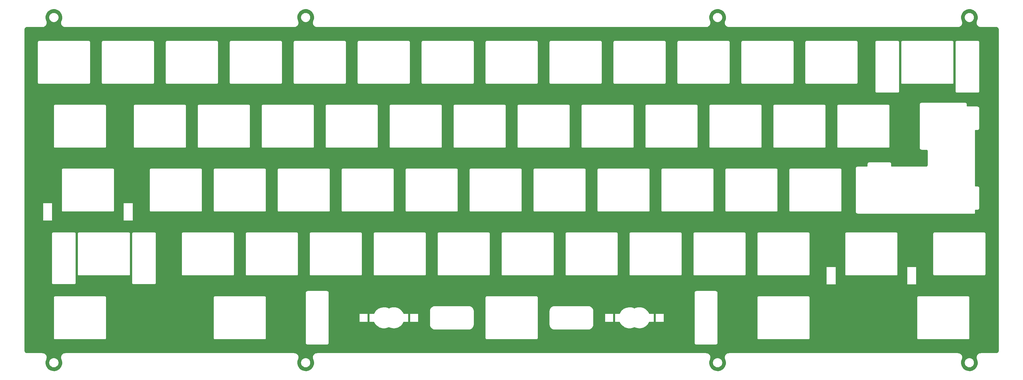
<source format=gbr>
%TF.GenerationSoftware,KiCad,Pcbnew,(5.1.10)-1*%
%TF.CreationDate,2021-06-20T12:49:25+07:00*%
%TF.ProjectId,Ansi,416e7369-2e6b-4696-9361-645f70636258,rev?*%
%TF.SameCoordinates,Original*%
%TF.FileFunction,Copper,L1,Top*%
%TF.FilePolarity,Positive*%
%FSLAX46Y46*%
G04 Gerber Fmt 4.6, Leading zero omitted, Abs format (unit mm)*
G04 Created by KiCad (PCBNEW (5.1.10)-1) date 2021-06-20 12:49:25*
%MOMM*%
%LPD*%
G01*
G04 APERTURE LIST*
%TA.AperFunction,NonConductor*%
%ADD10C,0.254000*%
%TD*%
%TA.AperFunction,NonConductor*%
%ADD11C,0.100000*%
%TD*%
G04 APERTURE END LIST*
D10*
X274831446Y-36838619D02*
X275281349Y-36946995D01*
X275701635Y-37140695D01*
X276076296Y-37412341D01*
X276391061Y-37751588D01*
X276633933Y-38145504D01*
X276795669Y-38579097D01*
X276870106Y-39035848D01*
X276854409Y-39498355D01*
X276747408Y-39956580D01*
X276643323Y-40214199D01*
X276622696Y-40261349D01*
X276616149Y-40281466D01*
X276607950Y-40300970D01*
X276606428Y-40306010D01*
X276551325Y-40493235D01*
X276544920Y-40526813D01*
X276538053Y-40560269D01*
X276537539Y-40565508D01*
X276519850Y-40759869D01*
X276520088Y-40794039D01*
X276519850Y-40828208D01*
X276520363Y-40833447D01*
X276540764Y-41027544D01*
X276547639Y-41061035D01*
X276554038Y-41094578D01*
X276555559Y-41099618D01*
X276613271Y-41286055D01*
X276626506Y-41317541D01*
X276639313Y-41349237D01*
X276641784Y-41353885D01*
X276734610Y-41525562D01*
X276753715Y-41553887D01*
X276772427Y-41582481D01*
X276775750Y-41586555D01*
X276775754Y-41586561D01*
X276775759Y-41586566D01*
X276900157Y-41736937D01*
X276924407Y-41761019D01*
X276948309Y-41785426D01*
X276952365Y-41788782D01*
X277103607Y-41912133D01*
X277132111Y-41931071D01*
X277160264Y-41950347D01*
X277164886Y-41952847D01*
X277164891Y-41952850D01*
X277164896Y-41952852D01*
X277337216Y-42044475D01*
X277368792Y-42057489D01*
X277400212Y-42070956D01*
X277405240Y-42072513D01*
X277592076Y-42128922D01*
X277625635Y-42135567D01*
X277659017Y-42142662D01*
X277664252Y-42143213D01*
X277858485Y-42162258D01*
X277858489Y-42162258D01*
X277876755Y-42164057D01*
X282485298Y-42164057D01*
X282624396Y-42177696D01*
X282740462Y-42212738D01*
X282847504Y-42269654D01*
X282941454Y-42346278D01*
X283018730Y-42439688D01*
X283076394Y-42546336D01*
X283112244Y-42662147D01*
X283126741Y-42800075D01*
X283126740Y-138567945D01*
X283113101Y-138707046D01*
X283078059Y-138823107D01*
X283021145Y-138930148D01*
X282944521Y-139024099D01*
X282851108Y-139101378D01*
X282744462Y-139159041D01*
X282628649Y-139194891D01*
X282490731Y-139209387D01*
X277876755Y-139209387D01*
X277871419Y-139209913D01*
X277827765Y-139211153D01*
X277806773Y-139213815D01*
X277785639Y-139214722D01*
X277780432Y-139215496D01*
X277587592Y-139245543D01*
X277554536Y-139254065D01*
X277521302Y-139262140D01*
X277516345Y-139263911D01*
X277333014Y-139330842D01*
X277302256Y-139345616D01*
X277271209Y-139359999D01*
X277266690Y-139362699D01*
X277099852Y-139463964D01*
X277072507Y-139484462D01*
X277044889Y-139504570D01*
X277040980Y-139508096D01*
X276896988Y-139639838D01*
X276874151Y-139665251D01*
X276850959Y-139690346D01*
X276847809Y-139694564D01*
X276732148Y-139851765D01*
X276714669Y-139881151D01*
X276696805Y-139910254D01*
X276694540Y-139914994D01*
X276694535Y-139915002D01*
X276694532Y-139915010D01*
X276611611Y-140091677D01*
X276600185Y-140123863D01*
X276588302Y-140155915D01*
X276586997Y-140161015D01*
X276539968Y-140350430D01*
X276535011Y-140384229D01*
X276529580Y-140417971D01*
X276529291Y-140423227D01*
X276519948Y-140618169D01*
X276521649Y-140652263D01*
X276522877Y-140686444D01*
X276523615Y-140691657D01*
X276552315Y-140884701D01*
X276560607Y-140917819D01*
X276568449Y-140951105D01*
X276570185Y-140956075D01*
X276635789Y-141139741D01*
X276635833Y-141139868D01*
X276803932Y-141610484D01*
X276871986Y-142068229D01*
X276849832Y-142530477D01*
X276738317Y-142979617D01*
X276541688Y-143398541D01*
X276267435Y-143771294D01*
X275926003Y-144083680D01*
X275530397Y-144323797D01*
X275095683Y-144482504D01*
X274638429Y-144553750D01*
X274176035Y-144534825D01*
X273726132Y-144426448D01*
X273305844Y-144232748D01*
X272931181Y-143961101D01*
X272616420Y-143621856D01*
X272373548Y-143227940D01*
X272211812Y-142794347D01*
X272137375Y-142337597D01*
X272147486Y-142039655D01*
X273013948Y-142039655D01*
X273013948Y-142333119D01*
X273071200Y-142620943D01*
X273183504Y-142892068D01*
X273346543Y-143136074D01*
X273554053Y-143343584D01*
X273798059Y-143506623D01*
X274069184Y-143618927D01*
X274357008Y-143676179D01*
X274650472Y-143676179D01*
X274938296Y-143618927D01*
X275209421Y-143506623D01*
X275453427Y-143343584D01*
X275660937Y-143136074D01*
X275823976Y-142892068D01*
X275936280Y-142620943D01*
X275993532Y-142333119D01*
X275993532Y-142039655D01*
X275936280Y-141751831D01*
X275823976Y-141480706D01*
X275660937Y-141236700D01*
X275453427Y-141029190D01*
X275209421Y-140866151D01*
X274938296Y-140753847D01*
X274650472Y-140696595D01*
X274357008Y-140696595D01*
X274069184Y-140753847D01*
X273798059Y-140866151D01*
X273554053Y-141029190D01*
X273346543Y-141236700D01*
X273183504Y-141480706D01*
X273071200Y-141751831D01*
X273013948Y-142039655D01*
X272147486Y-142039655D01*
X272153072Y-141875090D01*
X272260073Y-141416865D01*
X272364158Y-141159246D01*
X272384785Y-141112096D01*
X272391332Y-141091980D01*
X272399531Y-141072475D01*
X272401053Y-141067436D01*
X272456156Y-140880210D01*
X272462560Y-140846639D01*
X272469428Y-140813177D01*
X272469942Y-140807938D01*
X272487631Y-140613576D01*
X272487393Y-140579406D01*
X272487631Y-140545236D01*
X272487118Y-140539997D01*
X272466717Y-140345901D01*
X272459841Y-140312404D01*
X272453443Y-140278867D01*
X272451922Y-140273827D01*
X272394210Y-140087389D01*
X272380968Y-140055887D01*
X272368169Y-140024209D01*
X272365698Y-140019561D01*
X272272873Y-139847884D01*
X272253777Y-139819573D01*
X272235055Y-139790964D01*
X272231728Y-139786884D01*
X272107324Y-139636507D01*
X272083090Y-139612442D01*
X272059172Y-139588018D01*
X272055116Y-139584662D01*
X271903874Y-139461312D01*
X271875407Y-139442398D01*
X271847220Y-139423099D01*
X271842590Y-139420595D01*
X271670267Y-139328970D01*
X271638740Y-139315976D01*
X271607271Y-139302488D01*
X271602242Y-139300932D01*
X271415406Y-139244522D01*
X271381847Y-139237877D01*
X271348465Y-139230782D01*
X271343230Y-139230231D01*
X271148996Y-139211186D01*
X271148992Y-139211186D01*
X271130726Y-139209387D01*
X202876755Y-139209387D01*
X202871419Y-139209913D01*
X202827765Y-139211153D01*
X202806773Y-139213815D01*
X202785639Y-139214722D01*
X202780432Y-139215496D01*
X202587592Y-139245543D01*
X202554536Y-139254065D01*
X202521302Y-139262140D01*
X202516345Y-139263911D01*
X202333014Y-139330842D01*
X202302256Y-139345616D01*
X202271209Y-139359999D01*
X202266690Y-139362699D01*
X202099852Y-139463964D01*
X202072507Y-139484462D01*
X202044889Y-139504570D01*
X202040980Y-139508096D01*
X201896988Y-139639838D01*
X201874151Y-139665251D01*
X201850959Y-139690346D01*
X201847809Y-139694564D01*
X201732148Y-139851765D01*
X201714669Y-139881151D01*
X201696805Y-139910254D01*
X201694540Y-139914994D01*
X201694535Y-139915002D01*
X201694532Y-139915010D01*
X201611611Y-140091677D01*
X201600185Y-140123863D01*
X201588302Y-140155915D01*
X201586997Y-140161015D01*
X201539968Y-140350430D01*
X201535011Y-140384229D01*
X201529580Y-140417971D01*
X201529291Y-140423227D01*
X201519948Y-140618169D01*
X201521649Y-140652263D01*
X201522877Y-140686444D01*
X201523615Y-140691657D01*
X201552315Y-140884701D01*
X201560607Y-140917819D01*
X201568449Y-140951105D01*
X201570185Y-140956075D01*
X201635789Y-141139741D01*
X201635833Y-141139868D01*
X201803932Y-141610484D01*
X201871986Y-142068229D01*
X201849832Y-142530477D01*
X201738317Y-142979617D01*
X201541688Y-143398541D01*
X201267435Y-143771294D01*
X200926003Y-144083680D01*
X200530397Y-144323797D01*
X200095683Y-144482504D01*
X199638429Y-144553750D01*
X199176035Y-144534825D01*
X198726132Y-144426448D01*
X198305844Y-144232748D01*
X197931181Y-143961101D01*
X197616420Y-143621856D01*
X197373548Y-143227940D01*
X197211812Y-142794347D01*
X197137375Y-142337597D01*
X197147486Y-142039655D01*
X198013948Y-142039655D01*
X198013948Y-142333119D01*
X198071200Y-142620943D01*
X198183504Y-142892068D01*
X198346543Y-143136074D01*
X198554053Y-143343584D01*
X198798059Y-143506623D01*
X199069184Y-143618927D01*
X199357008Y-143676179D01*
X199650472Y-143676179D01*
X199938296Y-143618927D01*
X200209421Y-143506623D01*
X200453427Y-143343584D01*
X200660937Y-143136074D01*
X200823976Y-142892068D01*
X200936280Y-142620943D01*
X200993532Y-142333119D01*
X200993532Y-142039655D01*
X200936280Y-141751831D01*
X200823976Y-141480706D01*
X200660937Y-141236700D01*
X200453427Y-141029190D01*
X200209421Y-140866151D01*
X199938296Y-140753847D01*
X199650472Y-140696595D01*
X199357008Y-140696595D01*
X199069184Y-140753847D01*
X198798059Y-140866151D01*
X198554053Y-141029190D01*
X198346543Y-141236700D01*
X198183504Y-141480706D01*
X198071200Y-141751831D01*
X198013948Y-142039655D01*
X197147486Y-142039655D01*
X197153072Y-141875090D01*
X197260073Y-141416865D01*
X197364158Y-141159246D01*
X197384785Y-141112096D01*
X197391332Y-141091980D01*
X197399531Y-141072475D01*
X197401053Y-141067436D01*
X197456156Y-140880210D01*
X197462560Y-140846639D01*
X197469428Y-140813177D01*
X197469942Y-140807938D01*
X197487631Y-140613576D01*
X197487393Y-140579406D01*
X197487631Y-140545236D01*
X197487118Y-140539997D01*
X197466717Y-140345901D01*
X197459841Y-140312404D01*
X197453443Y-140278867D01*
X197451922Y-140273827D01*
X197394210Y-140087389D01*
X197380968Y-140055887D01*
X197368169Y-140024209D01*
X197365698Y-140019561D01*
X197272873Y-139847884D01*
X197253777Y-139819573D01*
X197235055Y-139790964D01*
X197231728Y-139786884D01*
X197107324Y-139636507D01*
X197083090Y-139612442D01*
X197059172Y-139588018D01*
X197055116Y-139584662D01*
X196903874Y-139461312D01*
X196875407Y-139442398D01*
X196847220Y-139423099D01*
X196842590Y-139420595D01*
X196670267Y-139328970D01*
X196638740Y-139315976D01*
X196607271Y-139302488D01*
X196602242Y-139300932D01*
X196415406Y-139244522D01*
X196381847Y-139237877D01*
X196348465Y-139230782D01*
X196343230Y-139230231D01*
X196148996Y-139211186D01*
X196148992Y-139211186D01*
X196130726Y-139209387D01*
X80177405Y-139209387D01*
X80172069Y-139209913D01*
X80128415Y-139211153D01*
X80107423Y-139213815D01*
X80086289Y-139214722D01*
X80081082Y-139215496D01*
X79888242Y-139245543D01*
X79855186Y-139254065D01*
X79821952Y-139262140D01*
X79816995Y-139263911D01*
X79633664Y-139330842D01*
X79602906Y-139345616D01*
X79571859Y-139359999D01*
X79567340Y-139362699D01*
X79400502Y-139463964D01*
X79373157Y-139484462D01*
X79345539Y-139504570D01*
X79341630Y-139508096D01*
X79197638Y-139639838D01*
X79174801Y-139665251D01*
X79151609Y-139690346D01*
X79148459Y-139694564D01*
X79032798Y-139851765D01*
X79015319Y-139881151D01*
X78997455Y-139910254D01*
X78995190Y-139914994D01*
X78995185Y-139915002D01*
X78995182Y-139915010D01*
X78912261Y-140091677D01*
X78900835Y-140123863D01*
X78888952Y-140155915D01*
X78887647Y-140161015D01*
X78840618Y-140350430D01*
X78835661Y-140384229D01*
X78830230Y-140417971D01*
X78829941Y-140423227D01*
X78820598Y-140618169D01*
X78822299Y-140652263D01*
X78823527Y-140686444D01*
X78824265Y-140691657D01*
X78852965Y-140884701D01*
X78861257Y-140917819D01*
X78869099Y-140951105D01*
X78870835Y-140956075D01*
X78936439Y-141139741D01*
X78936483Y-141139868D01*
X79104582Y-141610484D01*
X79172636Y-142068229D01*
X79150482Y-142530477D01*
X79038967Y-142979617D01*
X78842338Y-143398541D01*
X78568085Y-143771294D01*
X78226653Y-144083680D01*
X77831047Y-144323797D01*
X77396333Y-144482504D01*
X76939079Y-144553750D01*
X76476685Y-144534825D01*
X76026782Y-144426448D01*
X75606494Y-144232748D01*
X75231831Y-143961101D01*
X74917070Y-143621856D01*
X74674198Y-143227940D01*
X74512462Y-142794347D01*
X74438025Y-142337597D01*
X74448136Y-142039655D01*
X75314598Y-142039655D01*
X75314598Y-142333119D01*
X75371850Y-142620943D01*
X75484154Y-142892068D01*
X75647193Y-143136074D01*
X75854703Y-143343584D01*
X76098709Y-143506623D01*
X76369834Y-143618927D01*
X76657658Y-143676179D01*
X76951122Y-143676179D01*
X77238946Y-143618927D01*
X77510071Y-143506623D01*
X77754077Y-143343584D01*
X77961587Y-143136074D01*
X78124626Y-142892068D01*
X78236930Y-142620943D01*
X78294182Y-142333119D01*
X78294182Y-142039655D01*
X78236930Y-141751831D01*
X78124626Y-141480706D01*
X77961587Y-141236700D01*
X77754077Y-141029190D01*
X77510071Y-140866151D01*
X77238946Y-140753847D01*
X76951122Y-140696595D01*
X76657658Y-140696595D01*
X76369834Y-140753847D01*
X76098709Y-140866151D01*
X75854703Y-141029190D01*
X75647193Y-141236700D01*
X75484154Y-141480706D01*
X75371850Y-141751831D01*
X75314598Y-142039655D01*
X74448136Y-142039655D01*
X74453722Y-141875090D01*
X74560723Y-141416865D01*
X74664808Y-141159246D01*
X74685435Y-141112096D01*
X74691982Y-141091980D01*
X74700181Y-141072475D01*
X74701703Y-141067436D01*
X74756806Y-140880210D01*
X74763210Y-140846639D01*
X74770078Y-140813177D01*
X74770592Y-140807938D01*
X74788281Y-140613576D01*
X74788043Y-140579406D01*
X74788281Y-140545236D01*
X74787768Y-140539997D01*
X74767367Y-140345901D01*
X74760491Y-140312404D01*
X74754093Y-140278867D01*
X74752572Y-140273827D01*
X74694860Y-140087389D01*
X74681618Y-140055887D01*
X74668819Y-140024209D01*
X74666348Y-140019561D01*
X74573523Y-139847884D01*
X74554427Y-139819573D01*
X74535705Y-139790964D01*
X74532378Y-139786884D01*
X74407974Y-139636507D01*
X74383740Y-139612442D01*
X74359822Y-139588018D01*
X74355766Y-139584662D01*
X74204524Y-139461312D01*
X74176057Y-139442398D01*
X74147870Y-139423099D01*
X74143240Y-139420595D01*
X73970917Y-139328970D01*
X73939390Y-139315976D01*
X73907921Y-139302488D01*
X73902892Y-139300932D01*
X73716056Y-139244522D01*
X73682497Y-139237877D01*
X73649115Y-139230782D01*
X73643880Y-139230231D01*
X73449646Y-139211186D01*
X73449642Y-139211186D01*
X73431376Y-139209387D01*
X5177405Y-139209387D01*
X5172069Y-139209913D01*
X5128415Y-139211153D01*
X5107423Y-139213815D01*
X5086289Y-139214722D01*
X5081082Y-139215496D01*
X4888242Y-139245543D01*
X4855186Y-139254065D01*
X4821952Y-139262140D01*
X4816995Y-139263911D01*
X4633664Y-139330842D01*
X4602906Y-139345616D01*
X4571859Y-139359999D01*
X4567340Y-139362699D01*
X4400502Y-139463964D01*
X4373157Y-139484462D01*
X4345539Y-139504570D01*
X4341630Y-139508096D01*
X4197638Y-139639838D01*
X4174801Y-139665251D01*
X4151609Y-139690346D01*
X4148459Y-139694564D01*
X4032798Y-139851765D01*
X4015319Y-139881151D01*
X3997455Y-139910254D01*
X3995190Y-139914994D01*
X3995185Y-139915002D01*
X3995182Y-139915010D01*
X3912261Y-140091677D01*
X3900835Y-140123863D01*
X3888952Y-140155915D01*
X3887647Y-140161015D01*
X3840618Y-140350430D01*
X3835661Y-140384229D01*
X3830230Y-140417971D01*
X3829941Y-140423227D01*
X3820598Y-140618169D01*
X3822299Y-140652263D01*
X3823527Y-140686444D01*
X3824265Y-140691657D01*
X3852965Y-140884701D01*
X3861257Y-140917819D01*
X3869099Y-140951105D01*
X3870835Y-140956075D01*
X3936439Y-141139741D01*
X3936483Y-141139868D01*
X4104582Y-141610484D01*
X4172636Y-142068229D01*
X4150482Y-142530477D01*
X4038967Y-142979617D01*
X3842338Y-143398541D01*
X3568085Y-143771294D01*
X3226653Y-144083680D01*
X2831047Y-144323797D01*
X2396333Y-144482504D01*
X1939079Y-144553750D01*
X1476685Y-144534825D01*
X1026782Y-144426448D01*
X606494Y-144232748D01*
X231831Y-143961101D01*
X-82930Y-143621856D01*
X-325802Y-143227940D01*
X-487538Y-142794347D01*
X-561975Y-142337597D01*
X-551864Y-142039655D01*
X314598Y-142039655D01*
X314598Y-142333119D01*
X371850Y-142620943D01*
X484154Y-142892068D01*
X647193Y-143136074D01*
X854703Y-143343584D01*
X1098709Y-143506623D01*
X1369834Y-143618927D01*
X1657658Y-143676179D01*
X1951122Y-143676179D01*
X2238946Y-143618927D01*
X2510071Y-143506623D01*
X2754077Y-143343584D01*
X2961587Y-143136074D01*
X3124626Y-142892068D01*
X3236930Y-142620943D01*
X3294182Y-142333119D01*
X3294182Y-142039655D01*
X3236930Y-141751831D01*
X3124626Y-141480706D01*
X2961587Y-141236700D01*
X2754077Y-141029190D01*
X2510071Y-140866151D01*
X2238946Y-140753847D01*
X1951122Y-140696595D01*
X1657658Y-140696595D01*
X1369834Y-140753847D01*
X1098709Y-140866151D01*
X854703Y-141029190D01*
X647193Y-141236700D01*
X484154Y-141480706D01*
X371850Y-141751831D01*
X314598Y-142039655D01*
X-551864Y-142039655D01*
X-546278Y-141875090D01*
X-439277Y-141416865D01*
X-335192Y-141159246D01*
X-314565Y-141112096D01*
X-308018Y-141091980D01*
X-299819Y-141072475D01*
X-298297Y-141067436D01*
X-243194Y-140880210D01*
X-236790Y-140846639D01*
X-229922Y-140813177D01*
X-229408Y-140807938D01*
X-211719Y-140613576D01*
X-211957Y-140579406D01*
X-211719Y-140545236D01*
X-212232Y-140539997D01*
X-232633Y-140345901D01*
X-239509Y-140312404D01*
X-245907Y-140278867D01*
X-247428Y-140273827D01*
X-305140Y-140087389D01*
X-318382Y-140055887D01*
X-331181Y-140024209D01*
X-333652Y-140019561D01*
X-426477Y-139847884D01*
X-445573Y-139819573D01*
X-464295Y-139790964D01*
X-467622Y-139786884D01*
X-592026Y-139636507D01*
X-616260Y-139612442D01*
X-640178Y-139588018D01*
X-644234Y-139584662D01*
X-795476Y-139461312D01*
X-823943Y-139442398D01*
X-852130Y-139423099D01*
X-856760Y-139420595D01*
X-1029083Y-139328970D01*
X-1060610Y-139315976D01*
X-1092079Y-139302488D01*
X-1097108Y-139300932D01*
X-1283944Y-139244522D01*
X-1317503Y-139237877D01*
X-1350885Y-139230782D01*
X-1356120Y-139230231D01*
X-1550354Y-139211186D01*
X-1550358Y-139211186D01*
X-1568624Y-139209387D01*
X-6177168Y-139209387D01*
X-6316269Y-139195748D01*
X-6432330Y-139160706D01*
X-6539371Y-139103792D01*
X-6633322Y-139027168D01*
X-6710601Y-138933755D01*
X-6768264Y-138827109D01*
X-6804114Y-138711296D01*
X-6818610Y-138573378D01*
X-6818610Y-136292464D01*
X76752590Y-136292464D01*
X76753146Y-136298107D01*
X76753124Y-136301232D01*
X76753298Y-136302997D01*
X76763498Y-136400045D01*
X76765802Y-136411270D01*
X76767969Y-136422628D01*
X76768482Y-136424325D01*
X76797338Y-136517544D01*
X76801774Y-136528097D01*
X76806110Y-136538829D01*
X76806943Y-136540394D01*
X76853356Y-136626231D01*
X76859770Y-136635740D01*
X76866095Y-136645406D01*
X76867216Y-136646780D01*
X76929418Y-136721969D01*
X76937560Y-136730054D01*
X76945638Y-136738303D01*
X76947004Y-136739433D01*
X77022625Y-136801109D01*
X77032198Y-136807469D01*
X77041712Y-136813984D01*
X77043272Y-136814827D01*
X77129433Y-136860639D01*
X77140085Y-136865029D01*
X77150654Y-136869559D01*
X77152345Y-136870082D01*
X77152349Y-136870084D01*
X77152353Y-136870085D01*
X77245765Y-136898288D01*
X77257008Y-136900514D01*
X77268317Y-136902918D01*
X77270080Y-136903103D01*
X77367198Y-136912625D01*
X77367203Y-136912625D01*
X77373356Y-136913231D01*
X83135824Y-136913231D01*
X83141467Y-136912675D01*
X83144591Y-136912697D01*
X83146356Y-136912523D01*
X83243404Y-136902323D01*
X83254629Y-136900019D01*
X83265987Y-136897852D01*
X83267684Y-136897339D01*
X83360903Y-136868483D01*
X83371456Y-136864047D01*
X83382188Y-136859711D01*
X83383753Y-136858878D01*
X83469590Y-136812465D01*
X83479099Y-136806051D01*
X83488765Y-136799726D01*
X83490139Y-136798605D01*
X83565328Y-136736403D01*
X83573413Y-136728261D01*
X83581662Y-136720183D01*
X83582792Y-136718817D01*
X83644468Y-136643196D01*
X83650828Y-136633623D01*
X83657343Y-136624109D01*
X83658186Y-136622549D01*
X83703998Y-136536388D01*
X83708388Y-136525736D01*
X83712918Y-136515167D01*
X83713442Y-136513474D01*
X83713443Y-136513472D01*
X83713444Y-136513468D01*
X83741647Y-136420056D01*
X83743873Y-136408813D01*
X83746277Y-136397504D01*
X83746462Y-136395741D01*
X83755984Y-136298623D01*
X83755984Y-136298618D01*
X83756590Y-136292465D01*
X83756590Y-136292464D01*
X192552590Y-136292464D01*
X192553146Y-136298107D01*
X192553124Y-136301232D01*
X192553298Y-136302997D01*
X192563498Y-136400045D01*
X192565802Y-136411270D01*
X192567969Y-136422628D01*
X192568482Y-136424325D01*
X192597338Y-136517543D01*
X192601789Y-136528132D01*
X192606110Y-136538827D01*
X192606941Y-136540388D01*
X192606943Y-136540393D01*
X192606944Y-136540394D01*
X192653356Y-136626231D01*
X192659770Y-136635740D01*
X192666095Y-136645406D01*
X192667216Y-136646780D01*
X192729418Y-136721969D01*
X192737561Y-136730055D01*
X192745639Y-136738304D01*
X192747005Y-136739434D01*
X192822626Y-136801109D01*
X192832200Y-136807469D01*
X192841711Y-136813982D01*
X192843271Y-136814825D01*
X192929431Y-136860637D01*
X192940049Y-136865013D01*
X192950653Y-136869558D01*
X192952346Y-136870082D01*
X193045764Y-136898287D01*
X193057007Y-136900513D01*
X193068316Y-136902917D01*
X193070079Y-136903102D01*
X193166279Y-136912534D01*
X193173356Y-136913231D01*
X198935824Y-136913231D01*
X198941467Y-136912675D01*
X198944593Y-136912697D01*
X198946357Y-136912523D01*
X199043406Y-136902322D01*
X199054657Y-136900012D01*
X199065987Y-136897851D01*
X199067680Y-136897339D01*
X199067686Y-136897338D01*
X199067692Y-136897336D01*
X199160903Y-136868482D01*
X199171456Y-136864046D01*
X199182188Y-136859710D01*
X199183753Y-136858877D01*
X199269590Y-136812464D01*
X199279099Y-136806050D01*
X199288765Y-136799725D01*
X199290139Y-136798604D01*
X199365328Y-136736402D01*
X199373414Y-136728259D01*
X199381663Y-136720181D01*
X199382793Y-136718815D01*
X199444468Y-136643194D01*
X199450823Y-136633629D01*
X199457342Y-136624108D01*
X199458185Y-136622548D01*
X199503997Y-136536387D01*
X199508387Y-136525735D01*
X199512917Y-136515166D01*
X199513441Y-136513473D01*
X199513442Y-136513471D01*
X199513443Y-136513467D01*
X199541646Y-136420055D01*
X199543872Y-136408812D01*
X199546276Y-136397503D01*
X199546461Y-136395740D01*
X199555983Y-136298623D01*
X199556590Y-136292464D01*
X199556589Y-122680997D01*
X211240090Y-122680997D01*
X211240091Y-134893464D01*
X211240632Y-134898958D01*
X211240619Y-134900834D01*
X211240793Y-134902599D01*
X211246913Y-134960828D01*
X211249216Y-134972047D01*
X211251384Y-134983411D01*
X211251897Y-134985108D01*
X211269211Y-135041041D01*
X211273657Y-135051618D01*
X211277983Y-135062325D01*
X211278816Y-135063890D01*
X211306664Y-135115393D01*
X211313085Y-135124912D01*
X211319403Y-135134567D01*
X211320524Y-135135941D01*
X211357845Y-135181054D01*
X211365988Y-135189140D01*
X211374066Y-135197389D01*
X211375433Y-135198519D01*
X211420806Y-135235524D01*
X211430358Y-135241870D01*
X211439889Y-135248397D01*
X211441449Y-135249240D01*
X211493145Y-135276728D01*
X211503756Y-135281101D01*
X211514368Y-135285650D01*
X211516058Y-135286172D01*
X211516064Y-135286174D01*
X211572113Y-135303096D01*
X211583363Y-135305324D01*
X211594665Y-135307726D01*
X211596426Y-135307911D01*
X211596428Y-135307911D01*
X211654002Y-135313556D01*
X211660857Y-135314231D01*
X226573324Y-135314229D01*
X226578818Y-135313688D01*
X226580694Y-135313701D01*
X226582459Y-135313527D01*
X226640688Y-135307407D01*
X226651907Y-135305104D01*
X226663271Y-135302936D01*
X226664968Y-135302423D01*
X226720901Y-135285109D01*
X226731478Y-135280663D01*
X226742185Y-135276337D01*
X226743750Y-135275504D01*
X226795253Y-135247656D01*
X226804772Y-135241235D01*
X226814427Y-135234917D01*
X226815801Y-135233796D01*
X226860914Y-135196475D01*
X226869000Y-135188332D01*
X226877249Y-135180254D01*
X226878379Y-135178887D01*
X226915384Y-135133514D01*
X226921730Y-135123962D01*
X226928257Y-135114431D01*
X226929100Y-135112871D01*
X226956588Y-135061175D01*
X226960961Y-135050564D01*
X226965510Y-135039952D01*
X226966033Y-135038258D01*
X226982956Y-134982207D01*
X226985184Y-134970957D01*
X226987586Y-134959655D01*
X226987771Y-134957892D01*
X226993484Y-134899623D01*
X226993484Y-134899617D01*
X226994090Y-134893464D01*
X226994090Y-122680997D01*
X258865090Y-122680997D01*
X258865091Y-134893464D01*
X258865632Y-134898958D01*
X258865619Y-134900834D01*
X258865793Y-134902599D01*
X258871913Y-134960828D01*
X258874216Y-134972047D01*
X258876384Y-134983411D01*
X258876897Y-134985108D01*
X258894211Y-135041041D01*
X258898657Y-135051618D01*
X258902983Y-135062325D01*
X258903816Y-135063890D01*
X258931664Y-135115393D01*
X258938085Y-135124912D01*
X258944403Y-135134567D01*
X258945524Y-135135941D01*
X258982845Y-135181054D01*
X258990988Y-135189140D01*
X258999066Y-135197389D01*
X259000433Y-135198519D01*
X259045806Y-135235524D01*
X259055358Y-135241870D01*
X259064889Y-135248397D01*
X259066449Y-135249240D01*
X259118145Y-135276728D01*
X259128756Y-135281101D01*
X259139368Y-135285650D01*
X259141058Y-135286172D01*
X259141064Y-135286174D01*
X259197113Y-135303096D01*
X259208363Y-135305324D01*
X259219665Y-135307726D01*
X259221426Y-135307911D01*
X259221428Y-135307911D01*
X259279002Y-135313556D01*
X259285857Y-135314231D01*
X274198324Y-135314229D01*
X274203818Y-135313688D01*
X274205694Y-135313701D01*
X274207459Y-135313527D01*
X274265688Y-135307407D01*
X274276907Y-135305104D01*
X274288271Y-135302936D01*
X274289968Y-135302423D01*
X274345901Y-135285109D01*
X274356478Y-135280663D01*
X274367185Y-135276337D01*
X274368750Y-135275504D01*
X274420253Y-135247656D01*
X274429772Y-135241235D01*
X274439427Y-135234917D01*
X274440801Y-135233796D01*
X274485914Y-135196475D01*
X274494000Y-135188332D01*
X274502249Y-135180254D01*
X274503379Y-135178887D01*
X274540384Y-135133514D01*
X274546730Y-135123962D01*
X274553257Y-135114431D01*
X274554100Y-135112871D01*
X274581588Y-135061175D01*
X274585961Y-135050564D01*
X274590510Y-135039952D01*
X274591033Y-135038258D01*
X274607956Y-134982207D01*
X274610184Y-134970957D01*
X274612586Y-134959655D01*
X274612771Y-134957892D01*
X274618484Y-134899623D01*
X274618484Y-134899617D01*
X274619090Y-134893464D01*
X274619090Y-122680996D01*
X274618548Y-122675492D01*
X274618561Y-122673624D01*
X274618387Y-122671859D01*
X274612266Y-122613630D01*
X274609966Y-122602427D01*
X274607796Y-122591051D01*
X274607283Y-122589354D01*
X274589970Y-122533422D01*
X274585519Y-122522832D01*
X274581197Y-122512136D01*
X274580364Y-122510570D01*
X274552516Y-122459067D01*
X274546089Y-122449539D01*
X274539776Y-122439892D01*
X274538656Y-122438518D01*
X274501335Y-122393406D01*
X274493192Y-122385320D01*
X274485114Y-122377071D01*
X274483747Y-122375941D01*
X274438374Y-122338936D01*
X274428809Y-122332581D01*
X274419288Y-122326062D01*
X274417733Y-122325222D01*
X274417729Y-122325219D01*
X274417725Y-122325217D01*
X274366032Y-122297732D01*
X274355424Y-122293360D01*
X274344811Y-122288811D01*
X274343117Y-122288288D01*
X274343119Y-122288288D01*
X274343111Y-122288286D01*
X274287066Y-122271365D01*
X274275816Y-122269137D01*
X274264514Y-122266735D01*
X274262753Y-122266550D01*
X274262751Y-122266550D01*
X274205616Y-122260948D01*
X274198323Y-122260230D01*
X259285856Y-122260232D01*
X259280362Y-122260773D01*
X259278486Y-122260760D01*
X259276721Y-122260934D01*
X259218492Y-122267054D01*
X259207273Y-122269357D01*
X259195909Y-122271525D01*
X259194212Y-122272038D01*
X259138280Y-122289352D01*
X259127653Y-122293819D01*
X259116998Y-122298124D01*
X259115432Y-122298956D01*
X259063930Y-122326803D01*
X259054438Y-122333206D01*
X259044754Y-122339542D01*
X259043381Y-122340663D01*
X258998267Y-122377984D01*
X258990200Y-122386108D01*
X258981931Y-122394205D01*
X258980802Y-122395572D01*
X258943797Y-122440944D01*
X258937471Y-122450465D01*
X258930923Y-122460028D01*
X258930080Y-122461588D01*
X258902592Y-122513284D01*
X258898219Y-122523893D01*
X258893670Y-122534508D01*
X258893146Y-122536202D01*
X258876224Y-122592254D01*
X258873995Y-122603514D01*
X258871595Y-122614802D01*
X258871410Y-122616565D01*
X258865696Y-122674835D01*
X258865696Y-122674844D01*
X258865090Y-122680997D01*
X226994090Y-122680997D01*
X226994090Y-122680996D01*
X226993548Y-122675492D01*
X226993561Y-122673624D01*
X226993387Y-122671859D01*
X226987266Y-122613630D01*
X226984966Y-122602427D01*
X226982796Y-122591051D01*
X226982283Y-122589354D01*
X226964970Y-122533422D01*
X226960519Y-122522832D01*
X226956197Y-122512136D01*
X226955364Y-122510570D01*
X226927516Y-122459067D01*
X226921089Y-122449539D01*
X226914776Y-122439892D01*
X226913656Y-122438518D01*
X226876335Y-122393406D01*
X226868192Y-122385320D01*
X226860114Y-122377071D01*
X226858747Y-122375941D01*
X226813374Y-122338936D01*
X226803809Y-122332581D01*
X226794288Y-122326062D01*
X226792733Y-122325222D01*
X226792729Y-122325219D01*
X226792725Y-122325217D01*
X226741032Y-122297732D01*
X226730424Y-122293360D01*
X226719811Y-122288811D01*
X226718117Y-122288288D01*
X226718119Y-122288288D01*
X226718111Y-122288286D01*
X226662066Y-122271365D01*
X226650816Y-122269137D01*
X226639514Y-122266735D01*
X226637753Y-122266550D01*
X226637751Y-122266550D01*
X226580616Y-122260948D01*
X226573323Y-122260230D01*
X211660856Y-122260232D01*
X211655362Y-122260773D01*
X211653486Y-122260760D01*
X211651721Y-122260934D01*
X211593492Y-122267054D01*
X211582273Y-122269357D01*
X211570909Y-122271525D01*
X211569212Y-122272038D01*
X211513280Y-122289352D01*
X211502653Y-122293819D01*
X211491998Y-122298124D01*
X211490432Y-122298956D01*
X211438930Y-122326803D01*
X211429438Y-122333206D01*
X211419754Y-122339542D01*
X211418381Y-122340663D01*
X211373267Y-122377984D01*
X211365200Y-122386108D01*
X211356931Y-122394205D01*
X211355802Y-122395572D01*
X211318797Y-122440944D01*
X211312471Y-122450465D01*
X211305923Y-122460028D01*
X211305080Y-122461588D01*
X211277592Y-122513284D01*
X211273219Y-122523893D01*
X211268670Y-122534508D01*
X211268146Y-122536202D01*
X211251224Y-122592254D01*
X211248995Y-122603514D01*
X211246595Y-122614802D01*
X211246410Y-122616565D01*
X211240696Y-122674835D01*
X211240696Y-122674844D01*
X211240090Y-122680997D01*
X199556589Y-122680997D01*
X199556588Y-121279997D01*
X199556033Y-121274363D01*
X199556055Y-121271230D01*
X199555881Y-121269466D01*
X199545681Y-121172417D01*
X199543378Y-121161198D01*
X199541210Y-121149834D01*
X199540697Y-121148137D01*
X199511841Y-121054919D01*
X199507395Y-121044341D01*
X199503069Y-121033635D01*
X199502236Y-121032069D01*
X199455823Y-120946231D01*
X199449409Y-120936722D01*
X199443084Y-120927056D01*
X199441963Y-120925682D01*
X199379761Y-120850493D01*
X199371618Y-120842407D01*
X199363540Y-120834158D01*
X199362173Y-120833028D01*
X199286553Y-120771353D01*
X199276988Y-120764998D01*
X199267467Y-120758479D01*
X199265908Y-120757637D01*
X199179748Y-120711825D01*
X199169130Y-120707449D01*
X199158526Y-120702904D01*
X199156833Y-120702380D01*
X199063415Y-120674175D01*
X199052172Y-120671949D01*
X199040863Y-120669545D01*
X199039100Y-120669360D01*
X198942903Y-120659928D01*
X198935824Y-120659231D01*
X193173356Y-120659231D01*
X193167713Y-120659787D01*
X193164589Y-120659765D01*
X193162825Y-120659939D01*
X193065776Y-120670139D01*
X193054551Y-120672443D01*
X193043193Y-120674610D01*
X193041496Y-120675123D01*
X192948277Y-120703979D01*
X192937724Y-120708415D01*
X192926992Y-120712751D01*
X192925427Y-120713584D01*
X192839589Y-120759997D01*
X192830086Y-120766408D01*
X192820415Y-120772736D01*
X192819041Y-120773857D01*
X192743852Y-120836059D01*
X192735767Y-120844201D01*
X192727518Y-120852279D01*
X192726388Y-120853646D01*
X192664712Y-120929266D01*
X192658362Y-120938823D01*
X192651837Y-120948353D01*
X192650994Y-120949913D01*
X192605182Y-121036074D01*
X192600792Y-121046726D01*
X192596262Y-121057295D01*
X192595739Y-121058986D01*
X192595738Y-121058989D01*
X192567533Y-121152406D01*
X192565307Y-121163649D01*
X192562903Y-121174958D01*
X192562718Y-121176721D01*
X192553196Y-121273838D01*
X192553196Y-121273854D01*
X192552591Y-121279997D01*
X192552590Y-136292464D01*
X83756590Y-136292464D01*
X83756590Y-134893463D01*
X130277590Y-134893463D01*
X130278132Y-134898967D01*
X130278119Y-134900834D01*
X130278293Y-134902599D01*
X130284413Y-134960828D01*
X130286716Y-134972047D01*
X130288884Y-134983411D01*
X130289397Y-134985108D01*
X130306711Y-135041041D01*
X130311157Y-135051618D01*
X130315483Y-135062325D01*
X130316316Y-135063890D01*
X130344164Y-135115393D01*
X130350585Y-135124912D01*
X130356903Y-135134567D01*
X130358024Y-135135941D01*
X130395345Y-135181054D01*
X130403488Y-135189140D01*
X130411566Y-135197389D01*
X130412933Y-135198519D01*
X130458306Y-135235524D01*
X130467858Y-135241870D01*
X130477389Y-135248397D01*
X130478949Y-135249240D01*
X130530645Y-135276728D01*
X130541256Y-135281101D01*
X130551868Y-135285650D01*
X130553558Y-135286172D01*
X130553564Y-135286174D01*
X130609613Y-135303096D01*
X130620863Y-135305324D01*
X130632165Y-135307726D01*
X130633926Y-135307911D01*
X130633928Y-135307911D01*
X130691502Y-135313556D01*
X130698357Y-135314231D01*
X145610824Y-135314229D01*
X145616318Y-135313688D01*
X145618196Y-135313701D01*
X145619961Y-135313527D01*
X145678190Y-135307406D01*
X145689399Y-135305105D01*
X145700769Y-135302936D01*
X145702466Y-135302423D01*
X145758398Y-135285110D01*
X145768974Y-135280664D01*
X145779685Y-135276337D01*
X145781250Y-135275504D01*
X145832753Y-135247656D01*
X145842272Y-135241235D01*
X145851927Y-135234917D01*
X145853301Y-135233796D01*
X145898414Y-135196475D01*
X145906500Y-135188332D01*
X145914749Y-135180254D01*
X145915879Y-135178887D01*
X145952884Y-135133514D01*
X145959239Y-135123949D01*
X145965758Y-135114428D01*
X145966601Y-135112869D01*
X145994088Y-135061172D01*
X145998460Y-135050564D01*
X146003009Y-135039951D01*
X146003532Y-135038257D01*
X146020455Y-134982206D01*
X146022683Y-134970956D01*
X146025085Y-134959654D01*
X146025270Y-134957891D01*
X146030983Y-134899622D01*
X146030983Y-134899607D01*
X146031588Y-134893464D01*
X146031589Y-126780498D01*
X149327290Y-126780498D01*
X149327291Y-130792964D01*
X149327312Y-130793179D01*
X149327328Y-130797651D01*
X149327888Y-130803159D01*
X149327849Y-130808712D01*
X149328023Y-130810477D01*
X149358623Y-131101622D01*
X149360927Y-131112847D01*
X149363094Y-131124205D01*
X149363607Y-131125902D01*
X149450175Y-131405558D01*
X149454617Y-131416124D01*
X149458947Y-131426842D01*
X149459780Y-131428407D01*
X149599019Y-131685923D01*
X149605433Y-131695432D01*
X149611758Y-131705098D01*
X149612879Y-131706472D01*
X149799484Y-131932039D01*
X149807627Y-131940125D01*
X149815705Y-131948374D01*
X149817071Y-131949504D01*
X150043935Y-132134530D01*
X150053493Y-132140880D01*
X150063020Y-132147403D01*
X150064580Y-132148246D01*
X150323061Y-132285683D01*
X150333646Y-132290046D01*
X150344283Y-132294605D01*
X150345977Y-132295129D01*
X150626231Y-132379743D01*
X150637535Y-132381981D01*
X150648782Y-132384372D01*
X150650545Y-132384557D01*
X150941897Y-132413124D01*
X150941903Y-132413124D01*
X150948056Y-132413730D01*
X160960524Y-132413730D01*
X160960750Y-132413708D01*
X160965211Y-132413692D01*
X160970719Y-132413132D01*
X160976272Y-132413171D01*
X160978037Y-132412997D01*
X161269182Y-132382397D01*
X161280407Y-132380093D01*
X161291765Y-132377926D01*
X161293462Y-132377413D01*
X161573118Y-132290845D01*
X161583695Y-132286399D01*
X161594402Y-132282073D01*
X161595967Y-132281240D01*
X161853484Y-132142002D01*
X161863010Y-132135576D01*
X161872658Y-132129263D01*
X161874032Y-132128142D01*
X162099598Y-131941537D01*
X162107684Y-131933394D01*
X162115933Y-131925316D01*
X162117063Y-131923950D01*
X162302089Y-131697086D01*
X162308439Y-131687528D01*
X162314962Y-131678001D01*
X162315805Y-131676441D01*
X162453242Y-131417959D01*
X162457612Y-131407357D01*
X162462164Y-131396737D01*
X162462688Y-131395043D01*
X162547302Y-131114789D01*
X162549540Y-131103485D01*
X162551931Y-131092238D01*
X162552116Y-131090475D01*
X162580683Y-130799124D01*
X162581290Y-130792964D01*
X162581290Y-127611730D01*
X165876676Y-127611730D01*
X165877290Y-127617964D01*
X165877291Y-129955486D01*
X165876676Y-129961730D01*
X165879128Y-129986626D01*
X165886390Y-130010566D01*
X165898183Y-130032629D01*
X165914053Y-130051967D01*
X165933391Y-130067837D01*
X165955454Y-130079630D01*
X165979394Y-130086892D01*
X165998056Y-130088730D01*
X166004290Y-130089344D01*
X166010524Y-130088730D01*
X168348056Y-130088730D01*
X168354290Y-130089344D01*
X168360524Y-130088730D01*
X168379186Y-130086892D01*
X168403126Y-130079630D01*
X168425189Y-130067837D01*
X168444527Y-130051967D01*
X168460397Y-130032629D01*
X168472190Y-130010566D01*
X168479452Y-129986626D01*
X168481904Y-129961730D01*
X168481290Y-129955496D01*
X168481290Y-127617964D01*
X168481904Y-127611730D01*
X168826676Y-127611730D01*
X168827291Y-127617974D01*
X168827290Y-129955506D01*
X168826677Y-129961730D01*
X168827290Y-129967956D01*
X168827290Y-129967963D01*
X168829128Y-129986625D01*
X168836390Y-130010565D01*
X168848183Y-130032629D01*
X168864053Y-130051967D01*
X168883391Y-130067837D01*
X168905454Y-130079630D01*
X168929394Y-130086892D01*
X168954290Y-130089344D01*
X168960534Y-130088729D01*
X170250906Y-130088731D01*
X170366338Y-130335022D01*
X170370862Y-130342637D01*
X170374969Y-130350520D01*
X170375948Y-130351998D01*
X170719023Y-130862141D01*
X170726308Y-130870972D01*
X170733547Y-130880001D01*
X170734795Y-130881261D01*
X171170421Y-131315051D01*
X171179311Y-131322321D01*
X171188139Y-131329750D01*
X171189607Y-131330743D01*
X171701195Y-131671659D01*
X171711304Y-131677052D01*
X171721431Y-131682637D01*
X171723064Y-131683326D01*
X172291127Y-131918381D01*
X172302111Y-131921714D01*
X172313108Y-131925219D01*
X172314845Y-131925577D01*
X172917743Y-132045818D01*
X172929174Y-132046955D01*
X172940635Y-132048256D01*
X172942408Y-132048271D01*
X173557179Y-132049118D01*
X173568640Y-132048010D01*
X173580108Y-132047063D01*
X173581849Y-132046733D01*
X173581851Y-132046733D01*
X173581853Y-132046732D01*
X174185078Y-131928155D01*
X174196094Y-131924846D01*
X174207171Y-131921686D01*
X174208816Y-131921024D01*
X174726402Y-131708525D01*
X174996630Y-131832881D01*
X175005004Y-131835783D01*
X175013224Y-131839154D01*
X175014926Y-131839651D01*
X175606172Y-132008091D01*
X175617453Y-132010141D01*
X175628793Y-132012366D01*
X175630559Y-132012524D01*
X176243263Y-132062916D01*
X176254762Y-132062736D01*
X176266283Y-132062716D01*
X176268046Y-132062527D01*
X176268048Y-132062527D01*
X176878868Y-131992951D01*
X176890075Y-131990549D01*
X176901411Y-131988284D01*
X176903101Y-131987757D01*
X176903107Y-131987755D01*
X177488780Y-131800863D01*
X177499324Y-131796322D01*
X177509986Y-131791906D01*
X177511544Y-131791060D01*
X178049765Y-131493968D01*
X178059250Y-131487450D01*
X178068828Y-131481062D01*
X178070192Y-131479930D01*
X178540457Y-131083954D01*
X178548462Y-131075751D01*
X178556650Y-131067592D01*
X178557768Y-131066216D01*
X178942165Y-130586439D01*
X178948444Y-130576807D01*
X178954871Y-130567244D01*
X178955701Y-130565677D01*
X179204002Y-130088730D01*
X180498056Y-130088730D01*
X180504290Y-130089344D01*
X180510524Y-130088730D01*
X180529186Y-130086892D01*
X180553126Y-130079630D01*
X180575189Y-130067837D01*
X180594527Y-130051967D01*
X180610397Y-130032629D01*
X180622190Y-130010566D01*
X180629452Y-129986626D01*
X180631904Y-129961730D01*
X180631290Y-129955496D01*
X180631290Y-127617956D01*
X180631903Y-127611730D01*
X180976676Y-127611730D01*
X180977290Y-127617964D01*
X180977291Y-129955486D01*
X180976676Y-129961730D01*
X180979128Y-129986626D01*
X180986390Y-130010566D01*
X180998183Y-130032629D01*
X181014053Y-130051967D01*
X181033391Y-130067837D01*
X181055454Y-130079630D01*
X181079394Y-130086892D01*
X181098056Y-130088730D01*
X181104290Y-130089344D01*
X181110524Y-130088730D01*
X183448056Y-130088730D01*
X183454290Y-130089344D01*
X183460524Y-130088730D01*
X183479186Y-130086892D01*
X183503126Y-130079630D01*
X183525189Y-130067837D01*
X183544527Y-130051967D01*
X183560397Y-130032629D01*
X183572190Y-130010566D01*
X183579452Y-129986626D01*
X183581904Y-129961730D01*
X183581290Y-129955496D01*
X183581290Y-127617964D01*
X183581904Y-127611730D01*
X183579452Y-127586834D01*
X183572190Y-127562894D01*
X183560397Y-127540831D01*
X183544527Y-127521493D01*
X183525189Y-127505623D01*
X183503126Y-127493830D01*
X183479186Y-127486568D01*
X183460524Y-127484730D01*
X183454290Y-127484116D01*
X183448056Y-127484730D01*
X181110524Y-127484730D01*
X181104290Y-127484116D01*
X181098056Y-127484730D01*
X181079394Y-127486568D01*
X181055454Y-127493830D01*
X181033391Y-127505623D01*
X181014053Y-127521493D01*
X180998183Y-127540831D01*
X180986390Y-127562894D01*
X180979128Y-127586834D01*
X180976676Y-127611730D01*
X180631903Y-127611730D01*
X180631290Y-127605506D01*
X180631290Y-127605496D01*
X180629452Y-127586834D01*
X180622190Y-127562894D01*
X180610397Y-127540831D01*
X180594527Y-127521493D01*
X180575189Y-127505623D01*
X180553125Y-127493830D01*
X180529185Y-127486568D01*
X180504290Y-127484116D01*
X180498056Y-127484730D01*
X179207673Y-127484732D01*
X179092242Y-127238440D01*
X179087713Y-127230816D01*
X179083610Y-127222941D01*
X179082630Y-127221464D01*
X178739558Y-126711321D01*
X178732250Y-126702462D01*
X178725032Y-126693460D01*
X178723785Y-126692201D01*
X178288158Y-126258411D01*
X178279268Y-126251141D01*
X178270440Y-126243712D01*
X178268972Y-126242719D01*
X177757384Y-125901804D01*
X177747266Y-125896407D01*
X177737150Y-125890827D01*
X177735516Y-125890138D01*
X177167454Y-125655082D01*
X177156437Y-125651740D01*
X177145471Y-125648244D01*
X177143735Y-125647886D01*
X176540837Y-125527645D01*
X176529386Y-125526506D01*
X176517947Y-125525207D01*
X176516174Y-125525192D01*
X175901401Y-125524344D01*
X175889943Y-125525452D01*
X175878472Y-125526399D01*
X175876730Y-125526729D01*
X175273502Y-125645307D01*
X175262477Y-125648619D01*
X175251409Y-125651776D01*
X175249764Y-125652438D01*
X174732179Y-125864937D01*
X174461950Y-125740580D01*
X174453573Y-125737677D01*
X174445356Y-125734307D01*
X174443654Y-125733810D01*
X173852407Y-125565370D01*
X173841134Y-125563321D01*
X173829787Y-125561095D01*
X173828021Y-125560937D01*
X173215317Y-125510545D01*
X173203819Y-125510725D01*
X173192297Y-125510745D01*
X173190534Y-125510934D01*
X172579712Y-125580510D01*
X172568491Y-125582915D01*
X172557170Y-125585177D01*
X172555479Y-125585704D01*
X172555473Y-125585706D01*
X171969801Y-125772598D01*
X171959242Y-125777145D01*
X171948594Y-125781555D01*
X171947040Y-125782399D01*
X171947035Y-125782401D01*
X171947034Y-125782402D01*
X171408816Y-126079493D01*
X171399380Y-126085978D01*
X171389753Y-126092398D01*
X171388389Y-126093531D01*
X170918123Y-126489506D01*
X170910083Y-126497745D01*
X170901930Y-126505869D01*
X170900812Y-126507245D01*
X170516416Y-126987021D01*
X170510130Y-126996663D01*
X170503709Y-127006218D01*
X170502879Y-127007785D01*
X170254578Y-127484730D01*
X168960524Y-127484730D01*
X168954290Y-127484116D01*
X168948056Y-127484730D01*
X168929394Y-127486568D01*
X168905454Y-127493830D01*
X168883391Y-127505623D01*
X168864053Y-127521493D01*
X168848183Y-127540831D01*
X168836390Y-127562894D01*
X168829128Y-127586834D01*
X168826676Y-127611730D01*
X168481904Y-127611730D01*
X168479452Y-127586834D01*
X168472190Y-127562894D01*
X168460397Y-127540831D01*
X168444527Y-127521493D01*
X168425189Y-127505623D01*
X168403126Y-127493830D01*
X168379186Y-127486568D01*
X168360524Y-127484730D01*
X168354290Y-127484116D01*
X168348056Y-127484730D01*
X166010524Y-127484730D01*
X166004290Y-127484116D01*
X165998056Y-127484730D01*
X165979394Y-127486568D01*
X165955454Y-127493830D01*
X165933391Y-127505623D01*
X165914053Y-127521493D01*
X165898183Y-127540831D01*
X165886390Y-127562894D01*
X165879128Y-127586834D01*
X165876676Y-127611730D01*
X162581290Y-127611730D01*
X162581290Y-126780497D01*
X162581268Y-126780271D01*
X162581252Y-126775810D01*
X162580692Y-126770302D01*
X162580731Y-126764749D01*
X162580557Y-126762984D01*
X162549957Y-126471839D01*
X162547653Y-126460614D01*
X162545486Y-126449256D01*
X162544973Y-126447559D01*
X162458405Y-126167903D01*
X162453963Y-126157337D01*
X162449633Y-126146619D01*
X162448800Y-126145053D01*
X162309561Y-125887538D01*
X162303137Y-125878013D01*
X162296822Y-125868363D01*
X162295701Y-125866989D01*
X162109096Y-125641422D01*
X162100953Y-125633336D01*
X162092875Y-125625087D01*
X162091509Y-125623957D01*
X161864645Y-125438931D01*
X161855071Y-125432571D01*
X161845560Y-125426058D01*
X161844000Y-125425215D01*
X161585519Y-125287778D01*
X161574934Y-125283415D01*
X161564297Y-125278856D01*
X161562603Y-125278333D01*
X161282349Y-125193718D01*
X161271077Y-125191486D01*
X161259798Y-125189089D01*
X161258035Y-125188904D01*
X160966683Y-125160337D01*
X160966677Y-125160337D01*
X160960524Y-125159731D01*
X150948056Y-125159731D01*
X150947830Y-125159753D01*
X150943369Y-125159769D01*
X150937861Y-125160329D01*
X150932308Y-125160290D01*
X150930543Y-125160464D01*
X150639398Y-125191064D01*
X150628173Y-125193368D01*
X150616815Y-125195535D01*
X150615118Y-125196048D01*
X150335462Y-125282616D01*
X150324896Y-125287058D01*
X150314178Y-125291388D01*
X150312612Y-125292221D01*
X150055097Y-125431460D01*
X150045572Y-125437884D01*
X150035922Y-125444199D01*
X150034548Y-125445320D01*
X149808981Y-125631925D01*
X149800895Y-125640068D01*
X149792646Y-125648146D01*
X149791516Y-125649512D01*
X149606490Y-125876376D01*
X149600130Y-125885950D01*
X149593617Y-125895461D01*
X149592774Y-125897021D01*
X149455337Y-126155502D01*
X149450974Y-126166087D01*
X149446415Y-126176724D01*
X149445892Y-126178418D01*
X149361277Y-126458672D01*
X149359045Y-126469944D01*
X149356648Y-126481223D01*
X149356463Y-126482986D01*
X149327896Y-126774338D01*
X149327896Y-126774345D01*
X149327290Y-126780498D01*
X146031589Y-126780498D01*
X146031590Y-122680997D01*
X146031048Y-122675493D01*
X146031061Y-122673626D01*
X146030887Y-122671861D01*
X146024767Y-122613632D01*
X146022463Y-122602407D01*
X146020296Y-122591049D01*
X146019783Y-122589352D01*
X146002469Y-122533420D01*
X145998023Y-122522842D01*
X145993697Y-122512136D01*
X145992864Y-122510570D01*
X145965016Y-122459067D01*
X145958589Y-122449539D01*
X145952276Y-122439892D01*
X145951156Y-122438518D01*
X145913835Y-122393406D01*
X145905692Y-122385320D01*
X145897614Y-122377071D01*
X145896247Y-122375941D01*
X145850874Y-122338936D01*
X145841338Y-122332600D01*
X145831791Y-122326063D01*
X145830231Y-122325220D01*
X145778535Y-122297732D01*
X145767924Y-122293359D01*
X145757312Y-122288810D01*
X145755622Y-122288288D01*
X145755616Y-122288286D01*
X145699567Y-122271364D01*
X145688317Y-122269136D01*
X145677015Y-122266734D01*
X145675254Y-122266549D01*
X145675252Y-122266549D01*
X145616982Y-122260836D01*
X145616977Y-122260836D01*
X145610824Y-122260230D01*
X130698356Y-122260230D01*
X130692853Y-122260772D01*
X130690986Y-122260759D01*
X130689221Y-122260933D01*
X130630992Y-122267053D01*
X130619767Y-122269357D01*
X130608409Y-122271524D01*
X130606712Y-122272037D01*
X130550780Y-122289351D01*
X130540202Y-122293797D01*
X130529496Y-122298123D01*
X130527930Y-122298956D01*
X130476427Y-122326804D01*
X130466899Y-122333231D01*
X130457252Y-122339544D01*
X130455878Y-122340664D01*
X130410766Y-122377985D01*
X130402680Y-122386128D01*
X130394431Y-122394206D01*
X130393301Y-122395573D01*
X130356296Y-122440946D01*
X130349960Y-122450482D01*
X130343423Y-122460029D01*
X130342580Y-122461589D01*
X130315092Y-122513285D01*
X130310719Y-122523896D01*
X130306170Y-122534508D01*
X130305648Y-122536198D01*
X130305648Y-122536200D01*
X130305647Y-122536202D01*
X130288724Y-122592253D01*
X130286496Y-122603503D01*
X130284094Y-122614805D01*
X130283909Y-122616568D01*
X130278196Y-122674838D01*
X130278196Y-122674853D01*
X130277591Y-122680996D01*
X130277590Y-134893463D01*
X83756590Y-134893463D01*
X83756590Y-127611730D01*
X92726676Y-127611730D01*
X92727290Y-127617964D01*
X92727291Y-129955486D01*
X92726676Y-129961730D01*
X92729128Y-129986626D01*
X92736390Y-130010566D01*
X92748183Y-130032629D01*
X92764053Y-130051967D01*
X92783391Y-130067837D01*
X92805454Y-130079630D01*
X92829394Y-130086892D01*
X92848056Y-130088730D01*
X92854290Y-130089344D01*
X92860524Y-130088730D01*
X95198055Y-130088730D01*
X95204289Y-130089344D01*
X95210523Y-130088730D01*
X95229185Y-130086892D01*
X95253125Y-130079630D01*
X95275188Y-130067837D01*
X95294526Y-130051967D01*
X95310396Y-130032629D01*
X95322189Y-130010566D01*
X95329451Y-129986626D01*
X95331903Y-129961730D01*
X95331289Y-129955496D01*
X95331289Y-127617964D01*
X95331903Y-127611730D01*
X95676675Y-127611730D01*
X95677289Y-127617964D01*
X95677290Y-129955486D01*
X95676675Y-129961730D01*
X95679127Y-129986626D01*
X95686389Y-130010566D01*
X95698182Y-130032629D01*
X95714052Y-130051967D01*
X95733390Y-130067837D01*
X95755453Y-130079630D01*
X95779393Y-130086892D01*
X95798055Y-130088730D01*
X95804289Y-130089344D01*
X95810523Y-130088730D01*
X97100906Y-130088730D01*
X97216338Y-130335021D01*
X97220862Y-130342636D01*
X97224969Y-130350519D01*
X97225948Y-130351997D01*
X97569023Y-130862140D01*
X97576308Y-130870971D01*
X97583547Y-130880000D01*
X97584795Y-130881260D01*
X98020421Y-131315050D01*
X98029311Y-131322320D01*
X98038139Y-131329749D01*
X98039607Y-131330742D01*
X98551195Y-131671658D01*
X98561304Y-131677051D01*
X98571431Y-131682636D01*
X98573064Y-131683325D01*
X99141127Y-131918380D01*
X99152111Y-131921713D01*
X99163108Y-131925218D01*
X99164845Y-131925576D01*
X99767743Y-132045817D01*
X99779174Y-132046954D01*
X99790635Y-132048255D01*
X99792408Y-132048270D01*
X100407179Y-132049117D01*
X100418640Y-132048009D01*
X100430108Y-132047062D01*
X100431849Y-132046732D01*
X100431851Y-132046732D01*
X100431853Y-132046731D01*
X101035078Y-131928154D01*
X101046094Y-131924845D01*
X101057171Y-131921685D01*
X101058816Y-131921023D01*
X101576401Y-131708524D01*
X101846630Y-131832881D01*
X101855004Y-131835783D01*
X101863224Y-131839154D01*
X101864926Y-131839651D01*
X102456172Y-132008091D01*
X102467453Y-132010141D01*
X102478793Y-132012366D01*
X102480559Y-132012524D01*
X103093263Y-132062916D01*
X103104762Y-132062736D01*
X103116283Y-132062716D01*
X103118046Y-132062527D01*
X103118048Y-132062527D01*
X103728868Y-131992951D01*
X103740075Y-131990549D01*
X103751411Y-131988284D01*
X103753104Y-131987756D01*
X104338780Y-131800862D01*
X104349324Y-131796321D01*
X104359986Y-131791905D01*
X104361544Y-131791059D01*
X104899765Y-131493967D01*
X104909250Y-131487449D01*
X104918828Y-131481061D01*
X104920192Y-131479928D01*
X105390456Y-131083953D01*
X105398461Y-131075750D01*
X105406649Y-131067591D01*
X105407767Y-131066215D01*
X105792164Y-130586438D01*
X105798443Y-130576806D01*
X105804870Y-130567243D01*
X105805700Y-130565676D01*
X106054000Y-130088730D01*
X107348056Y-130088730D01*
X107354290Y-130089344D01*
X107360524Y-130088730D01*
X107379186Y-130086892D01*
X107403126Y-130079630D01*
X107425189Y-130067837D01*
X107444527Y-130051967D01*
X107460397Y-130032629D01*
X107472190Y-130010566D01*
X107479452Y-129986626D01*
X107481904Y-129961730D01*
X107481290Y-129955496D01*
X107481290Y-127617964D01*
X107481904Y-127611730D01*
X107826675Y-127611730D01*
X107827289Y-127617964D01*
X107827290Y-129955486D01*
X107826675Y-129961730D01*
X107829127Y-129986626D01*
X107836389Y-130010566D01*
X107848182Y-130032629D01*
X107864052Y-130051967D01*
X107883390Y-130067837D01*
X107905453Y-130079630D01*
X107929393Y-130086892D01*
X107948055Y-130088730D01*
X107954289Y-130089344D01*
X107960523Y-130088730D01*
X110298055Y-130088730D01*
X110304289Y-130089344D01*
X110310523Y-130088730D01*
X110329185Y-130086892D01*
X110353125Y-130079630D01*
X110375188Y-130067837D01*
X110394526Y-130051967D01*
X110410396Y-130032629D01*
X110422189Y-130010566D01*
X110429451Y-129986626D01*
X110431903Y-129961730D01*
X110431289Y-129955496D01*
X110431289Y-127617964D01*
X110431903Y-127611730D01*
X110429451Y-127586834D01*
X110422189Y-127562894D01*
X110410396Y-127540831D01*
X110394526Y-127521493D01*
X110375188Y-127505623D01*
X110353125Y-127493830D01*
X110329185Y-127486568D01*
X110310523Y-127484730D01*
X110304289Y-127484116D01*
X110298055Y-127484730D01*
X107960523Y-127484730D01*
X107954289Y-127484116D01*
X107948055Y-127484730D01*
X107929393Y-127486568D01*
X107905453Y-127493830D01*
X107883390Y-127505623D01*
X107864052Y-127521493D01*
X107848182Y-127540831D01*
X107836389Y-127562894D01*
X107829127Y-127586834D01*
X107826675Y-127611730D01*
X107481904Y-127611730D01*
X107479452Y-127586834D01*
X107472190Y-127562894D01*
X107460397Y-127540831D01*
X107444527Y-127521493D01*
X107425189Y-127505623D01*
X107403126Y-127493830D01*
X107379186Y-127486568D01*
X107360524Y-127484730D01*
X107354290Y-127484116D01*
X107348056Y-127484730D01*
X106057673Y-127484730D01*
X105942242Y-127238439D01*
X105937710Y-127230810D01*
X105933610Y-127222941D01*
X105932631Y-127221463D01*
X105636079Y-126780497D01*
X113727289Y-126780497D01*
X113727291Y-130792964D01*
X113727312Y-130793179D01*
X113727328Y-130797651D01*
X113727888Y-130803159D01*
X113727849Y-130808712D01*
X113728023Y-130810477D01*
X113758623Y-131101622D01*
X113760927Y-131112847D01*
X113763094Y-131124205D01*
X113763607Y-131125902D01*
X113850175Y-131405558D01*
X113854621Y-131416135D01*
X113858947Y-131426842D01*
X113859779Y-131428407D01*
X113999017Y-131685924D01*
X114005439Y-131695445D01*
X114011757Y-131705099D01*
X114012878Y-131706473D01*
X114199483Y-131932039D01*
X114207626Y-131940125D01*
X114215704Y-131948374D01*
X114217070Y-131949504D01*
X114443934Y-132134530D01*
X114453477Y-132140870D01*
X114463019Y-132147403D01*
X114464579Y-132148246D01*
X114723061Y-132285684D01*
X114733646Y-132290047D01*
X114744283Y-132294606D01*
X114745977Y-132295130D01*
X115026230Y-132379744D01*
X115037534Y-132381982D01*
X115048781Y-132384373D01*
X115050544Y-132384558D01*
X115341896Y-132413125D01*
X115341913Y-132413125D01*
X115348056Y-132413730D01*
X125360523Y-132413730D01*
X125360749Y-132413708D01*
X125365210Y-132413692D01*
X125370718Y-132413132D01*
X125376271Y-132413171D01*
X125378036Y-132412997D01*
X125669181Y-132382397D01*
X125680406Y-132380093D01*
X125691764Y-132377926D01*
X125693461Y-132377413D01*
X125973117Y-132290845D01*
X125983694Y-132286399D01*
X125994401Y-132282073D01*
X125995966Y-132281240D01*
X126253483Y-132142002D01*
X126263009Y-132135576D01*
X126272657Y-132129263D01*
X126274031Y-132128142D01*
X126499598Y-131941537D01*
X126507684Y-131933394D01*
X126515933Y-131925316D01*
X126517063Y-131923950D01*
X126702088Y-131697087D01*
X126708438Y-131687529D01*
X126714961Y-131678002D01*
X126715804Y-131676442D01*
X126853242Y-131417960D01*
X126857605Y-131407375D01*
X126862164Y-131396738D01*
X126862688Y-131395044D01*
X126947302Y-131114790D01*
X126949540Y-131103486D01*
X126951931Y-131092239D01*
X126952116Y-131090476D01*
X126980683Y-130799125D01*
X126980683Y-130799124D01*
X126981290Y-130792964D01*
X126981290Y-126780497D01*
X126981268Y-126780271D01*
X126981252Y-126775810D01*
X126980692Y-126770302D01*
X126980731Y-126764749D01*
X126980557Y-126762984D01*
X126949957Y-126471839D01*
X126947653Y-126460614D01*
X126945486Y-126449256D01*
X126944973Y-126447559D01*
X126858405Y-126167902D01*
X126853963Y-126157336D01*
X126849633Y-126146618D01*
X126848800Y-126145052D01*
X126709561Y-125887537D01*
X126703137Y-125878012D01*
X126696822Y-125868362D01*
X126695701Y-125866988D01*
X126509096Y-125641421D01*
X126500953Y-125633335D01*
X126492875Y-125625086D01*
X126491509Y-125623956D01*
X126264645Y-125438930D01*
X126255071Y-125432570D01*
X126245560Y-125426057D01*
X126244000Y-125425214D01*
X125985518Y-125287777D01*
X125974933Y-125283414D01*
X125964296Y-125278855D01*
X125962602Y-125278332D01*
X125682348Y-125193717D01*
X125671076Y-125191485D01*
X125659797Y-125189088D01*
X125658034Y-125188903D01*
X125366682Y-125160336D01*
X125366676Y-125160336D01*
X125360523Y-125159730D01*
X115348056Y-125159730D01*
X115347830Y-125159752D01*
X115343369Y-125159768D01*
X115337861Y-125160328D01*
X115332308Y-125160289D01*
X115330543Y-125160463D01*
X115039398Y-125191063D01*
X115028173Y-125193367D01*
X115016815Y-125195534D01*
X115015118Y-125196047D01*
X114735461Y-125282615D01*
X114724895Y-125287057D01*
X114714177Y-125291387D01*
X114712611Y-125292220D01*
X114455096Y-125431459D01*
X114445571Y-125437883D01*
X114435921Y-125444198D01*
X114434547Y-125445319D01*
X114208980Y-125631924D01*
X114200894Y-125640067D01*
X114192645Y-125648145D01*
X114191515Y-125649511D01*
X114006489Y-125876375D01*
X114000144Y-125885926D01*
X113993616Y-125895460D01*
X113992773Y-125897020D01*
X113855336Y-126155502D01*
X113850973Y-126166087D01*
X113846414Y-126176724D01*
X113845891Y-126178418D01*
X113761276Y-126458672D01*
X113759044Y-126469944D01*
X113756647Y-126481223D01*
X113756462Y-126482986D01*
X113727895Y-126774338D01*
X113727895Y-126774344D01*
X113727289Y-126780497D01*
X105636079Y-126780497D01*
X105589557Y-126711320D01*
X105582249Y-126702461D01*
X105575031Y-126693459D01*
X105573783Y-126692200D01*
X105138158Y-126258410D01*
X105129268Y-126251140D01*
X105120440Y-126243711D01*
X105118972Y-126242718D01*
X104607383Y-125901803D01*
X104597265Y-125896406D01*
X104587149Y-125890826D01*
X104585515Y-125890137D01*
X104017454Y-125655082D01*
X104006472Y-125651750D01*
X103995471Y-125648243D01*
X103993735Y-125647885D01*
X103390836Y-125527644D01*
X103379413Y-125526508D01*
X103367945Y-125525206D01*
X103366172Y-125525191D01*
X102751400Y-125524344D01*
X102739942Y-125525452D01*
X102728471Y-125526399D01*
X102726729Y-125526729D01*
X102123502Y-125645307D01*
X102112508Y-125648610D01*
X102101409Y-125651776D01*
X102099764Y-125652438D01*
X101582179Y-125864937D01*
X101311950Y-125740580D01*
X101303573Y-125737677D01*
X101295356Y-125734307D01*
X101293654Y-125733810D01*
X100702407Y-125565370D01*
X100691134Y-125563321D01*
X100679787Y-125561095D01*
X100678021Y-125560937D01*
X100065318Y-125510545D01*
X100053820Y-125510725D01*
X100042298Y-125510745D01*
X100040536Y-125510934D01*
X100040534Y-125510934D01*
X99429712Y-125580509D01*
X99418505Y-125582911D01*
X99407169Y-125585176D01*
X99405476Y-125585704D01*
X98819801Y-125772598D01*
X98809257Y-125777139D01*
X98798595Y-125781555D01*
X98797037Y-125782401D01*
X98258816Y-126079493D01*
X98249349Y-126085999D01*
X98239752Y-126092399D01*
X98238388Y-126093531D01*
X97768124Y-126489507D01*
X97760119Y-126497710D01*
X97751931Y-126505869D01*
X97750813Y-126507245D01*
X97366417Y-126987020D01*
X97360131Y-126996662D01*
X97353710Y-127006217D01*
X97352880Y-127007784D01*
X97104579Y-127484730D01*
X95810523Y-127484730D01*
X95804289Y-127484116D01*
X95798055Y-127484730D01*
X95779393Y-127486568D01*
X95755453Y-127493830D01*
X95733390Y-127505623D01*
X95714052Y-127521493D01*
X95698182Y-127540831D01*
X95686389Y-127562894D01*
X95679127Y-127586834D01*
X95676675Y-127611730D01*
X95331903Y-127611730D01*
X95329451Y-127586834D01*
X95322189Y-127562894D01*
X95310396Y-127540831D01*
X95294526Y-127521493D01*
X95275188Y-127505623D01*
X95253125Y-127493830D01*
X95229185Y-127486568D01*
X95210523Y-127484730D01*
X95204289Y-127484116D01*
X95198055Y-127484730D01*
X92860524Y-127484730D01*
X92854290Y-127484116D01*
X92848056Y-127484730D01*
X92829394Y-127486568D01*
X92805454Y-127493830D01*
X92783391Y-127505623D01*
X92764053Y-127521493D01*
X92748183Y-127540831D01*
X92736390Y-127562894D01*
X92729128Y-127586834D01*
X92726676Y-127611730D01*
X83756590Y-127611730D01*
X83756590Y-121279997D01*
X83756034Y-121274354D01*
X83756056Y-121271230D01*
X83755882Y-121269466D01*
X83745682Y-121172417D01*
X83743378Y-121161192D01*
X83741211Y-121149834D01*
X83740698Y-121148137D01*
X83711842Y-121054918D01*
X83707406Y-121044365D01*
X83703070Y-121033633D01*
X83702237Y-121032068D01*
X83655824Y-120946230D01*
X83649413Y-120936727D01*
X83643085Y-120927056D01*
X83641964Y-120925682D01*
X83579762Y-120850493D01*
X83571620Y-120842408D01*
X83563542Y-120834159D01*
X83562175Y-120833029D01*
X83486555Y-120771353D01*
X83476998Y-120765003D01*
X83467468Y-120758478D01*
X83465908Y-120757635D01*
X83379747Y-120711823D01*
X83369095Y-120707433D01*
X83358526Y-120702903D01*
X83356833Y-120702379D01*
X83356835Y-120702379D01*
X83356827Y-120702377D01*
X83263415Y-120674174D01*
X83252172Y-120671948D01*
X83240863Y-120669544D01*
X83239100Y-120669359D01*
X83141983Y-120659837D01*
X83141977Y-120659837D01*
X83135824Y-120659231D01*
X77373356Y-120659231D01*
X77367713Y-120659787D01*
X77364589Y-120659765D01*
X77362825Y-120659939D01*
X77265776Y-120670139D01*
X77254551Y-120672443D01*
X77243193Y-120674610D01*
X77241496Y-120675123D01*
X77148277Y-120703979D01*
X77137724Y-120708415D01*
X77126992Y-120712751D01*
X77125427Y-120713584D01*
X77039589Y-120759997D01*
X77030086Y-120766408D01*
X77020415Y-120772736D01*
X77019041Y-120773857D01*
X76943852Y-120836059D01*
X76935767Y-120844201D01*
X76927518Y-120852279D01*
X76926388Y-120853646D01*
X76864712Y-120929266D01*
X76858362Y-120938823D01*
X76851837Y-120948353D01*
X76850994Y-120949913D01*
X76805182Y-121036074D01*
X76800792Y-121046726D01*
X76796262Y-121057295D01*
X76795739Y-121058986D01*
X76795738Y-121058989D01*
X76767533Y-121152406D01*
X76765307Y-121163649D01*
X76762903Y-121174958D01*
X76762718Y-121176721D01*
X76753196Y-121273838D01*
X76753196Y-121273854D01*
X76752591Y-121279997D01*
X76752590Y-136292464D01*
X-6818610Y-136292464D01*
X-6818610Y-134893463D01*
X1690090Y-134893463D01*
X1690632Y-134898967D01*
X1690619Y-134900834D01*
X1690793Y-134902599D01*
X1696913Y-134960828D01*
X1699216Y-134972047D01*
X1701384Y-134983411D01*
X1701897Y-134985108D01*
X1719211Y-135041041D01*
X1723657Y-135051618D01*
X1727983Y-135062325D01*
X1728816Y-135063890D01*
X1756664Y-135115393D01*
X1763085Y-135124912D01*
X1769403Y-135134567D01*
X1770524Y-135135941D01*
X1807845Y-135181054D01*
X1815988Y-135189140D01*
X1824066Y-135197389D01*
X1825433Y-135198519D01*
X1870806Y-135235524D01*
X1880358Y-135241870D01*
X1889889Y-135248397D01*
X1891449Y-135249240D01*
X1943145Y-135276728D01*
X1953756Y-135281101D01*
X1964368Y-135285650D01*
X1966058Y-135286172D01*
X1966064Y-135286174D01*
X2022113Y-135303096D01*
X2033363Y-135305324D01*
X2044665Y-135307726D01*
X2046426Y-135307911D01*
X2046428Y-135307911D01*
X2104697Y-135313624D01*
X2104702Y-135313624D01*
X2110855Y-135314230D01*
X17023324Y-135314230D01*
X17028828Y-135313688D01*
X17030696Y-135313701D01*
X17032461Y-135313527D01*
X17090690Y-135307406D01*
X17101899Y-135305105D01*
X17113269Y-135302936D01*
X17114966Y-135302423D01*
X17170898Y-135285110D01*
X17181474Y-135280664D01*
X17192185Y-135276337D01*
X17193750Y-135275504D01*
X17245253Y-135247656D01*
X17254772Y-135241235D01*
X17264427Y-135234917D01*
X17265801Y-135233796D01*
X17310914Y-135196475D01*
X17319000Y-135188332D01*
X17327249Y-135180254D01*
X17328379Y-135178887D01*
X17365384Y-135133514D01*
X17371739Y-135123949D01*
X17378258Y-135114428D01*
X17379101Y-135112869D01*
X17406588Y-135061172D01*
X17410960Y-135050564D01*
X17415509Y-135039951D01*
X17416032Y-135038257D01*
X17432955Y-134982206D01*
X17435183Y-134970956D01*
X17437585Y-134959654D01*
X17437770Y-134957891D01*
X17443483Y-134899622D01*
X17443483Y-134899607D01*
X17444088Y-134893464D01*
X17444088Y-134893463D01*
X49315090Y-134893463D01*
X49315632Y-134898967D01*
X49315619Y-134900834D01*
X49315793Y-134902599D01*
X49321913Y-134960828D01*
X49324214Y-134972040D01*
X49326384Y-134983412D01*
X49326897Y-134985109D01*
X49344211Y-135041040D01*
X49348651Y-135051601D01*
X49352983Y-135062324D01*
X49353816Y-135063889D01*
X49381664Y-135115392D01*
X49388087Y-135124915D01*
X49394401Y-135134564D01*
X49395522Y-135135938D01*
X49432842Y-135181052D01*
X49441003Y-135189156D01*
X49449065Y-135197389D01*
X49450426Y-135198514D01*
X49450430Y-135198518D01*
X49450432Y-135198519D01*
X49495805Y-135235524D01*
X49505359Y-135241872D01*
X49514890Y-135248398D01*
X49516450Y-135249241D01*
X49568145Y-135276727D01*
X49578719Y-135281085D01*
X49589367Y-135285649D01*
X49591061Y-135286172D01*
X49647112Y-135303095D01*
X49658362Y-135305323D01*
X49669664Y-135307725D01*
X49671425Y-135307910D01*
X49671427Y-135307910D01*
X49729001Y-135313555D01*
X49735856Y-135314230D01*
X64648324Y-135314230D01*
X64653827Y-135313688D01*
X64655694Y-135313701D01*
X64657459Y-135313527D01*
X64715688Y-135307407D01*
X64726907Y-135305104D01*
X64738271Y-135302936D01*
X64739968Y-135302423D01*
X64795901Y-135285109D01*
X64806478Y-135280663D01*
X64817185Y-135276337D01*
X64818750Y-135275504D01*
X64870253Y-135247656D01*
X64879772Y-135241235D01*
X64889427Y-135234917D01*
X64890801Y-135233796D01*
X64935914Y-135196475D01*
X64944000Y-135188332D01*
X64952249Y-135180254D01*
X64953379Y-135178887D01*
X64990384Y-135133514D01*
X64996730Y-135123962D01*
X65003257Y-135114431D01*
X65004100Y-135112871D01*
X65031588Y-135061175D01*
X65035961Y-135050564D01*
X65040510Y-135039952D01*
X65041033Y-135038258D01*
X65057956Y-134982207D01*
X65060184Y-134970957D01*
X65062586Y-134959655D01*
X65062771Y-134957892D01*
X65068484Y-134899623D01*
X65068484Y-134899617D01*
X65069090Y-134893464D01*
X65069090Y-122680996D01*
X65068548Y-122675492D01*
X65068561Y-122673624D01*
X65068387Y-122671859D01*
X65062266Y-122613629D01*
X65059958Y-122602384D01*
X65057795Y-122591048D01*
X65057283Y-122589354D01*
X65057282Y-122589349D01*
X65057280Y-122589343D01*
X65039968Y-122533419D01*
X65035501Y-122522792D01*
X65031196Y-122512137D01*
X65030364Y-122510571D01*
X65002517Y-122459069D01*
X64996118Y-122449583D01*
X64989777Y-122439892D01*
X64988656Y-122438519D01*
X64951334Y-122393405D01*
X64943191Y-122385319D01*
X64935113Y-122377070D01*
X64933746Y-122375940D01*
X64888373Y-122338935D01*
X64878819Y-122332587D01*
X64869288Y-122326061D01*
X64867728Y-122325218D01*
X64816032Y-122297731D01*
X64805412Y-122293354D01*
X64794811Y-122288810D01*
X64793123Y-122288289D01*
X64793116Y-122288286D01*
X64793109Y-122288285D01*
X64737066Y-122271364D01*
X64725816Y-122269136D01*
X64714514Y-122266734D01*
X64712753Y-122266549D01*
X64712751Y-122266549D01*
X64654480Y-122260836D01*
X64654476Y-122260836D01*
X64648323Y-122260230D01*
X49735856Y-122260230D01*
X49730353Y-122260772D01*
X49728486Y-122260759D01*
X49726721Y-122260933D01*
X49668492Y-122267053D01*
X49657267Y-122269357D01*
X49645909Y-122271524D01*
X49644212Y-122272037D01*
X49588280Y-122289351D01*
X49577702Y-122293797D01*
X49566996Y-122298123D01*
X49565430Y-122298956D01*
X49513927Y-122326804D01*
X49504399Y-122333231D01*
X49494752Y-122339544D01*
X49493378Y-122340664D01*
X49448266Y-122377985D01*
X49440180Y-122386128D01*
X49431931Y-122394206D01*
X49430801Y-122395573D01*
X49393796Y-122440946D01*
X49387460Y-122450482D01*
X49380923Y-122460029D01*
X49380080Y-122461589D01*
X49352592Y-122513285D01*
X49348219Y-122523896D01*
X49343670Y-122534508D01*
X49343148Y-122536198D01*
X49343148Y-122536200D01*
X49343147Y-122536202D01*
X49326224Y-122592253D01*
X49323996Y-122603503D01*
X49321594Y-122614805D01*
X49321409Y-122616568D01*
X49315696Y-122674838D01*
X49315696Y-122674853D01*
X49315091Y-122680996D01*
X49315090Y-134893463D01*
X17444088Y-134893463D01*
X17444090Y-122680997D01*
X17443548Y-122675493D01*
X17443561Y-122673626D01*
X17443387Y-122671862D01*
X17437267Y-122613631D01*
X17434964Y-122602412D01*
X17432796Y-122591048D01*
X17432283Y-122589351D01*
X17414969Y-122533419D01*
X17410517Y-122522828D01*
X17406197Y-122512136D01*
X17405364Y-122510570D01*
X17377516Y-122459067D01*
X17371103Y-122449559D01*
X17364778Y-122439893D01*
X17363657Y-122438520D01*
X17326336Y-122393406D01*
X17318192Y-122385319D01*
X17310114Y-122377070D01*
X17308747Y-122375940D01*
X17263374Y-122338935D01*
X17253804Y-122332577D01*
X17244290Y-122326062D01*
X17242731Y-122325219D01*
X17191033Y-122297731D01*
X17180448Y-122293368D01*
X17169811Y-122288809D01*
X17168117Y-122288286D01*
X17112066Y-122271363D01*
X17100816Y-122269135D01*
X17089514Y-122266733D01*
X17087753Y-122266548D01*
X17087751Y-122266548D01*
X17029481Y-122260835D01*
X17029467Y-122260835D01*
X17023324Y-122260230D01*
X2110856Y-122260230D01*
X2105353Y-122260772D01*
X2103486Y-122260759D01*
X2101721Y-122260933D01*
X2043492Y-122267053D01*
X2032267Y-122269357D01*
X2020909Y-122271524D01*
X2019212Y-122272037D01*
X1963280Y-122289351D01*
X1952702Y-122293797D01*
X1941996Y-122298123D01*
X1940430Y-122298956D01*
X1888927Y-122326804D01*
X1879399Y-122333231D01*
X1869752Y-122339544D01*
X1868378Y-122340664D01*
X1823266Y-122377985D01*
X1815180Y-122386128D01*
X1806931Y-122394206D01*
X1805801Y-122395573D01*
X1768796Y-122440946D01*
X1762460Y-122450482D01*
X1755923Y-122460029D01*
X1755080Y-122461589D01*
X1727592Y-122513285D01*
X1723219Y-122523896D01*
X1718670Y-122534508D01*
X1718148Y-122536198D01*
X1718148Y-122536200D01*
X1718147Y-122536202D01*
X1701224Y-122592253D01*
X1698996Y-122603503D01*
X1696594Y-122614805D01*
X1696409Y-122616568D01*
X1690696Y-122674838D01*
X1690696Y-122674853D01*
X1690091Y-122680996D01*
X1690090Y-134893463D01*
X-6818610Y-134893463D01*
X-6818610Y-103630997D01*
X1145839Y-103630997D01*
X1145841Y-118443464D01*
X1146382Y-118448958D01*
X1146369Y-118450834D01*
X1146543Y-118452599D01*
X1152663Y-118510828D01*
X1154966Y-118522047D01*
X1157134Y-118533411D01*
X1157647Y-118535108D01*
X1174961Y-118591041D01*
X1179407Y-118601618D01*
X1183733Y-118612325D01*
X1184566Y-118613890D01*
X1212414Y-118665393D01*
X1218835Y-118674912D01*
X1225153Y-118684567D01*
X1226274Y-118685941D01*
X1263595Y-118731054D01*
X1271738Y-118739140D01*
X1279816Y-118747389D01*
X1281183Y-118748519D01*
X1326556Y-118785524D01*
X1336108Y-118791870D01*
X1345639Y-118798397D01*
X1347199Y-118799240D01*
X1398895Y-118826728D01*
X1409506Y-118831101D01*
X1420118Y-118835650D01*
X1421808Y-118836172D01*
X1421814Y-118836174D01*
X1477863Y-118853096D01*
X1489113Y-118855324D01*
X1500415Y-118857726D01*
X1502176Y-118857911D01*
X1502178Y-118857911D01*
X1560447Y-118863624D01*
X1560453Y-118863624D01*
X1566606Y-118864230D01*
X7979074Y-118864230D01*
X7984577Y-118863688D01*
X7986444Y-118863701D01*
X7988209Y-118863527D01*
X8046438Y-118857407D01*
X8057657Y-118855104D01*
X8069021Y-118852936D01*
X8070718Y-118852423D01*
X8126651Y-118835109D01*
X8137228Y-118830663D01*
X8147935Y-118826337D01*
X8149500Y-118825504D01*
X8201003Y-118797656D01*
X8210522Y-118791235D01*
X8220177Y-118784917D01*
X8221551Y-118783796D01*
X8266664Y-118746475D01*
X8274750Y-118738332D01*
X8282999Y-118730254D01*
X8284129Y-118728887D01*
X8321134Y-118683514D01*
X8327480Y-118673962D01*
X8334007Y-118664431D01*
X8334850Y-118662871D01*
X8362338Y-118611175D01*
X8366711Y-118600564D01*
X8371260Y-118589952D01*
X8371783Y-118588258D01*
X8388706Y-118532207D01*
X8390934Y-118520957D01*
X8393336Y-118509655D01*
X8393521Y-118507892D01*
X8399234Y-118449623D01*
X8399234Y-118449617D01*
X8399840Y-118443464D01*
X8399840Y-118443463D01*
X25021840Y-118443463D01*
X25022382Y-118448967D01*
X25022369Y-118450834D01*
X25022543Y-118452599D01*
X25028663Y-118510828D01*
X25030966Y-118522047D01*
X25033134Y-118533411D01*
X25033647Y-118535108D01*
X25050961Y-118591041D01*
X25055407Y-118601618D01*
X25059733Y-118612325D01*
X25060566Y-118613890D01*
X25088414Y-118665393D01*
X25094835Y-118674912D01*
X25101153Y-118684567D01*
X25102274Y-118685941D01*
X25139595Y-118731054D01*
X25147738Y-118739140D01*
X25155816Y-118747389D01*
X25157183Y-118748519D01*
X25202556Y-118785524D01*
X25212108Y-118791870D01*
X25221639Y-118798397D01*
X25223199Y-118799240D01*
X25274895Y-118826728D01*
X25285506Y-118831101D01*
X25296118Y-118835650D01*
X25297808Y-118836172D01*
X25297814Y-118836174D01*
X25353863Y-118853096D01*
X25365113Y-118855324D01*
X25376415Y-118857726D01*
X25378176Y-118857911D01*
X25378178Y-118857911D01*
X25436447Y-118863624D01*
X25436453Y-118863624D01*
X25442606Y-118864230D01*
X31855074Y-118864230D01*
X31860577Y-118863688D01*
X31862444Y-118863701D01*
X31864209Y-118863527D01*
X31922438Y-118857407D01*
X31933650Y-118855106D01*
X31945022Y-118852936D01*
X31946719Y-118852423D01*
X32002650Y-118835109D01*
X32013211Y-118830669D01*
X32023934Y-118826337D01*
X32025499Y-118825504D01*
X32077002Y-118797656D01*
X32086525Y-118791233D01*
X32096174Y-118784919D01*
X32097548Y-118783798D01*
X32142662Y-118746478D01*
X32150766Y-118738317D01*
X32158999Y-118730255D01*
X32160124Y-118728894D01*
X32160128Y-118728890D01*
X32160131Y-118728886D01*
X32197134Y-118683515D01*
X32203482Y-118673961D01*
X32210008Y-118664430D01*
X32210851Y-118662870D01*
X32238337Y-118611175D01*
X32242695Y-118600601D01*
X32247259Y-118589953D01*
X32247782Y-118588259D01*
X32264705Y-118532208D01*
X32266933Y-118520958D01*
X32269335Y-118509656D01*
X32269520Y-118507893D01*
X32275233Y-118449624D01*
X32275233Y-118449607D01*
X32275838Y-118443464D01*
X32275838Y-115843463D01*
X39790090Y-115843463D01*
X39790632Y-115848967D01*
X39790619Y-115850834D01*
X39790793Y-115852599D01*
X39796913Y-115910828D01*
X39799216Y-115922047D01*
X39801384Y-115933411D01*
X39801897Y-115935108D01*
X39819211Y-115991041D01*
X39823657Y-116001618D01*
X39827983Y-116012325D01*
X39828816Y-116013890D01*
X39856664Y-116065393D01*
X39863085Y-116074912D01*
X39869403Y-116084567D01*
X39870524Y-116085941D01*
X39907845Y-116131054D01*
X39915988Y-116139140D01*
X39924066Y-116147389D01*
X39925433Y-116148519D01*
X39970806Y-116185524D01*
X39980358Y-116191870D01*
X39989889Y-116198397D01*
X39991449Y-116199240D01*
X40043145Y-116226728D01*
X40053756Y-116231101D01*
X40064368Y-116235650D01*
X40066058Y-116236172D01*
X40066064Y-116236174D01*
X40122113Y-116253096D01*
X40133363Y-116255324D01*
X40144665Y-116257726D01*
X40146426Y-116257911D01*
X40146428Y-116257911D01*
X40204697Y-116263624D01*
X40204703Y-116263624D01*
X40210856Y-116264230D01*
X55123324Y-116264230D01*
X55128827Y-116263688D01*
X55130694Y-116263701D01*
X55132459Y-116263527D01*
X55190688Y-116257407D01*
X55201907Y-116255104D01*
X55213271Y-116252936D01*
X55214968Y-116252423D01*
X55270901Y-116235109D01*
X55281478Y-116230663D01*
X55292185Y-116226337D01*
X55293750Y-116225504D01*
X55345253Y-116197656D01*
X55354772Y-116191235D01*
X55364427Y-116184917D01*
X55365801Y-116183796D01*
X55410914Y-116146475D01*
X55419000Y-116138332D01*
X55427249Y-116130254D01*
X55428379Y-116128887D01*
X55465384Y-116083514D01*
X55471730Y-116073962D01*
X55478257Y-116064431D01*
X55479100Y-116062871D01*
X55506588Y-116011175D01*
X55510961Y-116000564D01*
X55515510Y-115989952D01*
X55516033Y-115988258D01*
X55532956Y-115932207D01*
X55535184Y-115920957D01*
X55537586Y-115909655D01*
X55537771Y-115907892D01*
X55543484Y-115849623D01*
X55543484Y-115849617D01*
X55544090Y-115843464D01*
X55544090Y-103630997D01*
X58840089Y-103630997D01*
X58840091Y-115843464D01*
X58840632Y-115848958D01*
X58840619Y-115850834D01*
X58840793Y-115852599D01*
X58846913Y-115910828D01*
X58849216Y-115922047D01*
X58851384Y-115933411D01*
X58851897Y-115935108D01*
X58869211Y-115991041D01*
X58873657Y-116001618D01*
X58877983Y-116012325D01*
X58878816Y-116013890D01*
X58906664Y-116065393D01*
X58913085Y-116074912D01*
X58919403Y-116084567D01*
X58920524Y-116085941D01*
X58957845Y-116131054D01*
X58965988Y-116139140D01*
X58974066Y-116147389D01*
X58975433Y-116148519D01*
X59020806Y-116185524D01*
X59030358Y-116191870D01*
X59039889Y-116198397D01*
X59041449Y-116199240D01*
X59093145Y-116226728D01*
X59103756Y-116231101D01*
X59114368Y-116235650D01*
X59116058Y-116236172D01*
X59116064Y-116236174D01*
X59172113Y-116253096D01*
X59183363Y-116255324D01*
X59194665Y-116257726D01*
X59196426Y-116257911D01*
X59196428Y-116257911D01*
X59254697Y-116263624D01*
X59254703Y-116263624D01*
X59260856Y-116264230D01*
X74173323Y-116264230D01*
X74178826Y-116263688D01*
X74180693Y-116263701D01*
X74182458Y-116263527D01*
X74240687Y-116257407D01*
X74251899Y-116255106D01*
X74263271Y-116252936D01*
X74264968Y-116252423D01*
X74320899Y-116235109D01*
X74331448Y-116230674D01*
X74342181Y-116226338D01*
X74343746Y-116225505D01*
X74395249Y-116197658D01*
X74404758Y-116191244D01*
X74414424Y-116184919D01*
X74415798Y-116183798D01*
X74460912Y-116146477D01*
X74468979Y-116138353D01*
X74477248Y-116130256D01*
X74478377Y-116128889D01*
X74515382Y-116083517D01*
X74521718Y-116073981D01*
X74528256Y-116064433D01*
X74529099Y-116062873D01*
X74556587Y-116011177D01*
X74560965Y-116000554D01*
X74565509Y-115989952D01*
X74566033Y-115988258D01*
X74582955Y-115932207D01*
X74585183Y-115920955D01*
X74587584Y-115909660D01*
X74587769Y-115907896D01*
X74593483Y-115849627D01*
X74593483Y-115849607D01*
X74594088Y-115843464D01*
X74594090Y-103630997D01*
X77890090Y-103630997D01*
X77890091Y-115843464D01*
X77890632Y-115848958D01*
X77890619Y-115850834D01*
X77890793Y-115852599D01*
X77896913Y-115910828D01*
X77899216Y-115922047D01*
X77901384Y-115933411D01*
X77901897Y-115935108D01*
X77919211Y-115991041D01*
X77923657Y-116001618D01*
X77927983Y-116012325D01*
X77928816Y-116013890D01*
X77956664Y-116065393D01*
X77963085Y-116074912D01*
X77969403Y-116084567D01*
X77970524Y-116085941D01*
X78007845Y-116131054D01*
X78015988Y-116139140D01*
X78024066Y-116147389D01*
X78025433Y-116148519D01*
X78070806Y-116185524D01*
X78080358Y-116191870D01*
X78089889Y-116198397D01*
X78091449Y-116199240D01*
X78143145Y-116226728D01*
X78153756Y-116231101D01*
X78164368Y-116235650D01*
X78166058Y-116236172D01*
X78166064Y-116236174D01*
X78222113Y-116253096D01*
X78233363Y-116255324D01*
X78244665Y-116257726D01*
X78246426Y-116257911D01*
X78246428Y-116257911D01*
X78304697Y-116263624D01*
X78304703Y-116263624D01*
X78310856Y-116264230D01*
X93223324Y-116264230D01*
X93228827Y-116263688D01*
X93230694Y-116263701D01*
X93232459Y-116263527D01*
X93290688Y-116257407D01*
X93301900Y-116255106D01*
X93313272Y-116252936D01*
X93314969Y-116252423D01*
X93370900Y-116235109D01*
X93381461Y-116230669D01*
X93392184Y-116226337D01*
X93393749Y-116225504D01*
X93445252Y-116197656D01*
X93454775Y-116191233D01*
X93464424Y-116184919D01*
X93465798Y-116183798D01*
X93510912Y-116146478D01*
X93519016Y-116138317D01*
X93527249Y-116130255D01*
X93528374Y-116128894D01*
X93528378Y-116128890D01*
X93528381Y-116128886D01*
X93565384Y-116083515D01*
X93571732Y-116073961D01*
X93578258Y-116064430D01*
X93579101Y-116062870D01*
X93606587Y-116011175D01*
X93610945Y-116000601D01*
X93615509Y-115989953D01*
X93616032Y-115988259D01*
X93632955Y-115932208D01*
X93635183Y-115920958D01*
X93637585Y-115909656D01*
X93637770Y-115907893D01*
X93643483Y-115849624D01*
X93643483Y-115849607D01*
X93644088Y-115843464D01*
X93644088Y-115843463D01*
X96940090Y-115843463D01*
X96940632Y-115848967D01*
X96940619Y-115850834D01*
X96940793Y-115852599D01*
X96946913Y-115910828D01*
X96949216Y-115922047D01*
X96951384Y-115933411D01*
X96951897Y-115935108D01*
X96969211Y-115991041D01*
X96973657Y-116001618D01*
X96977983Y-116012325D01*
X96978816Y-116013890D01*
X97006664Y-116065393D01*
X97013085Y-116074912D01*
X97019403Y-116084567D01*
X97020524Y-116085941D01*
X97057845Y-116131054D01*
X97065988Y-116139140D01*
X97074066Y-116147389D01*
X97075433Y-116148519D01*
X97120806Y-116185524D01*
X97130358Y-116191870D01*
X97139889Y-116198397D01*
X97141449Y-116199240D01*
X97193145Y-116226728D01*
X97203756Y-116231101D01*
X97214368Y-116235650D01*
X97216058Y-116236172D01*
X97216064Y-116236174D01*
X97272113Y-116253096D01*
X97283363Y-116255324D01*
X97294665Y-116257726D01*
X97296426Y-116257911D01*
X97296428Y-116257911D01*
X97354002Y-116263556D01*
X97360857Y-116264231D01*
X112273324Y-116264229D01*
X112278818Y-116263688D01*
X112280694Y-116263701D01*
X112282459Y-116263527D01*
X112340688Y-116257407D01*
X112351900Y-116255106D01*
X112363272Y-116252936D01*
X112364969Y-116252423D01*
X112420900Y-116235109D01*
X112431461Y-116230669D01*
X112442184Y-116226337D01*
X112443749Y-116225504D01*
X112495252Y-116197656D01*
X112504775Y-116191233D01*
X112514424Y-116184919D01*
X112515798Y-116183798D01*
X112560912Y-116146478D01*
X112569016Y-116138317D01*
X112577249Y-116130255D01*
X112578374Y-116128894D01*
X112578378Y-116128890D01*
X112578381Y-116128886D01*
X112615384Y-116083515D01*
X112621732Y-116073961D01*
X112628258Y-116064430D01*
X112629101Y-116062870D01*
X112656587Y-116011175D01*
X112660945Y-116000601D01*
X112665509Y-115989953D01*
X112666032Y-115988259D01*
X112682955Y-115932208D01*
X112685183Y-115920958D01*
X112687585Y-115909656D01*
X112687770Y-115907893D01*
X112693483Y-115849624D01*
X112693483Y-115849623D01*
X112694090Y-115843464D01*
X112694090Y-115843463D01*
X115990090Y-115843463D01*
X115990632Y-115848967D01*
X115990619Y-115850834D01*
X115990793Y-115852599D01*
X115996913Y-115910828D01*
X115999216Y-115922047D01*
X116001384Y-115933411D01*
X116001897Y-115935108D01*
X116019211Y-115991041D01*
X116023657Y-116001618D01*
X116027983Y-116012325D01*
X116028816Y-116013890D01*
X116056664Y-116065393D01*
X116063085Y-116074912D01*
X116069403Y-116084567D01*
X116070524Y-116085941D01*
X116107845Y-116131054D01*
X116115988Y-116139140D01*
X116124066Y-116147389D01*
X116125433Y-116148519D01*
X116170806Y-116185524D01*
X116180358Y-116191870D01*
X116189889Y-116198397D01*
X116191449Y-116199240D01*
X116243145Y-116226728D01*
X116253756Y-116231101D01*
X116264368Y-116235650D01*
X116266058Y-116236172D01*
X116266064Y-116236174D01*
X116322113Y-116253096D01*
X116333363Y-116255324D01*
X116344665Y-116257726D01*
X116346426Y-116257911D01*
X116346428Y-116257911D01*
X116404697Y-116263624D01*
X116404703Y-116263624D01*
X116410856Y-116264230D01*
X131323324Y-116264230D01*
X131328827Y-116263688D01*
X131330694Y-116263701D01*
X131332459Y-116263527D01*
X131390688Y-116257407D01*
X131401900Y-116255106D01*
X131413272Y-116252936D01*
X131414969Y-116252423D01*
X131470900Y-116235109D01*
X131481461Y-116230669D01*
X131492184Y-116226337D01*
X131493749Y-116225504D01*
X131545252Y-116197656D01*
X131554775Y-116191233D01*
X131564424Y-116184919D01*
X131565798Y-116183798D01*
X131610912Y-116146478D01*
X131619016Y-116138317D01*
X131627249Y-116130255D01*
X131628374Y-116128894D01*
X131628378Y-116128890D01*
X131628381Y-116128886D01*
X131665384Y-116083515D01*
X131671732Y-116073961D01*
X131678258Y-116064430D01*
X131679101Y-116062870D01*
X131706587Y-116011175D01*
X131710945Y-116000601D01*
X131715509Y-115989953D01*
X131716032Y-115988259D01*
X131732955Y-115932208D01*
X131735183Y-115920958D01*
X131737585Y-115909656D01*
X131737770Y-115907893D01*
X131743483Y-115849624D01*
X131743483Y-115849607D01*
X131744088Y-115843464D01*
X131744088Y-115843463D01*
X135040089Y-115843463D01*
X135040631Y-115848967D01*
X135040618Y-115850834D01*
X135040792Y-115852599D01*
X135046912Y-115910829D01*
X135049213Y-115922041D01*
X135051383Y-115933413D01*
X135051896Y-115935110D01*
X135069210Y-115991041D01*
X135073650Y-116001602D01*
X135077982Y-116012325D01*
X135078815Y-116013890D01*
X135106663Y-116065393D01*
X135113072Y-116074895D01*
X135119401Y-116084566D01*
X135120522Y-116085940D01*
X135157843Y-116131054D01*
X135165987Y-116139141D01*
X135174065Y-116147390D01*
X135175432Y-116148520D01*
X135220805Y-116185525D01*
X135230352Y-116191868D01*
X135239889Y-116198398D01*
X135241446Y-116199240D01*
X135241454Y-116199244D01*
X135293146Y-116226729D01*
X135303731Y-116231092D01*
X135314368Y-116235651D01*
X135316062Y-116236174D01*
X135372113Y-116253097D01*
X135383363Y-116255325D01*
X135394665Y-116257727D01*
X135396426Y-116257912D01*
X135396428Y-116257912D01*
X135454697Y-116263625D01*
X135454704Y-116263625D01*
X135460857Y-116264231D01*
X150373324Y-116264229D01*
X150378818Y-116263688D01*
X150380694Y-116263701D01*
X150382459Y-116263527D01*
X150440688Y-116257407D01*
X150451900Y-116255106D01*
X150463272Y-116252936D01*
X150464969Y-116252423D01*
X150520900Y-116235109D01*
X150531461Y-116230669D01*
X150542184Y-116226337D01*
X150543749Y-116225504D01*
X150595252Y-116197656D01*
X150604775Y-116191233D01*
X150614424Y-116184919D01*
X150615798Y-116183798D01*
X150660912Y-116146478D01*
X150669016Y-116138317D01*
X150677249Y-116130255D01*
X150678374Y-116128894D01*
X150678378Y-116128890D01*
X150678381Y-116128886D01*
X150715384Y-116083515D01*
X150721732Y-116073961D01*
X150728258Y-116064430D01*
X150729101Y-116062870D01*
X150756587Y-116011175D01*
X150760945Y-116000601D01*
X150765509Y-115989953D01*
X150766032Y-115988259D01*
X150782955Y-115932208D01*
X150785183Y-115920958D01*
X150787585Y-115909656D01*
X150787770Y-115907893D01*
X150793483Y-115849624D01*
X150793483Y-115849623D01*
X150794090Y-115843464D01*
X150794090Y-103630997D01*
X154090089Y-103630997D01*
X154090091Y-115843464D01*
X154090632Y-115848958D01*
X154090619Y-115850834D01*
X154090793Y-115852599D01*
X154096913Y-115910828D01*
X154099216Y-115922047D01*
X154101384Y-115933411D01*
X154101897Y-115935108D01*
X154119211Y-115991041D01*
X154123657Y-116001618D01*
X154127983Y-116012325D01*
X154128816Y-116013890D01*
X154156664Y-116065393D01*
X154163085Y-116074912D01*
X154169403Y-116084567D01*
X154170524Y-116085941D01*
X154207845Y-116131054D01*
X154215988Y-116139140D01*
X154224066Y-116147389D01*
X154225433Y-116148519D01*
X154270806Y-116185524D01*
X154280358Y-116191870D01*
X154289889Y-116198397D01*
X154291449Y-116199240D01*
X154343145Y-116226728D01*
X154353756Y-116231101D01*
X154364368Y-116235650D01*
X154366058Y-116236172D01*
X154366064Y-116236174D01*
X154422113Y-116253096D01*
X154433363Y-116255324D01*
X154444665Y-116257726D01*
X154446426Y-116257911D01*
X154446428Y-116257911D01*
X154504002Y-116263556D01*
X154510857Y-116264231D01*
X169423324Y-116264229D01*
X169428818Y-116263688D01*
X169430694Y-116263701D01*
X169432459Y-116263527D01*
X169490688Y-116257407D01*
X169501900Y-116255106D01*
X169513272Y-116252936D01*
X169514969Y-116252423D01*
X169570900Y-116235109D01*
X169581461Y-116230669D01*
X169592184Y-116226337D01*
X169593749Y-116225504D01*
X169645252Y-116197656D01*
X169654775Y-116191233D01*
X169664424Y-116184919D01*
X169665798Y-116183798D01*
X169710912Y-116146478D01*
X169719016Y-116138317D01*
X169727249Y-116130255D01*
X169728374Y-116128894D01*
X169728378Y-116128890D01*
X169728381Y-116128886D01*
X169765384Y-116083515D01*
X169771732Y-116073961D01*
X169778258Y-116064430D01*
X169779101Y-116062870D01*
X169806587Y-116011175D01*
X169810945Y-116000601D01*
X169815509Y-115989953D01*
X169816032Y-115988259D01*
X169832955Y-115932208D01*
X169835183Y-115920958D01*
X169837585Y-115909656D01*
X169837770Y-115907893D01*
X169843483Y-115849624D01*
X169843483Y-115849623D01*
X169844090Y-115843464D01*
X169844090Y-115843463D01*
X173140090Y-115843463D01*
X173140632Y-115848967D01*
X173140619Y-115850834D01*
X173140793Y-115852599D01*
X173146913Y-115910828D01*
X173149216Y-115922047D01*
X173151384Y-115933411D01*
X173151897Y-115935108D01*
X173169211Y-115991041D01*
X173173657Y-116001618D01*
X173177983Y-116012325D01*
X173178816Y-116013890D01*
X173206664Y-116065393D01*
X173213085Y-116074912D01*
X173219403Y-116084567D01*
X173220524Y-116085941D01*
X173257845Y-116131054D01*
X173265988Y-116139140D01*
X173274066Y-116147389D01*
X173275433Y-116148519D01*
X173320806Y-116185524D01*
X173330358Y-116191870D01*
X173339889Y-116198397D01*
X173341449Y-116199240D01*
X173393145Y-116226728D01*
X173403756Y-116231101D01*
X173414368Y-116235650D01*
X173416058Y-116236172D01*
X173416064Y-116236174D01*
X173472113Y-116253096D01*
X173483363Y-116255324D01*
X173494665Y-116257726D01*
X173496426Y-116257911D01*
X173496428Y-116257911D01*
X173554697Y-116263624D01*
X173554713Y-116263624D01*
X173560856Y-116264229D01*
X188473323Y-116264231D01*
X188478827Y-116263689D01*
X188480694Y-116263702D01*
X188482459Y-116263528D01*
X188540689Y-116257408D01*
X188551901Y-116255107D01*
X188563273Y-116252937D01*
X188564970Y-116252424D01*
X188620901Y-116235110D01*
X188631462Y-116230670D01*
X188642185Y-116226338D01*
X188643750Y-116225505D01*
X188695253Y-116197657D01*
X188704755Y-116191248D01*
X188714426Y-116184919D01*
X188715800Y-116183798D01*
X188760914Y-116146477D01*
X188769001Y-116138333D01*
X188777250Y-116130255D01*
X188778380Y-116128888D01*
X188815385Y-116083515D01*
X188821728Y-116073968D01*
X188828258Y-116064431D01*
X188829100Y-116062873D01*
X188829102Y-116062870D01*
X188829104Y-116062866D01*
X188856589Y-116011174D01*
X188860952Y-116000589D01*
X188865511Y-115989952D01*
X188866034Y-115988258D01*
X188882957Y-115932207D01*
X188885185Y-115920957D01*
X188887587Y-115909655D01*
X188887772Y-115907892D01*
X188893485Y-115849623D01*
X188893485Y-115849607D01*
X188894090Y-115843464D01*
X188894090Y-103630997D01*
X192190090Y-103630997D01*
X192190091Y-115843464D01*
X192190632Y-115848958D01*
X192190619Y-115850834D01*
X192190793Y-115852599D01*
X192196913Y-115910828D01*
X192199216Y-115922047D01*
X192201384Y-115933411D01*
X192201897Y-115935108D01*
X192219211Y-115991041D01*
X192223652Y-116001607D01*
X192227982Y-116012323D01*
X192228815Y-116013888D01*
X192256662Y-116065391D01*
X192263076Y-116074900D01*
X192269401Y-116084566D01*
X192270522Y-116085940D01*
X192307843Y-116131054D01*
X192315987Y-116139141D01*
X192324065Y-116147390D01*
X192325432Y-116148520D01*
X192370805Y-116185525D01*
X192380359Y-116191873D01*
X192389890Y-116198399D01*
X192391450Y-116199242D01*
X192443145Y-116226728D01*
X192453719Y-116231086D01*
X192464367Y-116235650D01*
X192466061Y-116236173D01*
X192522112Y-116253096D01*
X192533357Y-116255323D01*
X192544661Y-116257726D01*
X192546425Y-116257911D01*
X192604694Y-116263625D01*
X192604704Y-116263625D01*
X192610857Y-116264231D01*
X207523324Y-116264229D01*
X207528818Y-116263688D01*
X207530694Y-116263701D01*
X207532459Y-116263527D01*
X207590688Y-116257407D01*
X207601900Y-116255106D01*
X207613272Y-116252936D01*
X207614969Y-116252423D01*
X207670900Y-116235109D01*
X207681461Y-116230669D01*
X207692184Y-116226337D01*
X207693749Y-116225504D01*
X207745252Y-116197656D01*
X207754775Y-116191233D01*
X207764424Y-116184919D01*
X207765798Y-116183798D01*
X207810912Y-116146478D01*
X207819016Y-116138317D01*
X207827249Y-116130255D01*
X207828374Y-116128894D01*
X207828378Y-116128890D01*
X207828381Y-116128886D01*
X207865384Y-116083515D01*
X207871732Y-116073961D01*
X207878258Y-116064430D01*
X207879101Y-116062870D01*
X207906587Y-116011175D01*
X207910945Y-116000601D01*
X207915509Y-115989953D01*
X207916032Y-115988259D01*
X207932955Y-115932208D01*
X207935183Y-115920958D01*
X207937585Y-115909656D01*
X207937770Y-115907893D01*
X207943483Y-115849624D01*
X207943483Y-115849623D01*
X207944090Y-115843464D01*
X207944090Y-115843463D01*
X211240090Y-115843463D01*
X211240632Y-115848967D01*
X211240619Y-115850834D01*
X211240793Y-115852599D01*
X211246913Y-115910828D01*
X211249216Y-115922047D01*
X211251384Y-115933411D01*
X211251897Y-115935108D01*
X211269211Y-115991041D01*
X211273657Y-116001618D01*
X211277983Y-116012325D01*
X211278816Y-116013890D01*
X211306664Y-116065393D01*
X211313085Y-116074912D01*
X211319403Y-116084567D01*
X211320524Y-116085941D01*
X211357845Y-116131054D01*
X211365988Y-116139140D01*
X211374066Y-116147389D01*
X211375433Y-116148519D01*
X211420806Y-116185524D01*
X211430358Y-116191870D01*
X211439889Y-116198397D01*
X211441449Y-116199240D01*
X211493145Y-116226728D01*
X211503756Y-116231101D01*
X211514368Y-116235650D01*
X211516058Y-116236172D01*
X211516064Y-116236174D01*
X211572113Y-116253096D01*
X211583363Y-116255324D01*
X211594665Y-116257726D01*
X211596426Y-116257911D01*
X211596428Y-116257911D01*
X211654002Y-116263556D01*
X211660857Y-116264231D01*
X226573324Y-116264229D01*
X226578818Y-116263688D01*
X226580694Y-116263701D01*
X226582459Y-116263527D01*
X226640688Y-116257407D01*
X226651907Y-116255104D01*
X226663271Y-116252936D01*
X226664968Y-116252423D01*
X226720901Y-116235109D01*
X226731478Y-116230663D01*
X226742185Y-116226337D01*
X226743750Y-116225504D01*
X226795253Y-116197656D01*
X226804772Y-116191235D01*
X226814427Y-116184917D01*
X226815801Y-116183796D01*
X226860914Y-116146475D01*
X226869000Y-116138332D01*
X226877249Y-116130254D01*
X226878379Y-116128887D01*
X226915384Y-116083514D01*
X226921730Y-116073962D01*
X226928257Y-116064431D01*
X226929100Y-116062871D01*
X226956588Y-116011175D01*
X226960961Y-116000564D01*
X226965510Y-115989952D01*
X226966033Y-115988258D01*
X226982956Y-115932207D01*
X226985184Y-115920957D01*
X226987586Y-115909655D01*
X226987771Y-115907892D01*
X226993484Y-115849623D01*
X226993484Y-115849617D01*
X226994090Y-115843464D01*
X226994090Y-113612230D01*
X231848226Y-113612230D01*
X231848840Y-113618464D01*
X231848841Y-118815986D01*
X231848226Y-118822230D01*
X231850678Y-118847126D01*
X231857940Y-118871066D01*
X231869733Y-118893129D01*
X231885603Y-118912467D01*
X231904941Y-118928337D01*
X231927004Y-118940130D01*
X231950944Y-118947392D01*
X231969606Y-118949230D01*
X231975840Y-118949844D01*
X231982074Y-118949230D01*
X234639606Y-118949230D01*
X234645840Y-118949844D01*
X234652074Y-118949230D01*
X234670736Y-118947392D01*
X234694676Y-118940130D01*
X234716739Y-118928337D01*
X234736077Y-118912467D01*
X234751947Y-118893129D01*
X234763740Y-118871066D01*
X234771002Y-118847126D01*
X234773454Y-118822230D01*
X234772840Y-118815996D01*
X234772840Y-113618464D01*
X234773454Y-113612230D01*
X234771002Y-113587334D01*
X234763740Y-113563394D01*
X234751947Y-113541331D01*
X234736077Y-113521993D01*
X234716739Y-113506123D01*
X234694676Y-113494330D01*
X234670736Y-113487068D01*
X234652074Y-113485230D01*
X234645840Y-113484616D01*
X234639606Y-113485230D01*
X231982074Y-113485230D01*
X231975840Y-113484616D01*
X231969606Y-113485230D01*
X231950944Y-113487068D01*
X231927004Y-113494330D01*
X231904941Y-113506123D01*
X231885603Y-113521993D01*
X231869733Y-113541331D01*
X231857940Y-113563394D01*
X231850678Y-113587334D01*
X231848226Y-113612230D01*
X226994090Y-113612230D01*
X226994090Y-103630997D01*
X237433840Y-103630997D01*
X237433841Y-115843464D01*
X237434382Y-115848958D01*
X237434369Y-115850834D01*
X237434543Y-115852599D01*
X237440663Y-115910828D01*
X237442966Y-115922047D01*
X237445134Y-115933411D01*
X237445647Y-115935108D01*
X237462961Y-115991041D01*
X237467407Y-116001618D01*
X237471733Y-116012325D01*
X237472566Y-116013890D01*
X237500414Y-116065393D01*
X237506835Y-116074912D01*
X237513153Y-116084567D01*
X237514274Y-116085941D01*
X237551595Y-116131054D01*
X237559738Y-116139140D01*
X237567816Y-116147389D01*
X237569183Y-116148519D01*
X237614556Y-116185524D01*
X237624108Y-116191870D01*
X237633639Y-116198397D01*
X237635199Y-116199240D01*
X237686895Y-116226728D01*
X237697506Y-116231101D01*
X237708118Y-116235650D01*
X237709808Y-116236172D01*
X237709814Y-116236174D01*
X237765863Y-116253096D01*
X237777113Y-116255324D01*
X237788415Y-116257726D01*
X237790176Y-116257911D01*
X237790178Y-116257911D01*
X237847458Y-116263527D01*
X237854606Y-116264231D01*
X252767074Y-116264231D01*
X252772577Y-116263689D01*
X252774444Y-116263702D01*
X252776209Y-116263528D01*
X252834439Y-116257408D01*
X252845651Y-116255107D01*
X252857023Y-116252937D01*
X252858720Y-116252424D01*
X252914651Y-116235110D01*
X252925212Y-116230670D01*
X252935935Y-116226338D01*
X252937500Y-116225505D01*
X252989003Y-116197657D01*
X252998505Y-116191248D01*
X253008176Y-116184919D01*
X253009550Y-116183798D01*
X253054664Y-116146477D01*
X253062751Y-116138333D01*
X253071000Y-116130255D01*
X253072130Y-116128888D01*
X253109135Y-116083515D01*
X253115478Y-116073968D01*
X253122008Y-116064431D01*
X253122850Y-116062873D01*
X253122852Y-116062870D01*
X253122854Y-116062866D01*
X253150339Y-116011174D01*
X253154702Y-116000589D01*
X253159261Y-115989952D01*
X253159784Y-115988258D01*
X253176707Y-115932207D01*
X253178935Y-115920957D01*
X253181337Y-115909655D01*
X253181522Y-115907892D01*
X253187235Y-115849623D01*
X253187235Y-115849607D01*
X253187840Y-115843464D01*
X253187840Y-113612230D01*
X255848226Y-113612230D01*
X255848840Y-113618464D01*
X255848841Y-118815986D01*
X255848226Y-118822230D01*
X255850678Y-118847126D01*
X255857940Y-118871066D01*
X255869733Y-118893129D01*
X255885603Y-118912467D01*
X255904941Y-118928337D01*
X255927004Y-118940130D01*
X255950944Y-118947392D01*
X255969606Y-118949230D01*
X255975840Y-118949844D01*
X255982074Y-118949230D01*
X258639606Y-118949230D01*
X258645840Y-118949844D01*
X258652074Y-118949230D01*
X258670736Y-118947392D01*
X258694676Y-118940130D01*
X258716739Y-118928337D01*
X258736077Y-118912467D01*
X258751947Y-118893129D01*
X258763740Y-118871066D01*
X258771002Y-118847126D01*
X258773454Y-118822230D01*
X258772840Y-118815996D01*
X258772840Y-115843463D01*
X263627590Y-115843463D01*
X263628132Y-115848967D01*
X263628119Y-115850834D01*
X263628293Y-115852599D01*
X263634413Y-115910828D01*
X263636716Y-115922047D01*
X263638884Y-115933411D01*
X263639397Y-115935108D01*
X263656711Y-115991041D01*
X263661157Y-116001618D01*
X263665483Y-116012325D01*
X263666316Y-116013890D01*
X263694164Y-116065393D01*
X263700585Y-116074912D01*
X263706903Y-116084567D01*
X263708024Y-116085941D01*
X263745345Y-116131054D01*
X263753488Y-116139140D01*
X263761566Y-116147389D01*
X263762933Y-116148519D01*
X263808306Y-116185524D01*
X263817858Y-116191870D01*
X263827389Y-116198397D01*
X263828949Y-116199240D01*
X263880645Y-116226728D01*
X263891256Y-116231101D01*
X263901868Y-116235650D01*
X263903558Y-116236172D01*
X263903564Y-116236174D01*
X263959613Y-116253096D01*
X263970863Y-116255324D01*
X263982165Y-116257726D01*
X263983926Y-116257911D01*
X263983928Y-116257911D01*
X264042197Y-116263624D01*
X264042203Y-116263624D01*
X264048356Y-116264230D01*
X278960824Y-116264230D01*
X278966327Y-116263688D01*
X278968194Y-116263701D01*
X278969959Y-116263527D01*
X279028188Y-116257407D01*
X279039407Y-116255104D01*
X279050771Y-116252936D01*
X279052468Y-116252423D01*
X279108401Y-116235109D01*
X279118978Y-116230663D01*
X279129685Y-116226337D01*
X279131250Y-116225504D01*
X279182753Y-116197656D01*
X279192272Y-116191235D01*
X279201927Y-116184917D01*
X279203301Y-116183796D01*
X279248414Y-116146475D01*
X279256500Y-116138332D01*
X279264749Y-116130254D01*
X279265879Y-116128887D01*
X279302884Y-116083514D01*
X279309230Y-116073962D01*
X279315757Y-116064431D01*
X279316600Y-116062871D01*
X279344088Y-116011175D01*
X279348461Y-116000564D01*
X279353010Y-115989952D01*
X279353533Y-115988258D01*
X279370456Y-115932207D01*
X279372684Y-115920957D01*
X279375086Y-115909655D01*
X279375271Y-115907892D01*
X279380984Y-115849623D01*
X279380984Y-115849617D01*
X279381590Y-115843464D01*
X279381590Y-103630996D01*
X279381048Y-103625492D01*
X279381061Y-103623624D01*
X279380887Y-103621859D01*
X279374766Y-103563630D01*
X279372466Y-103552427D01*
X279370296Y-103541051D01*
X279369783Y-103539354D01*
X279352470Y-103483422D01*
X279348019Y-103472832D01*
X279343697Y-103462136D01*
X279342864Y-103460570D01*
X279315016Y-103409067D01*
X279308589Y-103399539D01*
X279302276Y-103389892D01*
X279301156Y-103388518D01*
X279263835Y-103343406D01*
X279255692Y-103335320D01*
X279247614Y-103327071D01*
X279246247Y-103325941D01*
X279200874Y-103288936D01*
X279191309Y-103282581D01*
X279181788Y-103276062D01*
X279180233Y-103275222D01*
X279180229Y-103275219D01*
X279180225Y-103275217D01*
X279128532Y-103247732D01*
X279117924Y-103243360D01*
X279107311Y-103238811D01*
X279105617Y-103238288D01*
X279105619Y-103238288D01*
X279105611Y-103238286D01*
X279049566Y-103221365D01*
X279038316Y-103219137D01*
X279027014Y-103216735D01*
X279025253Y-103216550D01*
X279025251Y-103216550D01*
X278968116Y-103210948D01*
X278960823Y-103210230D01*
X264048356Y-103210232D01*
X264042862Y-103210773D01*
X264040986Y-103210760D01*
X264039221Y-103210934D01*
X263980992Y-103217054D01*
X263969773Y-103219357D01*
X263958409Y-103221525D01*
X263956712Y-103222038D01*
X263900780Y-103239352D01*
X263890189Y-103243804D01*
X263879497Y-103248124D01*
X263877931Y-103248957D01*
X263826428Y-103276805D01*
X263816928Y-103283213D01*
X263807256Y-103289542D01*
X263805882Y-103290663D01*
X263760768Y-103327983D01*
X263752680Y-103336128D01*
X263744431Y-103344206D01*
X263743301Y-103345573D01*
X263706296Y-103390946D01*
X263699948Y-103400500D01*
X263693422Y-103410031D01*
X263692579Y-103411591D01*
X263665092Y-103463287D01*
X263660715Y-103473907D01*
X263656171Y-103484508D01*
X263655650Y-103486196D01*
X263655647Y-103486203D01*
X263655646Y-103486210D01*
X263638725Y-103542253D01*
X263636497Y-103553503D01*
X263634095Y-103564805D01*
X263633910Y-103566568D01*
X263628197Y-103624838D01*
X263627591Y-103630996D01*
X263627590Y-115843463D01*
X258772840Y-115843463D01*
X258772840Y-113618464D01*
X258773454Y-113612230D01*
X258771002Y-113587334D01*
X258763740Y-113563394D01*
X258751947Y-113541331D01*
X258736077Y-113521993D01*
X258716739Y-113506123D01*
X258694676Y-113494330D01*
X258670736Y-113487068D01*
X258652074Y-113485230D01*
X258645840Y-113484616D01*
X258639606Y-113485230D01*
X255982074Y-113485230D01*
X255975840Y-113484616D01*
X255969606Y-113485230D01*
X255950944Y-113487068D01*
X255927004Y-113494330D01*
X255904941Y-113506123D01*
X255885603Y-113521993D01*
X255869733Y-113541331D01*
X255857940Y-113563394D01*
X255850678Y-113587334D01*
X255848226Y-113612230D01*
X253187840Y-113612230D01*
X253187840Y-103630996D01*
X253187298Y-103625492D01*
X253187311Y-103623624D01*
X253187137Y-103621859D01*
X253181016Y-103563630D01*
X253178716Y-103552427D01*
X253176546Y-103541051D01*
X253176033Y-103539354D01*
X253158720Y-103483422D01*
X253154269Y-103472832D01*
X253149947Y-103462136D01*
X253149114Y-103460570D01*
X253121266Y-103409067D01*
X253114839Y-103399539D01*
X253108526Y-103389892D01*
X253107406Y-103388518D01*
X253070085Y-103343406D01*
X253061942Y-103335320D01*
X253053864Y-103327071D01*
X253052497Y-103325941D01*
X253007124Y-103288936D01*
X252997559Y-103282581D01*
X252988038Y-103276062D01*
X252986483Y-103275222D01*
X252986479Y-103275219D01*
X252986475Y-103275217D01*
X252934782Y-103247732D01*
X252924174Y-103243360D01*
X252913561Y-103238811D01*
X252911867Y-103238288D01*
X252911869Y-103238288D01*
X252911861Y-103238286D01*
X252855816Y-103221365D01*
X252844566Y-103219137D01*
X252833264Y-103216735D01*
X252831503Y-103216550D01*
X252831501Y-103216550D01*
X252774587Y-103210970D01*
X252767074Y-103210230D01*
X237854606Y-103210230D01*
X237849103Y-103210772D01*
X237847236Y-103210759D01*
X237845471Y-103210933D01*
X237787242Y-103217053D01*
X237776017Y-103219357D01*
X237764659Y-103221524D01*
X237762962Y-103222037D01*
X237707030Y-103239351D01*
X237696452Y-103243797D01*
X237685746Y-103248123D01*
X237684180Y-103248956D01*
X237632677Y-103276804D01*
X237623149Y-103283231D01*
X237613502Y-103289544D01*
X237612128Y-103290664D01*
X237567016Y-103327985D01*
X237558930Y-103336128D01*
X237550681Y-103344206D01*
X237549551Y-103345573D01*
X237512546Y-103390946D01*
X237506210Y-103400482D01*
X237499673Y-103410029D01*
X237498830Y-103411589D01*
X237471342Y-103463285D01*
X237466969Y-103473896D01*
X237462420Y-103484508D01*
X237461897Y-103486202D01*
X237444974Y-103542253D01*
X237442746Y-103553503D01*
X237440344Y-103564805D01*
X237440159Y-103566568D01*
X237434446Y-103624838D01*
X237434446Y-103624839D01*
X237433840Y-103630997D01*
X226994090Y-103630997D01*
X226994090Y-103630996D01*
X226993548Y-103625492D01*
X226993561Y-103623624D01*
X226993387Y-103621859D01*
X226987266Y-103563630D01*
X226984966Y-103552427D01*
X226982796Y-103541051D01*
X226982283Y-103539354D01*
X226964970Y-103483422D01*
X226960519Y-103472832D01*
X226956197Y-103462136D01*
X226955364Y-103460570D01*
X226927516Y-103409067D01*
X226921089Y-103399539D01*
X226914776Y-103389892D01*
X226913656Y-103388518D01*
X226876335Y-103343406D01*
X226868192Y-103335320D01*
X226860114Y-103327071D01*
X226858747Y-103325941D01*
X226813374Y-103288936D01*
X226803809Y-103282581D01*
X226794288Y-103276062D01*
X226792733Y-103275222D01*
X226792729Y-103275219D01*
X226792725Y-103275217D01*
X226741032Y-103247732D01*
X226730424Y-103243360D01*
X226719811Y-103238811D01*
X226718117Y-103238288D01*
X226718119Y-103238288D01*
X226718111Y-103238286D01*
X226662066Y-103221365D01*
X226650816Y-103219137D01*
X226639514Y-103216735D01*
X226637753Y-103216550D01*
X226637751Y-103216550D01*
X226580837Y-103210970D01*
X226573324Y-103210230D01*
X211660856Y-103210230D01*
X211655353Y-103210772D01*
X211653486Y-103210759D01*
X211651721Y-103210933D01*
X211593492Y-103217053D01*
X211582267Y-103219357D01*
X211570909Y-103221524D01*
X211569212Y-103222037D01*
X211513280Y-103239351D01*
X211502666Y-103243813D01*
X211491997Y-103248123D01*
X211490431Y-103248955D01*
X211438929Y-103276802D01*
X211429437Y-103283205D01*
X211419753Y-103289541D01*
X211418380Y-103290662D01*
X211373266Y-103327983D01*
X211365179Y-103336127D01*
X211356930Y-103344205D01*
X211355800Y-103345572D01*
X211318795Y-103390945D01*
X211312447Y-103400499D01*
X211305921Y-103410030D01*
X211305078Y-103411590D01*
X211277591Y-103463286D01*
X211273214Y-103473906D01*
X211268670Y-103484507D01*
X211268149Y-103486195D01*
X211268146Y-103486202D01*
X211268146Y-103486203D01*
X211251224Y-103542252D01*
X211248996Y-103553504D01*
X211246594Y-103564802D01*
X211246409Y-103566565D01*
X211240695Y-103624835D01*
X211240695Y-103624863D01*
X211240091Y-103630996D01*
X211240090Y-115843463D01*
X207944090Y-115843463D01*
X207944090Y-103630996D01*
X207943548Y-103625493D01*
X207943561Y-103623626D01*
X207943387Y-103621861D01*
X207937267Y-103563632D01*
X207934963Y-103552407D01*
X207932796Y-103541049D01*
X207932283Y-103539352D01*
X207914969Y-103483420D01*
X207910523Y-103472842D01*
X207906197Y-103462136D01*
X207905364Y-103460570D01*
X207877516Y-103409067D01*
X207871089Y-103399539D01*
X207864776Y-103389892D01*
X207863656Y-103388518D01*
X207826335Y-103343406D01*
X207818192Y-103335320D01*
X207810114Y-103327071D01*
X207808747Y-103325941D01*
X207763374Y-103288936D01*
X207753838Y-103282600D01*
X207744291Y-103276063D01*
X207742731Y-103275220D01*
X207691035Y-103247732D01*
X207680424Y-103243359D01*
X207669812Y-103238810D01*
X207668122Y-103238288D01*
X207668116Y-103238286D01*
X207612067Y-103221364D01*
X207600817Y-103219136D01*
X207589515Y-103216734D01*
X207587754Y-103216549D01*
X207587752Y-103216549D01*
X207529482Y-103210836D01*
X207529457Y-103210836D01*
X207523324Y-103210232D01*
X192610857Y-103210230D01*
X192605353Y-103210772D01*
X192603486Y-103210759D01*
X192601721Y-103210933D01*
X192543492Y-103217053D01*
X192532267Y-103219357D01*
X192520909Y-103221524D01*
X192519212Y-103222037D01*
X192463280Y-103239351D01*
X192452702Y-103243797D01*
X192441996Y-103248123D01*
X192440430Y-103248956D01*
X192388927Y-103276804D01*
X192379399Y-103283231D01*
X192369752Y-103289544D01*
X192368378Y-103290664D01*
X192323266Y-103327985D01*
X192315180Y-103336128D01*
X192306931Y-103344206D01*
X192305801Y-103345573D01*
X192268796Y-103390946D01*
X192262460Y-103400482D01*
X192255923Y-103410029D01*
X192255080Y-103411589D01*
X192227592Y-103463285D01*
X192223219Y-103473896D01*
X192218670Y-103484508D01*
X192218147Y-103486202D01*
X192201224Y-103542253D01*
X192198996Y-103553503D01*
X192196594Y-103564805D01*
X192196409Y-103566568D01*
X192190696Y-103624838D01*
X192190696Y-103624839D01*
X192190090Y-103630997D01*
X188894090Y-103630997D01*
X188894090Y-103630996D01*
X188893548Y-103625492D01*
X188893561Y-103623624D01*
X188893387Y-103621859D01*
X188887266Y-103563629D01*
X188884958Y-103552384D01*
X188882795Y-103541048D01*
X188882283Y-103539354D01*
X188882282Y-103539349D01*
X188882280Y-103539343D01*
X188864968Y-103483419D01*
X188860501Y-103472792D01*
X188856196Y-103462137D01*
X188855364Y-103460571D01*
X188827517Y-103409069D01*
X188821118Y-103399583D01*
X188814777Y-103389892D01*
X188813656Y-103388519D01*
X188776334Y-103343405D01*
X188768191Y-103335319D01*
X188760113Y-103327070D01*
X188758746Y-103325940D01*
X188713373Y-103288935D01*
X188703819Y-103282587D01*
X188694288Y-103276061D01*
X188692728Y-103275218D01*
X188641032Y-103247731D01*
X188630412Y-103243354D01*
X188619811Y-103238810D01*
X188618123Y-103238289D01*
X188618116Y-103238286D01*
X188618109Y-103238285D01*
X188562066Y-103221364D01*
X188550816Y-103219136D01*
X188539514Y-103216734D01*
X188537753Y-103216549D01*
X188537751Y-103216549D01*
X188479480Y-103210836D01*
X188479477Y-103210836D01*
X188473324Y-103210230D01*
X173560856Y-103210230D01*
X173555353Y-103210772D01*
X173553486Y-103210759D01*
X173551721Y-103210933D01*
X173493492Y-103217053D01*
X173482267Y-103219357D01*
X173470909Y-103221524D01*
X173469212Y-103222037D01*
X173413280Y-103239351D01*
X173402702Y-103243797D01*
X173391996Y-103248123D01*
X173390430Y-103248956D01*
X173338927Y-103276804D01*
X173329399Y-103283231D01*
X173319752Y-103289544D01*
X173318378Y-103290664D01*
X173273266Y-103327985D01*
X173265180Y-103336128D01*
X173256931Y-103344206D01*
X173255801Y-103345573D01*
X173218796Y-103390946D01*
X173212460Y-103400482D01*
X173205923Y-103410029D01*
X173205080Y-103411589D01*
X173177592Y-103463285D01*
X173173219Y-103473896D01*
X173168670Y-103484508D01*
X173168147Y-103486202D01*
X173151224Y-103542253D01*
X173148996Y-103553503D01*
X173146594Y-103564805D01*
X173146409Y-103566568D01*
X173140696Y-103624838D01*
X173140696Y-103624853D01*
X173140091Y-103630996D01*
X173140090Y-115843463D01*
X169844090Y-115843463D01*
X169844090Y-103630996D01*
X169843548Y-103625492D01*
X169843561Y-103623624D01*
X169843387Y-103621859D01*
X169837266Y-103563630D01*
X169834966Y-103552427D01*
X169832796Y-103541051D01*
X169832283Y-103539354D01*
X169814970Y-103483422D01*
X169810519Y-103472832D01*
X169806197Y-103462136D01*
X169805364Y-103460570D01*
X169777516Y-103409067D01*
X169771089Y-103399539D01*
X169764776Y-103389892D01*
X169763656Y-103388518D01*
X169726335Y-103343406D01*
X169718192Y-103335320D01*
X169710114Y-103327071D01*
X169708747Y-103325941D01*
X169663374Y-103288936D01*
X169653809Y-103282581D01*
X169644288Y-103276062D01*
X169642733Y-103275222D01*
X169642729Y-103275219D01*
X169642725Y-103275217D01*
X169591032Y-103247732D01*
X169580424Y-103243360D01*
X169569811Y-103238811D01*
X169568117Y-103238288D01*
X169568119Y-103238288D01*
X169568111Y-103238286D01*
X169512066Y-103221365D01*
X169500816Y-103219137D01*
X169489514Y-103216735D01*
X169487753Y-103216550D01*
X169487751Y-103216550D01*
X169430837Y-103210970D01*
X169423324Y-103210230D01*
X154510856Y-103210230D01*
X154505353Y-103210772D01*
X154503486Y-103210759D01*
X154501721Y-103210933D01*
X154443492Y-103217053D01*
X154432267Y-103219357D01*
X154420909Y-103221524D01*
X154419212Y-103222037D01*
X154363280Y-103239351D01*
X154352702Y-103243797D01*
X154341996Y-103248123D01*
X154340430Y-103248956D01*
X154288927Y-103276804D01*
X154279399Y-103283231D01*
X154269752Y-103289544D01*
X154268378Y-103290664D01*
X154223266Y-103327985D01*
X154215180Y-103336128D01*
X154206931Y-103344206D01*
X154205801Y-103345573D01*
X154168796Y-103390946D01*
X154162460Y-103400482D01*
X154155923Y-103410029D01*
X154155080Y-103411589D01*
X154127592Y-103463285D01*
X154123219Y-103473896D01*
X154118670Y-103484508D01*
X154118147Y-103486202D01*
X154101224Y-103542253D01*
X154098996Y-103553503D01*
X154096594Y-103564805D01*
X154096409Y-103566568D01*
X154090815Y-103623624D01*
X154090089Y-103630997D01*
X150794090Y-103630997D01*
X150794090Y-103630996D01*
X150793548Y-103625493D01*
X150793561Y-103623626D01*
X150793387Y-103621861D01*
X150787267Y-103563632D01*
X150784963Y-103552407D01*
X150782796Y-103541049D01*
X150782283Y-103539352D01*
X150764969Y-103483420D01*
X150760523Y-103472842D01*
X150756197Y-103462136D01*
X150755364Y-103460570D01*
X150727516Y-103409067D01*
X150721089Y-103399539D01*
X150714776Y-103389892D01*
X150713656Y-103388518D01*
X150676335Y-103343406D01*
X150668192Y-103335320D01*
X150660114Y-103327071D01*
X150658747Y-103325941D01*
X150613374Y-103288936D01*
X150603838Y-103282600D01*
X150594291Y-103276063D01*
X150592731Y-103275220D01*
X150541035Y-103247732D01*
X150530424Y-103243359D01*
X150519812Y-103238810D01*
X150518122Y-103238288D01*
X150518116Y-103238286D01*
X150462067Y-103221364D01*
X150450817Y-103219136D01*
X150439515Y-103216734D01*
X150437754Y-103216549D01*
X150437752Y-103216549D01*
X150379482Y-103210836D01*
X150379477Y-103210836D01*
X150373324Y-103210230D01*
X135460856Y-103210230D01*
X135455353Y-103210772D01*
X135453486Y-103210759D01*
X135451721Y-103210933D01*
X135393492Y-103217053D01*
X135382267Y-103219357D01*
X135370909Y-103221524D01*
X135369212Y-103222037D01*
X135313280Y-103239351D01*
X135302666Y-103243813D01*
X135291997Y-103248123D01*
X135290431Y-103248955D01*
X135238929Y-103276802D01*
X135229437Y-103283205D01*
X135219753Y-103289541D01*
X135218380Y-103290662D01*
X135173266Y-103327983D01*
X135165179Y-103336127D01*
X135156930Y-103344205D01*
X135155800Y-103345572D01*
X135118795Y-103390945D01*
X135112447Y-103400499D01*
X135105921Y-103410030D01*
X135105078Y-103411590D01*
X135077591Y-103463286D01*
X135073214Y-103473906D01*
X135068670Y-103484507D01*
X135068149Y-103486195D01*
X135068146Y-103486202D01*
X135068146Y-103486203D01*
X135051224Y-103542252D01*
X135048996Y-103553504D01*
X135046594Y-103564802D01*
X135046409Y-103566565D01*
X135040695Y-103624835D01*
X135040695Y-103624863D01*
X135040091Y-103630996D01*
X135040089Y-115843463D01*
X131744088Y-115843463D01*
X131744090Y-103630997D01*
X131743548Y-103625493D01*
X131743561Y-103623624D01*
X131743387Y-103621859D01*
X131737266Y-103563630D01*
X131734966Y-103552427D01*
X131732796Y-103541051D01*
X131732283Y-103539354D01*
X131714970Y-103483422D01*
X131710519Y-103472832D01*
X131706197Y-103462136D01*
X131705364Y-103460570D01*
X131677516Y-103409067D01*
X131671089Y-103399539D01*
X131664776Y-103389892D01*
X131663656Y-103388518D01*
X131626335Y-103343406D01*
X131618192Y-103335320D01*
X131610114Y-103327071D01*
X131608747Y-103325941D01*
X131563374Y-103288936D01*
X131553809Y-103282581D01*
X131544288Y-103276062D01*
X131542733Y-103275222D01*
X131542729Y-103275219D01*
X131542725Y-103275217D01*
X131491032Y-103247732D01*
X131480424Y-103243360D01*
X131469811Y-103238811D01*
X131468117Y-103238288D01*
X131468119Y-103238288D01*
X131468111Y-103238286D01*
X131412066Y-103221365D01*
X131400816Y-103219137D01*
X131389514Y-103216735D01*
X131387753Y-103216550D01*
X131387751Y-103216550D01*
X131330837Y-103210970D01*
X131323324Y-103210230D01*
X116410856Y-103210230D01*
X116405353Y-103210772D01*
X116403486Y-103210759D01*
X116401721Y-103210933D01*
X116343492Y-103217053D01*
X116332267Y-103219357D01*
X116320909Y-103221524D01*
X116319212Y-103222037D01*
X116263280Y-103239351D01*
X116252702Y-103243797D01*
X116241996Y-103248123D01*
X116240430Y-103248956D01*
X116188927Y-103276804D01*
X116179399Y-103283231D01*
X116169752Y-103289544D01*
X116168378Y-103290664D01*
X116123266Y-103327985D01*
X116115180Y-103336128D01*
X116106931Y-103344206D01*
X116105801Y-103345573D01*
X116068796Y-103390946D01*
X116062460Y-103400482D01*
X116055923Y-103410029D01*
X116055080Y-103411589D01*
X116027592Y-103463285D01*
X116023219Y-103473896D01*
X116018670Y-103484508D01*
X116018147Y-103486202D01*
X116001224Y-103542253D01*
X115998996Y-103553503D01*
X115996594Y-103564805D01*
X115996409Y-103566568D01*
X115990696Y-103624838D01*
X115990696Y-103624853D01*
X115990091Y-103630996D01*
X115990090Y-115843463D01*
X112694090Y-115843463D01*
X112694090Y-103630996D01*
X112693548Y-103625493D01*
X112693561Y-103623626D01*
X112693387Y-103621861D01*
X112687267Y-103563632D01*
X112684963Y-103552407D01*
X112682796Y-103541049D01*
X112682283Y-103539352D01*
X112664969Y-103483420D01*
X112660523Y-103472842D01*
X112656197Y-103462136D01*
X112655364Y-103460570D01*
X112627516Y-103409067D01*
X112621089Y-103399539D01*
X112614776Y-103389892D01*
X112613656Y-103388518D01*
X112576335Y-103343406D01*
X112568192Y-103335320D01*
X112560114Y-103327071D01*
X112558747Y-103325941D01*
X112513374Y-103288936D01*
X112503838Y-103282600D01*
X112494291Y-103276063D01*
X112492731Y-103275220D01*
X112441035Y-103247732D01*
X112430424Y-103243359D01*
X112419812Y-103238810D01*
X112418122Y-103238288D01*
X112418116Y-103238286D01*
X112362067Y-103221364D01*
X112350817Y-103219136D01*
X112339515Y-103216734D01*
X112337754Y-103216549D01*
X112337752Y-103216549D01*
X112279482Y-103210836D01*
X112279457Y-103210836D01*
X112273324Y-103210232D01*
X97360857Y-103210230D01*
X97355353Y-103210772D01*
X97353486Y-103210759D01*
X97351721Y-103210933D01*
X97293492Y-103217053D01*
X97282267Y-103219357D01*
X97270909Y-103221524D01*
X97269212Y-103222037D01*
X97213280Y-103239351D01*
X97202702Y-103243797D01*
X97191996Y-103248123D01*
X97190430Y-103248956D01*
X97138927Y-103276804D01*
X97129399Y-103283231D01*
X97119752Y-103289544D01*
X97118378Y-103290664D01*
X97073266Y-103327985D01*
X97065180Y-103336128D01*
X97056931Y-103344206D01*
X97055801Y-103345573D01*
X97018796Y-103390946D01*
X97012460Y-103400482D01*
X97005923Y-103410029D01*
X97005080Y-103411589D01*
X96977592Y-103463285D01*
X96973219Y-103473896D01*
X96968670Y-103484508D01*
X96968147Y-103486202D01*
X96951224Y-103542253D01*
X96948996Y-103553503D01*
X96946594Y-103564805D01*
X96946409Y-103566568D01*
X96940696Y-103624838D01*
X96940696Y-103624853D01*
X96940091Y-103630996D01*
X96940090Y-115843463D01*
X93644088Y-115843463D01*
X93644090Y-103630997D01*
X93643548Y-103625493D01*
X93643561Y-103623626D01*
X93643387Y-103621861D01*
X93637267Y-103563632D01*
X93634963Y-103552407D01*
X93632796Y-103541049D01*
X93632283Y-103539352D01*
X93614969Y-103483420D01*
X93610523Y-103472842D01*
X93606197Y-103462136D01*
X93605364Y-103460570D01*
X93577516Y-103409067D01*
X93571089Y-103399539D01*
X93564776Y-103389892D01*
X93563656Y-103388518D01*
X93526335Y-103343406D01*
X93518192Y-103335320D01*
X93510114Y-103327071D01*
X93508747Y-103325941D01*
X93463374Y-103288936D01*
X93453838Y-103282600D01*
X93444291Y-103276063D01*
X93442731Y-103275220D01*
X93391035Y-103247732D01*
X93380424Y-103243359D01*
X93369812Y-103238810D01*
X93368122Y-103238288D01*
X93368116Y-103238286D01*
X93312067Y-103221364D01*
X93300817Y-103219136D01*
X93289515Y-103216734D01*
X93287754Y-103216549D01*
X93287752Y-103216549D01*
X93229482Y-103210836D01*
X93229477Y-103210836D01*
X93223324Y-103210230D01*
X78310856Y-103210230D01*
X78305353Y-103210772D01*
X78303486Y-103210759D01*
X78301721Y-103210933D01*
X78243492Y-103217053D01*
X78232267Y-103219357D01*
X78220909Y-103221524D01*
X78219212Y-103222037D01*
X78163280Y-103239351D01*
X78152702Y-103243797D01*
X78141996Y-103248123D01*
X78140430Y-103248956D01*
X78088927Y-103276804D01*
X78079399Y-103283231D01*
X78069752Y-103289544D01*
X78068378Y-103290664D01*
X78023266Y-103327985D01*
X78015180Y-103336128D01*
X78006931Y-103344206D01*
X78005801Y-103345573D01*
X77968796Y-103390946D01*
X77962460Y-103400482D01*
X77955923Y-103410029D01*
X77955080Y-103411589D01*
X77927592Y-103463285D01*
X77923219Y-103473896D01*
X77918670Y-103484508D01*
X77918147Y-103486202D01*
X77901224Y-103542253D01*
X77898996Y-103553503D01*
X77896594Y-103564805D01*
X77896409Y-103566568D01*
X77890696Y-103624838D01*
X77890696Y-103624839D01*
X77890090Y-103630997D01*
X74594090Y-103630997D01*
X74593548Y-103625493D01*
X74593561Y-103623624D01*
X74593387Y-103621859D01*
X74587266Y-103563630D01*
X74584966Y-103552427D01*
X74582796Y-103541051D01*
X74582283Y-103539354D01*
X74564970Y-103483422D01*
X74560519Y-103472832D01*
X74556197Y-103462136D01*
X74555364Y-103460570D01*
X74527516Y-103409067D01*
X74521089Y-103399539D01*
X74514776Y-103389892D01*
X74513656Y-103388518D01*
X74476335Y-103343406D01*
X74468192Y-103335320D01*
X74460114Y-103327071D01*
X74458747Y-103325941D01*
X74413374Y-103288936D01*
X74403809Y-103282581D01*
X74394288Y-103276062D01*
X74392733Y-103275222D01*
X74392729Y-103275219D01*
X74392725Y-103275217D01*
X74341032Y-103247732D01*
X74330424Y-103243360D01*
X74319811Y-103238811D01*
X74318117Y-103238288D01*
X74318119Y-103238288D01*
X74318111Y-103238286D01*
X74262066Y-103221365D01*
X74250816Y-103219137D01*
X74239514Y-103216735D01*
X74237753Y-103216550D01*
X74237751Y-103216550D01*
X74180616Y-103210948D01*
X74173323Y-103210230D01*
X59260856Y-103210230D01*
X59255353Y-103210772D01*
X59253486Y-103210759D01*
X59251722Y-103210933D01*
X59193491Y-103217053D01*
X59182272Y-103219356D01*
X59170908Y-103221524D01*
X59169211Y-103222037D01*
X59113279Y-103239351D01*
X59102688Y-103243803D01*
X59091996Y-103248123D01*
X59090430Y-103248956D01*
X59038927Y-103276804D01*
X59029419Y-103283217D01*
X59019753Y-103289542D01*
X59018380Y-103290663D01*
X58973266Y-103327984D01*
X58965179Y-103336128D01*
X58956930Y-103344206D01*
X58955800Y-103345573D01*
X58918795Y-103390946D01*
X58912437Y-103400516D01*
X58905922Y-103410030D01*
X58905079Y-103411589D01*
X58877591Y-103463287D01*
X58873228Y-103473872D01*
X58868669Y-103484509D01*
X58868146Y-103486203D01*
X58851223Y-103542254D01*
X58848995Y-103553504D01*
X58846593Y-103564806D01*
X58846408Y-103566569D01*
X58840695Y-103624839D01*
X58840089Y-103630997D01*
X55544090Y-103630997D01*
X55544090Y-103630996D01*
X55543548Y-103625493D01*
X55543561Y-103623626D01*
X55543387Y-103621861D01*
X55537267Y-103563632D01*
X55534963Y-103552407D01*
X55532796Y-103541049D01*
X55532283Y-103539352D01*
X55514969Y-103483420D01*
X55510523Y-103472842D01*
X55506197Y-103462136D01*
X55505364Y-103460570D01*
X55477516Y-103409067D01*
X55471089Y-103399539D01*
X55464776Y-103389892D01*
X55463656Y-103388518D01*
X55426335Y-103343406D01*
X55418192Y-103335320D01*
X55410114Y-103327071D01*
X55408747Y-103325941D01*
X55363374Y-103288936D01*
X55353838Y-103282600D01*
X55344291Y-103276063D01*
X55342731Y-103275220D01*
X55291035Y-103247732D01*
X55280424Y-103243359D01*
X55269812Y-103238810D01*
X55268122Y-103238288D01*
X55268116Y-103238286D01*
X55212067Y-103221364D01*
X55200817Y-103219136D01*
X55189515Y-103216734D01*
X55187754Y-103216549D01*
X55187752Y-103216549D01*
X55129482Y-103210836D01*
X55129477Y-103210836D01*
X55123324Y-103210230D01*
X40210856Y-103210230D01*
X40205353Y-103210772D01*
X40203486Y-103210759D01*
X40201721Y-103210933D01*
X40143492Y-103217053D01*
X40132267Y-103219357D01*
X40120909Y-103221524D01*
X40119212Y-103222037D01*
X40063280Y-103239351D01*
X40052702Y-103243797D01*
X40041996Y-103248123D01*
X40040430Y-103248956D01*
X39988927Y-103276804D01*
X39979399Y-103283231D01*
X39969752Y-103289544D01*
X39968378Y-103290664D01*
X39923266Y-103327985D01*
X39915180Y-103336128D01*
X39906931Y-103344206D01*
X39905801Y-103345573D01*
X39868796Y-103390946D01*
X39862460Y-103400482D01*
X39855923Y-103410029D01*
X39855080Y-103411589D01*
X39827592Y-103463285D01*
X39823219Y-103473896D01*
X39818670Y-103484508D01*
X39818147Y-103486202D01*
X39801224Y-103542253D01*
X39798996Y-103553503D01*
X39796594Y-103564805D01*
X39796409Y-103566568D01*
X39790696Y-103624838D01*
X39790696Y-103624853D01*
X39790091Y-103630996D01*
X39790090Y-115843463D01*
X32275838Y-115843463D01*
X32275840Y-103630997D01*
X32275298Y-103625493D01*
X32275311Y-103623626D01*
X32275137Y-103621861D01*
X32269017Y-103563632D01*
X32266713Y-103552407D01*
X32264546Y-103541049D01*
X32264033Y-103539352D01*
X32246719Y-103483420D01*
X32242273Y-103472842D01*
X32237947Y-103462136D01*
X32237114Y-103460570D01*
X32209266Y-103409067D01*
X32202839Y-103399539D01*
X32196526Y-103389892D01*
X32195406Y-103388518D01*
X32158085Y-103343406D01*
X32149942Y-103335320D01*
X32141864Y-103327071D01*
X32140497Y-103325941D01*
X32095124Y-103288936D01*
X32085588Y-103282600D01*
X32076041Y-103276063D01*
X32074481Y-103275220D01*
X32022785Y-103247732D01*
X32012174Y-103243359D01*
X32001562Y-103238810D01*
X31999872Y-103238288D01*
X31999866Y-103238286D01*
X31943817Y-103221364D01*
X31932567Y-103219136D01*
X31921265Y-103216734D01*
X31919504Y-103216549D01*
X31919502Y-103216549D01*
X31861232Y-103210836D01*
X31861227Y-103210836D01*
X31855074Y-103210230D01*
X25442606Y-103210230D01*
X25437103Y-103210772D01*
X25435236Y-103210759D01*
X25433471Y-103210933D01*
X25375242Y-103217053D01*
X25364017Y-103219357D01*
X25352659Y-103221524D01*
X25350962Y-103222037D01*
X25295030Y-103239351D01*
X25284452Y-103243797D01*
X25273746Y-103248123D01*
X25272180Y-103248956D01*
X25220677Y-103276804D01*
X25211149Y-103283231D01*
X25201502Y-103289544D01*
X25200128Y-103290664D01*
X25155016Y-103327985D01*
X25146930Y-103336128D01*
X25138681Y-103344206D01*
X25137551Y-103345573D01*
X25100546Y-103390946D01*
X25094210Y-103400482D01*
X25087673Y-103410029D01*
X25086830Y-103411589D01*
X25059342Y-103463285D01*
X25054969Y-103473896D01*
X25050420Y-103484508D01*
X25049897Y-103486202D01*
X25032974Y-103542253D01*
X25030746Y-103553503D01*
X25028344Y-103564805D01*
X25028159Y-103566568D01*
X25022446Y-103624838D01*
X25022446Y-103624853D01*
X25021841Y-103630996D01*
X25021840Y-118443463D01*
X8399840Y-118443463D01*
X8399840Y-115843463D01*
X8833840Y-115843463D01*
X8834382Y-115848967D01*
X8834369Y-115850834D01*
X8834543Y-115852599D01*
X8840663Y-115910828D01*
X8842966Y-115922047D01*
X8845134Y-115933411D01*
X8845647Y-115935108D01*
X8862961Y-115991041D01*
X8867407Y-116001618D01*
X8871733Y-116012325D01*
X8872566Y-116013890D01*
X8900414Y-116065393D01*
X8906835Y-116074912D01*
X8913153Y-116084567D01*
X8914274Y-116085941D01*
X8951595Y-116131054D01*
X8959738Y-116139140D01*
X8967816Y-116147389D01*
X8969183Y-116148519D01*
X9014556Y-116185524D01*
X9024108Y-116191870D01*
X9033639Y-116198397D01*
X9035199Y-116199240D01*
X9086895Y-116226728D01*
X9097506Y-116231101D01*
X9108118Y-116235650D01*
X9109808Y-116236172D01*
X9109814Y-116236174D01*
X9165863Y-116253096D01*
X9177113Y-116255324D01*
X9188415Y-116257726D01*
X9190176Y-116257911D01*
X9190178Y-116257911D01*
X9248447Y-116263624D01*
X9248452Y-116263624D01*
X9254605Y-116264230D01*
X24167074Y-116264230D01*
X24172577Y-116263688D01*
X24174444Y-116263701D01*
X24176209Y-116263527D01*
X24234438Y-116257407D01*
X24245657Y-116255104D01*
X24257021Y-116252936D01*
X24258718Y-116252423D01*
X24314651Y-116235109D01*
X24325228Y-116230663D01*
X24335935Y-116226337D01*
X24337500Y-116225504D01*
X24389003Y-116197656D01*
X24398522Y-116191235D01*
X24408177Y-116184917D01*
X24409551Y-116183796D01*
X24454664Y-116146475D01*
X24462750Y-116138332D01*
X24470999Y-116130254D01*
X24472129Y-116128887D01*
X24509134Y-116083514D01*
X24515480Y-116073962D01*
X24522007Y-116064431D01*
X24522850Y-116062871D01*
X24550338Y-116011175D01*
X24554711Y-116000564D01*
X24559260Y-115989952D01*
X24559783Y-115988258D01*
X24576706Y-115932207D01*
X24578934Y-115920957D01*
X24581336Y-115909655D01*
X24581521Y-115907892D01*
X24587234Y-115849623D01*
X24587234Y-115849607D01*
X24587839Y-115843464D01*
X24587839Y-103630996D01*
X24587297Y-103625493D01*
X24587310Y-103623626D01*
X24587136Y-103621861D01*
X24581016Y-103563632D01*
X24578712Y-103552407D01*
X24576545Y-103541049D01*
X24576032Y-103539352D01*
X24558718Y-103483420D01*
X24554272Y-103472842D01*
X24549946Y-103462136D01*
X24549113Y-103460570D01*
X24521265Y-103409067D01*
X24514838Y-103399539D01*
X24508525Y-103389892D01*
X24507405Y-103388518D01*
X24470084Y-103343406D01*
X24461941Y-103335320D01*
X24453863Y-103327071D01*
X24452496Y-103325941D01*
X24407123Y-103288936D01*
X24397587Y-103282600D01*
X24388040Y-103276063D01*
X24386480Y-103275220D01*
X24334784Y-103247732D01*
X24324173Y-103243359D01*
X24313561Y-103238810D01*
X24311871Y-103238288D01*
X24311865Y-103238286D01*
X24255816Y-103221364D01*
X24244566Y-103219136D01*
X24233264Y-103216734D01*
X24231503Y-103216549D01*
X24231501Y-103216549D01*
X24173231Y-103210836D01*
X24173227Y-103210836D01*
X24167074Y-103210230D01*
X9254606Y-103210230D01*
X9249103Y-103210772D01*
X9247236Y-103210759D01*
X9245471Y-103210933D01*
X9187242Y-103217053D01*
X9176017Y-103219357D01*
X9164659Y-103221524D01*
X9162962Y-103222037D01*
X9107030Y-103239351D01*
X9096452Y-103243797D01*
X9085746Y-103248123D01*
X9084180Y-103248956D01*
X9032677Y-103276804D01*
X9023149Y-103283231D01*
X9013502Y-103289544D01*
X9012128Y-103290664D01*
X8967016Y-103327985D01*
X8958930Y-103336128D01*
X8950681Y-103344206D01*
X8949551Y-103345573D01*
X8912546Y-103390946D01*
X8906210Y-103400482D01*
X8899673Y-103410029D01*
X8898830Y-103411589D01*
X8871342Y-103463285D01*
X8866969Y-103473896D01*
X8862420Y-103484508D01*
X8861897Y-103486202D01*
X8844974Y-103542253D01*
X8842746Y-103553503D01*
X8840344Y-103564805D01*
X8840159Y-103566568D01*
X8834446Y-103624838D01*
X8834446Y-103624853D01*
X8833841Y-103630996D01*
X8833840Y-115843463D01*
X8399840Y-115843463D01*
X8399840Y-103630996D01*
X8399298Y-103625493D01*
X8399311Y-103623626D01*
X8399137Y-103621861D01*
X8393017Y-103563632D01*
X8390713Y-103552407D01*
X8388546Y-103541049D01*
X8388033Y-103539352D01*
X8370719Y-103483420D01*
X8366273Y-103472842D01*
X8361947Y-103462136D01*
X8361114Y-103460570D01*
X8333266Y-103409067D01*
X8326839Y-103399539D01*
X8320526Y-103389892D01*
X8319406Y-103388518D01*
X8282085Y-103343406D01*
X8273942Y-103335320D01*
X8265864Y-103327071D01*
X8264497Y-103325941D01*
X8219124Y-103288936D01*
X8209588Y-103282600D01*
X8200041Y-103276063D01*
X8198481Y-103275220D01*
X8146785Y-103247732D01*
X8136174Y-103243359D01*
X8125562Y-103238810D01*
X8123872Y-103238288D01*
X8123866Y-103238286D01*
X8067817Y-103221364D01*
X8056567Y-103219136D01*
X8045265Y-103216734D01*
X8043504Y-103216549D01*
X8043502Y-103216549D01*
X7985232Y-103210836D01*
X7985227Y-103210836D01*
X7979074Y-103210230D01*
X1566606Y-103210230D01*
X1561103Y-103210772D01*
X1559236Y-103210759D01*
X1557471Y-103210933D01*
X1499242Y-103217053D01*
X1488017Y-103219357D01*
X1476659Y-103221524D01*
X1474962Y-103222037D01*
X1419030Y-103239351D01*
X1408452Y-103243797D01*
X1397746Y-103248123D01*
X1396180Y-103248956D01*
X1344677Y-103276804D01*
X1335149Y-103283231D01*
X1325502Y-103289544D01*
X1324128Y-103290664D01*
X1279016Y-103327985D01*
X1270930Y-103336128D01*
X1262681Y-103344206D01*
X1261551Y-103345573D01*
X1224546Y-103390946D01*
X1218210Y-103400482D01*
X1211673Y-103410029D01*
X1210830Y-103411589D01*
X1183342Y-103463285D01*
X1178969Y-103473896D01*
X1174420Y-103484508D01*
X1173897Y-103486202D01*
X1156974Y-103542253D01*
X1154746Y-103553503D01*
X1152344Y-103564805D01*
X1152159Y-103566568D01*
X1146565Y-103623624D01*
X1145839Y-103630997D01*
X-6818610Y-103630997D01*
X-6818610Y-94562230D01*
X-1514275Y-94562230D01*
X-1513661Y-94568464D01*
X-1513660Y-99765986D01*
X-1514275Y-99772230D01*
X-1511823Y-99797126D01*
X-1504561Y-99821066D01*
X-1492768Y-99843129D01*
X-1476898Y-99862467D01*
X-1457560Y-99878337D01*
X-1435497Y-99890130D01*
X-1411557Y-99897392D01*
X-1392895Y-99899230D01*
X-1386661Y-99899844D01*
X-1380427Y-99899230D01*
X1277106Y-99899230D01*
X1283340Y-99899844D01*
X1289574Y-99899230D01*
X1308236Y-99897392D01*
X1332176Y-99890130D01*
X1354239Y-99878337D01*
X1373577Y-99862467D01*
X1389447Y-99843129D01*
X1401240Y-99821066D01*
X1408502Y-99797126D01*
X1410954Y-99772230D01*
X1410340Y-99765996D01*
X1410340Y-94568464D01*
X1410954Y-94562230D01*
X1408502Y-94537334D01*
X1401240Y-94513394D01*
X1389447Y-94491331D01*
X1373577Y-94471993D01*
X1354239Y-94456123D01*
X1332176Y-94444330D01*
X1308236Y-94437068D01*
X1289574Y-94435230D01*
X1283340Y-94434616D01*
X1277106Y-94435230D01*
X-1380427Y-94435230D01*
X-1386661Y-94434616D01*
X-1392895Y-94435230D01*
X-1411557Y-94437068D01*
X-1435497Y-94444330D01*
X-1457560Y-94456123D01*
X-1476898Y-94471993D01*
X-1492768Y-94491331D01*
X-1504561Y-94513394D01*
X-1511823Y-94537334D01*
X-1514275Y-94562230D01*
X-6818610Y-94562230D01*
X-6818610Y-84580997D01*
X4071339Y-84580997D01*
X4071341Y-96793464D01*
X4071882Y-96798958D01*
X4071869Y-96800834D01*
X4072043Y-96802599D01*
X4078163Y-96860828D01*
X4080466Y-96872047D01*
X4082634Y-96883411D01*
X4083147Y-96885108D01*
X4100461Y-96941041D01*
X4104907Y-96951618D01*
X4109233Y-96962325D01*
X4110066Y-96963890D01*
X4137914Y-97015393D01*
X4144335Y-97024912D01*
X4150653Y-97034567D01*
X4151774Y-97035941D01*
X4189095Y-97081054D01*
X4197238Y-97089140D01*
X4205316Y-97097389D01*
X4206683Y-97098519D01*
X4252056Y-97135524D01*
X4261608Y-97141870D01*
X4271139Y-97148397D01*
X4272699Y-97149240D01*
X4324395Y-97176728D01*
X4335006Y-97181101D01*
X4345618Y-97185650D01*
X4347308Y-97186172D01*
X4347314Y-97186174D01*
X4403363Y-97203096D01*
X4414613Y-97205324D01*
X4425915Y-97207726D01*
X4427676Y-97207911D01*
X4427678Y-97207911D01*
X4485947Y-97213624D01*
X4485953Y-97213624D01*
X4492106Y-97214230D01*
X19404574Y-97214230D01*
X19410077Y-97213688D01*
X19411944Y-97213701D01*
X19413709Y-97213527D01*
X19471938Y-97207407D01*
X19483157Y-97205104D01*
X19494521Y-97202936D01*
X19496218Y-97202423D01*
X19552151Y-97185109D01*
X19562728Y-97180663D01*
X19573435Y-97176337D01*
X19575000Y-97175504D01*
X19626503Y-97147656D01*
X19636022Y-97141235D01*
X19645677Y-97134917D01*
X19647051Y-97133796D01*
X19692164Y-97096475D01*
X19700250Y-97088332D01*
X19708499Y-97080254D01*
X19709629Y-97078887D01*
X19746634Y-97033514D01*
X19752980Y-97023962D01*
X19759507Y-97014431D01*
X19760350Y-97012871D01*
X19787838Y-96961175D01*
X19792211Y-96950564D01*
X19796760Y-96939952D01*
X19797283Y-96938258D01*
X19814206Y-96882207D01*
X19816434Y-96870957D01*
X19818836Y-96859655D01*
X19819021Y-96857892D01*
X19824734Y-96799623D01*
X19824734Y-96799617D01*
X19825340Y-96793464D01*
X19825340Y-94562230D01*
X22485726Y-94562230D01*
X22486340Y-94568464D01*
X22486341Y-99765986D01*
X22485726Y-99772230D01*
X22488178Y-99797126D01*
X22495440Y-99821066D01*
X22507233Y-99843129D01*
X22523103Y-99862467D01*
X22542441Y-99878337D01*
X22564504Y-99890130D01*
X22588444Y-99897392D01*
X22607106Y-99899230D01*
X22613340Y-99899844D01*
X22619574Y-99899230D01*
X25277106Y-99899230D01*
X25283340Y-99899844D01*
X25289574Y-99899230D01*
X25308236Y-99897392D01*
X25332176Y-99890130D01*
X25354239Y-99878337D01*
X25373577Y-99862467D01*
X25389447Y-99843129D01*
X25401240Y-99821066D01*
X25408502Y-99797126D01*
X25410954Y-99772230D01*
X25410340Y-99765996D01*
X25410340Y-94568464D01*
X25410954Y-94562230D01*
X25408502Y-94537334D01*
X25401240Y-94513394D01*
X25389447Y-94491331D01*
X25373577Y-94471993D01*
X25354239Y-94456123D01*
X25332176Y-94444330D01*
X25308236Y-94437068D01*
X25289574Y-94435230D01*
X25283340Y-94434616D01*
X25277106Y-94435230D01*
X22619574Y-94435230D01*
X22613340Y-94434616D01*
X22607106Y-94435230D01*
X22588444Y-94437068D01*
X22564504Y-94444330D01*
X22542441Y-94456123D01*
X22523103Y-94471993D01*
X22507233Y-94491331D01*
X22495440Y-94513394D01*
X22488178Y-94537334D01*
X22485726Y-94562230D01*
X19825340Y-94562230D01*
X19825340Y-84580997D01*
X30265090Y-84580997D01*
X30265091Y-96793464D01*
X30265632Y-96798958D01*
X30265619Y-96800834D01*
X30265793Y-96802599D01*
X30271913Y-96860828D01*
X30274216Y-96872047D01*
X30276384Y-96883411D01*
X30276897Y-96885108D01*
X30294211Y-96941041D01*
X30298657Y-96951618D01*
X30302983Y-96962325D01*
X30303816Y-96963890D01*
X30331664Y-97015393D01*
X30338085Y-97024912D01*
X30344403Y-97034567D01*
X30345524Y-97035941D01*
X30382845Y-97081054D01*
X30390988Y-97089140D01*
X30399066Y-97097389D01*
X30400433Y-97098519D01*
X30445806Y-97135524D01*
X30455358Y-97141870D01*
X30464889Y-97148397D01*
X30466449Y-97149240D01*
X30518145Y-97176728D01*
X30528756Y-97181101D01*
X30539368Y-97185650D01*
X30541058Y-97186172D01*
X30541064Y-97186174D01*
X30597113Y-97203096D01*
X30608363Y-97205324D01*
X30619665Y-97207726D01*
X30621426Y-97207911D01*
X30621428Y-97207911D01*
X30679697Y-97213624D01*
X30679703Y-97213624D01*
X30685856Y-97214230D01*
X45598324Y-97214230D01*
X45603827Y-97213688D01*
X45605694Y-97213701D01*
X45607459Y-97213527D01*
X45665688Y-97207407D01*
X45676907Y-97205104D01*
X45688271Y-97202936D01*
X45689968Y-97202423D01*
X45745901Y-97185109D01*
X45756478Y-97180663D01*
X45767185Y-97176337D01*
X45768750Y-97175504D01*
X45820253Y-97147656D01*
X45829772Y-97141235D01*
X45839427Y-97134917D01*
X45840801Y-97133796D01*
X45885914Y-97096475D01*
X45894000Y-97088332D01*
X45902249Y-97080254D01*
X45903379Y-97078887D01*
X45940384Y-97033514D01*
X45946730Y-97023962D01*
X45953257Y-97014431D01*
X45954100Y-97012871D01*
X45981588Y-96961175D01*
X45985961Y-96950564D01*
X45990510Y-96939952D01*
X45991033Y-96938258D01*
X46007956Y-96882207D01*
X46010184Y-96870957D01*
X46012586Y-96859655D01*
X46012771Y-96857892D01*
X46018484Y-96799623D01*
X46018484Y-96799607D01*
X46019089Y-96793464D01*
X46019089Y-96793463D01*
X49315090Y-96793463D01*
X49315632Y-96798967D01*
X49315619Y-96800834D01*
X49315793Y-96802599D01*
X49321913Y-96860828D01*
X49324216Y-96872047D01*
X49326384Y-96883411D01*
X49326897Y-96885108D01*
X49344211Y-96941041D01*
X49348657Y-96951618D01*
X49352983Y-96962325D01*
X49353816Y-96963890D01*
X49381664Y-97015393D01*
X49388085Y-97024912D01*
X49394403Y-97034567D01*
X49395524Y-97035941D01*
X49432845Y-97081054D01*
X49440988Y-97089140D01*
X49449066Y-97097389D01*
X49450433Y-97098519D01*
X49495806Y-97135524D01*
X49505358Y-97141870D01*
X49514889Y-97148397D01*
X49516449Y-97149240D01*
X49568145Y-97176728D01*
X49578756Y-97181101D01*
X49589368Y-97185650D01*
X49591058Y-97186172D01*
X49591064Y-97186174D01*
X49647113Y-97203096D01*
X49658363Y-97205324D01*
X49669665Y-97207726D01*
X49671426Y-97207911D01*
X49671428Y-97207911D01*
X49729697Y-97213624D01*
X49729703Y-97213624D01*
X49735856Y-97214230D01*
X64648324Y-97214230D01*
X64653828Y-97213688D01*
X64655696Y-97213701D01*
X64657461Y-97213527D01*
X64715690Y-97207406D01*
X64726899Y-97205105D01*
X64738269Y-97202936D01*
X64739966Y-97202423D01*
X64795898Y-97185110D01*
X64806474Y-97180664D01*
X64817185Y-97176337D01*
X64818750Y-97175504D01*
X64870253Y-97147656D01*
X64879772Y-97141235D01*
X64889427Y-97134917D01*
X64890801Y-97133796D01*
X64935914Y-97096475D01*
X64944000Y-97088332D01*
X64952249Y-97080254D01*
X64953379Y-97078887D01*
X64990384Y-97033514D01*
X64996739Y-97023949D01*
X65003258Y-97014428D01*
X65004101Y-97012869D01*
X65031588Y-96961172D01*
X65035960Y-96950564D01*
X65040509Y-96939951D01*
X65041032Y-96938257D01*
X65057955Y-96882206D01*
X65060183Y-96870956D01*
X65062585Y-96859654D01*
X65062770Y-96857891D01*
X65068483Y-96799623D01*
X65069090Y-96793464D01*
X65069090Y-84580997D01*
X68365090Y-84580997D01*
X68365091Y-96793464D01*
X68365632Y-96798958D01*
X68365619Y-96800834D01*
X68365793Y-96802599D01*
X68371913Y-96860828D01*
X68374216Y-96872047D01*
X68376384Y-96883411D01*
X68376897Y-96885108D01*
X68394211Y-96941041D01*
X68398652Y-96951607D01*
X68402982Y-96962323D01*
X68403815Y-96963888D01*
X68431662Y-97015391D01*
X68438076Y-97024900D01*
X68444401Y-97034566D01*
X68445522Y-97035940D01*
X68482843Y-97081054D01*
X68490987Y-97089141D01*
X68499065Y-97097390D01*
X68500432Y-97098520D01*
X68545805Y-97135525D01*
X68555359Y-97141873D01*
X68564890Y-97148399D01*
X68566450Y-97149242D01*
X68618145Y-97176728D01*
X68628719Y-97181086D01*
X68639367Y-97185650D01*
X68641061Y-97186173D01*
X68697112Y-97203096D01*
X68708357Y-97205323D01*
X68719661Y-97207726D01*
X68721425Y-97207911D01*
X68779694Y-97213625D01*
X68779713Y-97213625D01*
X68785856Y-97214230D01*
X83698324Y-97214230D01*
X83703827Y-97213688D01*
X83705694Y-97213701D01*
X83707459Y-97213527D01*
X83765688Y-97207407D01*
X83776907Y-97205104D01*
X83788271Y-97202936D01*
X83789968Y-97202423D01*
X83845901Y-97185109D01*
X83856478Y-97180663D01*
X83867185Y-97176337D01*
X83868750Y-97175504D01*
X83920253Y-97147656D01*
X83929772Y-97141235D01*
X83939427Y-97134917D01*
X83940801Y-97133796D01*
X83985914Y-97096475D01*
X83994000Y-97088332D01*
X84002249Y-97080254D01*
X84003379Y-97078887D01*
X84040384Y-97033514D01*
X84046730Y-97023962D01*
X84053257Y-97014431D01*
X84054100Y-97012871D01*
X84081588Y-96961175D01*
X84085961Y-96950564D01*
X84090510Y-96939952D01*
X84091033Y-96938258D01*
X84107956Y-96882207D01*
X84110184Y-96870957D01*
X84112586Y-96859655D01*
X84112771Y-96857892D01*
X84118484Y-96799623D01*
X84118484Y-96799617D01*
X84119090Y-96793464D01*
X84119090Y-84580997D01*
X87415090Y-84580997D01*
X87415091Y-96793464D01*
X87415632Y-96798958D01*
X87415619Y-96800834D01*
X87415793Y-96802599D01*
X87421913Y-96860828D01*
X87424216Y-96872047D01*
X87426384Y-96883411D01*
X87426897Y-96885108D01*
X87444211Y-96941041D01*
X87448657Y-96951618D01*
X87452983Y-96962325D01*
X87453816Y-96963890D01*
X87481664Y-97015393D01*
X87488085Y-97024912D01*
X87494403Y-97034567D01*
X87495524Y-97035941D01*
X87532845Y-97081054D01*
X87540988Y-97089140D01*
X87549066Y-97097389D01*
X87550433Y-97098519D01*
X87595806Y-97135524D01*
X87605358Y-97141870D01*
X87614889Y-97148397D01*
X87616449Y-97149240D01*
X87668145Y-97176728D01*
X87678756Y-97181101D01*
X87689368Y-97185650D01*
X87691058Y-97186172D01*
X87691064Y-97186174D01*
X87747113Y-97203096D01*
X87758363Y-97205324D01*
X87769665Y-97207726D01*
X87771426Y-97207911D01*
X87771428Y-97207911D01*
X87829697Y-97213624D01*
X87829703Y-97213624D01*
X87835856Y-97214230D01*
X102748324Y-97214230D01*
X102753827Y-97213688D01*
X102755694Y-97213701D01*
X102757459Y-97213527D01*
X102815688Y-97207407D01*
X102826907Y-97205104D01*
X102838271Y-97202936D01*
X102839968Y-97202423D01*
X102895901Y-97185109D01*
X102906478Y-97180663D01*
X102917185Y-97176337D01*
X102918750Y-97175504D01*
X102970253Y-97147656D01*
X102979772Y-97141235D01*
X102989427Y-97134917D01*
X102990801Y-97133796D01*
X103035914Y-97096475D01*
X103044000Y-97088332D01*
X103052249Y-97080254D01*
X103053379Y-97078887D01*
X103090384Y-97033514D01*
X103096730Y-97023962D01*
X103103257Y-97014431D01*
X103104100Y-97012871D01*
X103131588Y-96961175D01*
X103135961Y-96950564D01*
X103140510Y-96939952D01*
X103141033Y-96938258D01*
X103157956Y-96882207D01*
X103160184Y-96870957D01*
X103162586Y-96859655D01*
X103162771Y-96857892D01*
X103168484Y-96799623D01*
X103168484Y-96799617D01*
X103169090Y-96793464D01*
X103169090Y-84580997D01*
X106465090Y-84580997D01*
X106465091Y-96793464D01*
X106465632Y-96798958D01*
X106465619Y-96800834D01*
X106465793Y-96802599D01*
X106471913Y-96860828D01*
X106474216Y-96872047D01*
X106476384Y-96883411D01*
X106476897Y-96885108D01*
X106494211Y-96941041D01*
X106498657Y-96951618D01*
X106502983Y-96962325D01*
X106503816Y-96963890D01*
X106531664Y-97015393D01*
X106538085Y-97024912D01*
X106544403Y-97034567D01*
X106545524Y-97035941D01*
X106582845Y-97081054D01*
X106590988Y-97089140D01*
X106599066Y-97097389D01*
X106600433Y-97098519D01*
X106645806Y-97135524D01*
X106655358Y-97141870D01*
X106664889Y-97148397D01*
X106666449Y-97149240D01*
X106718145Y-97176728D01*
X106728756Y-97181101D01*
X106739368Y-97185650D01*
X106741058Y-97186172D01*
X106741064Y-97186174D01*
X106797113Y-97203096D01*
X106808363Y-97205324D01*
X106819665Y-97207726D01*
X106821426Y-97207911D01*
X106821428Y-97207911D01*
X106879697Y-97213624D01*
X106879703Y-97213624D01*
X106885856Y-97214230D01*
X121798324Y-97214230D01*
X121803828Y-97213688D01*
X121805696Y-97213701D01*
X121807461Y-97213527D01*
X121865690Y-97207406D01*
X121876899Y-97205105D01*
X121888269Y-97202936D01*
X121889966Y-97202423D01*
X121945898Y-97185110D01*
X121956474Y-97180664D01*
X121967185Y-97176337D01*
X121968750Y-97175504D01*
X122020253Y-97147656D01*
X122029772Y-97141235D01*
X122039427Y-97134917D01*
X122040801Y-97133796D01*
X122085914Y-97096475D01*
X122094000Y-97088332D01*
X122102249Y-97080254D01*
X122103379Y-97078887D01*
X122140384Y-97033514D01*
X122146739Y-97023949D01*
X122153258Y-97014428D01*
X122154101Y-97012869D01*
X122181588Y-96961172D01*
X122185960Y-96950564D01*
X122190509Y-96939951D01*
X122191032Y-96938257D01*
X122207955Y-96882206D01*
X122210183Y-96870956D01*
X122212585Y-96859654D01*
X122212770Y-96857891D01*
X122218483Y-96799623D01*
X122219090Y-96793464D01*
X122219090Y-96793463D01*
X125515090Y-96793463D01*
X125515632Y-96798967D01*
X125515619Y-96800834D01*
X125515793Y-96802599D01*
X125521913Y-96860828D01*
X125524216Y-96872047D01*
X125526384Y-96883411D01*
X125526897Y-96885108D01*
X125544211Y-96941041D01*
X125548657Y-96951618D01*
X125552983Y-96962325D01*
X125553816Y-96963890D01*
X125581664Y-97015393D01*
X125588085Y-97024912D01*
X125594403Y-97034567D01*
X125595524Y-97035941D01*
X125632845Y-97081054D01*
X125640988Y-97089140D01*
X125649066Y-97097389D01*
X125650433Y-97098519D01*
X125695806Y-97135524D01*
X125705358Y-97141870D01*
X125714889Y-97148397D01*
X125716449Y-97149240D01*
X125768145Y-97176728D01*
X125778756Y-97181101D01*
X125789368Y-97185650D01*
X125791058Y-97186172D01*
X125791064Y-97186174D01*
X125847113Y-97203096D01*
X125858363Y-97205324D01*
X125869665Y-97207726D01*
X125871426Y-97207911D01*
X125871428Y-97207911D01*
X125929697Y-97213624D01*
X125929703Y-97213624D01*
X125935856Y-97214230D01*
X140848324Y-97214230D01*
X140853827Y-97213688D01*
X140855694Y-97213701D01*
X140857459Y-97213527D01*
X140915688Y-97207407D01*
X140926907Y-97205104D01*
X140938271Y-97202936D01*
X140939968Y-97202423D01*
X140995901Y-97185109D01*
X141006478Y-97180663D01*
X141017185Y-97176337D01*
X141018750Y-97175504D01*
X141070253Y-97147656D01*
X141079772Y-97141235D01*
X141089427Y-97134917D01*
X141090801Y-97133796D01*
X141135914Y-97096475D01*
X141144000Y-97088332D01*
X141152249Y-97080254D01*
X141153379Y-97078887D01*
X141190384Y-97033514D01*
X141196730Y-97023962D01*
X141203257Y-97014431D01*
X141204100Y-97012871D01*
X141231588Y-96961175D01*
X141235961Y-96950564D01*
X141240510Y-96939952D01*
X141241033Y-96938258D01*
X141257956Y-96882207D01*
X141260184Y-96870957D01*
X141262586Y-96859655D01*
X141262771Y-96857892D01*
X141268484Y-96799623D01*
X141268484Y-96799617D01*
X141269090Y-96793464D01*
X141269090Y-84580997D01*
X144565090Y-84580997D01*
X144565091Y-96793464D01*
X144565632Y-96798958D01*
X144565619Y-96800834D01*
X144565793Y-96802599D01*
X144571913Y-96860828D01*
X144574216Y-96872047D01*
X144576384Y-96883411D01*
X144576897Y-96885108D01*
X144594211Y-96941041D01*
X144598652Y-96951607D01*
X144602982Y-96962323D01*
X144603815Y-96963888D01*
X144631662Y-97015391D01*
X144638076Y-97024900D01*
X144644401Y-97034566D01*
X144645522Y-97035940D01*
X144682843Y-97081054D01*
X144690987Y-97089141D01*
X144699065Y-97097390D01*
X144700432Y-97098520D01*
X144745805Y-97135525D01*
X144755359Y-97141873D01*
X144764890Y-97148399D01*
X144766450Y-97149242D01*
X144818145Y-97176728D01*
X144828719Y-97181086D01*
X144839367Y-97185650D01*
X144841061Y-97186173D01*
X144897112Y-97203096D01*
X144908357Y-97205323D01*
X144919661Y-97207726D01*
X144921425Y-97207911D01*
X144979694Y-97213625D01*
X144979713Y-97213625D01*
X144985856Y-97214230D01*
X159898324Y-97214230D01*
X159903827Y-97213688D01*
X159905694Y-97213701D01*
X159907459Y-97213527D01*
X159965688Y-97207407D01*
X159976900Y-97205106D01*
X159988272Y-97202936D01*
X159989969Y-97202423D01*
X160045900Y-97185109D01*
X160056461Y-97180669D01*
X160067184Y-97176337D01*
X160068749Y-97175504D01*
X160120252Y-97147656D01*
X160129775Y-97141233D01*
X160139424Y-97134919D01*
X160140798Y-97133798D01*
X160185912Y-97096478D01*
X160194016Y-97088317D01*
X160202249Y-97080255D01*
X160203374Y-97078894D01*
X160203378Y-97078890D01*
X160203381Y-97078886D01*
X160240384Y-97033515D01*
X160246732Y-97023961D01*
X160253258Y-97014430D01*
X160254101Y-97012870D01*
X160281587Y-96961175D01*
X160285945Y-96950601D01*
X160290509Y-96939953D01*
X160291032Y-96938259D01*
X160307955Y-96882208D01*
X160310183Y-96870958D01*
X160312585Y-96859656D01*
X160312770Y-96857893D01*
X160318483Y-96799624D01*
X160318483Y-96799623D01*
X160319090Y-96793464D01*
X160319090Y-96793463D01*
X163615090Y-96793463D01*
X163615632Y-96798967D01*
X163615619Y-96800834D01*
X163615793Y-96802599D01*
X163621913Y-96860828D01*
X163624216Y-96872047D01*
X163626384Y-96883411D01*
X163626897Y-96885108D01*
X163644211Y-96941041D01*
X163648657Y-96951618D01*
X163652983Y-96962325D01*
X163653816Y-96963890D01*
X163681664Y-97015393D01*
X163688085Y-97024912D01*
X163694403Y-97034567D01*
X163695524Y-97035941D01*
X163732845Y-97081054D01*
X163740988Y-97089140D01*
X163749066Y-97097389D01*
X163750433Y-97098519D01*
X163795806Y-97135524D01*
X163805358Y-97141870D01*
X163814889Y-97148397D01*
X163816449Y-97149240D01*
X163868145Y-97176728D01*
X163878756Y-97181101D01*
X163889368Y-97185650D01*
X163891058Y-97186172D01*
X163891064Y-97186174D01*
X163947113Y-97203096D01*
X163958363Y-97205324D01*
X163969665Y-97207726D01*
X163971426Y-97207911D01*
X163971428Y-97207911D01*
X164029697Y-97213624D01*
X164029703Y-97213624D01*
X164035856Y-97214230D01*
X178948324Y-97214230D01*
X178953827Y-97213688D01*
X178955694Y-97213701D01*
X178957459Y-97213527D01*
X179015688Y-97207407D01*
X179026907Y-97205104D01*
X179038271Y-97202936D01*
X179039968Y-97202423D01*
X179095901Y-97185109D01*
X179106478Y-97180663D01*
X179117185Y-97176337D01*
X179118750Y-97175504D01*
X179170253Y-97147656D01*
X179179772Y-97141235D01*
X179189427Y-97134917D01*
X179190801Y-97133796D01*
X179235914Y-97096475D01*
X179244000Y-97088332D01*
X179252249Y-97080254D01*
X179253379Y-97078887D01*
X179290384Y-97033514D01*
X179296730Y-97023962D01*
X179303257Y-97014431D01*
X179304100Y-97012871D01*
X179331588Y-96961175D01*
X179335961Y-96950564D01*
X179340510Y-96939952D01*
X179341033Y-96938258D01*
X179357956Y-96882207D01*
X179360184Y-96870957D01*
X179362586Y-96859655D01*
X179362771Y-96857892D01*
X179368484Y-96799623D01*
X179368484Y-96799617D01*
X179369090Y-96793464D01*
X179369090Y-96793463D01*
X182665090Y-96793463D01*
X182665632Y-96798967D01*
X182665619Y-96800834D01*
X182665793Y-96802599D01*
X182671913Y-96860828D01*
X182674216Y-96872047D01*
X182676384Y-96883411D01*
X182676897Y-96885108D01*
X182694211Y-96941041D01*
X182698652Y-96951607D01*
X182702982Y-96962323D01*
X182703815Y-96963888D01*
X182731662Y-97015391D01*
X182738076Y-97024900D01*
X182744401Y-97034566D01*
X182745522Y-97035940D01*
X182782843Y-97081054D01*
X182790987Y-97089141D01*
X182799065Y-97097390D01*
X182800432Y-97098520D01*
X182845805Y-97135525D01*
X182855359Y-97141873D01*
X182864890Y-97148399D01*
X182866450Y-97149242D01*
X182918145Y-97176728D01*
X182928719Y-97181086D01*
X182939367Y-97185650D01*
X182941061Y-97186173D01*
X182997112Y-97203096D01*
X183008357Y-97205323D01*
X183019661Y-97207726D01*
X183021425Y-97207911D01*
X183079694Y-97213625D01*
X183079713Y-97213625D01*
X183085856Y-97214230D01*
X197998324Y-97214230D01*
X198003827Y-97213688D01*
X198005694Y-97213701D01*
X198007459Y-97213527D01*
X198065688Y-97207407D01*
X198076907Y-97205104D01*
X198088271Y-97202936D01*
X198089968Y-97202423D01*
X198145901Y-97185109D01*
X198156478Y-97180663D01*
X198167185Y-97176337D01*
X198168750Y-97175504D01*
X198220253Y-97147656D01*
X198229772Y-97141235D01*
X198239427Y-97134917D01*
X198240801Y-97133796D01*
X198285914Y-97096475D01*
X198294000Y-97088332D01*
X198302249Y-97080254D01*
X198303379Y-97078887D01*
X198340384Y-97033514D01*
X198346730Y-97023962D01*
X198353257Y-97014431D01*
X198354100Y-97012871D01*
X198381588Y-96961175D01*
X198385961Y-96950564D01*
X198390510Y-96939952D01*
X198391033Y-96938258D01*
X198407956Y-96882207D01*
X198410184Y-96870957D01*
X198412586Y-96859655D01*
X198412771Y-96857892D01*
X198418484Y-96799623D01*
X198418484Y-96799616D01*
X198419090Y-96793463D01*
X201715090Y-96793463D01*
X201715632Y-96798967D01*
X201715619Y-96800834D01*
X201715793Y-96802599D01*
X201721913Y-96860828D01*
X201724216Y-96872047D01*
X201726384Y-96883411D01*
X201726897Y-96885108D01*
X201744211Y-96941041D01*
X201748657Y-96951618D01*
X201752983Y-96962325D01*
X201753816Y-96963890D01*
X201781664Y-97015393D01*
X201788085Y-97024912D01*
X201794403Y-97034567D01*
X201795524Y-97035941D01*
X201832845Y-97081054D01*
X201840988Y-97089140D01*
X201849066Y-97097389D01*
X201850433Y-97098519D01*
X201895806Y-97135524D01*
X201905358Y-97141870D01*
X201914889Y-97148397D01*
X201916449Y-97149240D01*
X201968145Y-97176728D01*
X201978756Y-97181101D01*
X201989368Y-97185650D01*
X201991058Y-97186172D01*
X201991064Y-97186174D01*
X202047113Y-97203096D01*
X202058363Y-97205324D01*
X202069665Y-97207726D01*
X202071426Y-97207911D01*
X202071428Y-97207911D01*
X202129697Y-97213624D01*
X202129703Y-97213624D01*
X202135856Y-97214230D01*
X217048324Y-97214230D01*
X217053827Y-97213688D01*
X217055694Y-97213701D01*
X217057459Y-97213527D01*
X217115688Y-97207407D01*
X217126907Y-97205104D01*
X217138271Y-97202936D01*
X217139968Y-97202423D01*
X217195901Y-97185109D01*
X217206478Y-97180663D01*
X217217185Y-97176337D01*
X217218750Y-97175504D01*
X217270253Y-97147656D01*
X217279772Y-97141235D01*
X217289427Y-97134917D01*
X217290801Y-97133796D01*
X217335914Y-97096475D01*
X217344000Y-97088332D01*
X217352249Y-97080254D01*
X217353379Y-97078887D01*
X217390384Y-97033514D01*
X217396730Y-97023962D01*
X217403257Y-97014431D01*
X217404100Y-97012871D01*
X217431588Y-96961175D01*
X217435961Y-96950564D01*
X217440510Y-96939952D01*
X217441033Y-96938258D01*
X217457956Y-96882207D01*
X217460184Y-96870957D01*
X217462586Y-96859655D01*
X217462771Y-96857892D01*
X217468484Y-96799623D01*
X217468484Y-96799617D01*
X217469090Y-96793464D01*
X217469090Y-84580997D01*
X220765090Y-84580997D01*
X220765091Y-96793464D01*
X220765632Y-96798958D01*
X220765619Y-96800834D01*
X220765793Y-96802599D01*
X220771913Y-96860828D01*
X220774216Y-96872047D01*
X220776384Y-96883411D01*
X220776897Y-96885108D01*
X220794211Y-96941041D01*
X220798657Y-96951618D01*
X220802983Y-96962325D01*
X220803816Y-96963890D01*
X220831664Y-97015393D01*
X220838085Y-97024912D01*
X220844403Y-97034567D01*
X220845524Y-97035941D01*
X220882845Y-97081054D01*
X220890988Y-97089140D01*
X220899066Y-97097389D01*
X220900433Y-97098519D01*
X220945806Y-97135524D01*
X220955358Y-97141870D01*
X220964889Y-97148397D01*
X220966449Y-97149240D01*
X221018145Y-97176728D01*
X221028756Y-97181101D01*
X221039368Y-97185650D01*
X221041058Y-97186172D01*
X221041064Y-97186174D01*
X221097113Y-97203096D01*
X221108363Y-97205324D01*
X221119665Y-97207726D01*
X221121426Y-97207911D01*
X221121428Y-97207911D01*
X221179697Y-97213624D01*
X221179703Y-97213624D01*
X221185856Y-97214230D01*
X236098324Y-97214230D01*
X236103827Y-97213688D01*
X236105694Y-97213701D01*
X236107459Y-97213527D01*
X236165688Y-97207407D01*
X236176900Y-97205106D01*
X236188272Y-97202936D01*
X236189969Y-97202423D01*
X236223332Y-97192095D01*
X240565407Y-97192095D01*
X240565963Y-97197738D01*
X240565941Y-97200863D01*
X240566115Y-97202628D01*
X240576315Y-97299676D01*
X240578619Y-97310901D01*
X240580786Y-97322259D01*
X240581299Y-97323956D01*
X240610155Y-97417175D01*
X240614591Y-97427728D01*
X240618927Y-97438460D01*
X240619760Y-97440025D01*
X240666173Y-97525862D01*
X240672587Y-97535371D01*
X240678912Y-97545037D01*
X240680033Y-97546411D01*
X240742235Y-97621600D01*
X240750377Y-97629685D01*
X240758455Y-97637934D01*
X240759821Y-97639064D01*
X240835442Y-97700740D01*
X240845015Y-97707100D01*
X240854529Y-97713615D01*
X240856089Y-97714458D01*
X240942250Y-97760270D01*
X240952902Y-97764660D01*
X240963471Y-97769190D01*
X240965162Y-97769713D01*
X240965166Y-97769715D01*
X240965170Y-97769716D01*
X241058582Y-97797919D01*
X241069825Y-97800145D01*
X241081134Y-97802549D01*
X241082897Y-97802734D01*
X241180015Y-97812256D01*
X241180020Y-97812256D01*
X241186173Y-97812862D01*
X276117173Y-97812862D01*
X276123407Y-97813476D01*
X276129641Y-97812862D01*
X276148303Y-97811024D01*
X276172243Y-97803762D01*
X276194306Y-97791969D01*
X276213644Y-97776099D01*
X276229514Y-97756761D01*
X276241307Y-97734698D01*
X276248569Y-97710758D01*
X276251021Y-97685862D01*
X276250407Y-97679628D01*
X276250407Y-96688812D01*
X276929641Y-96688812D01*
X276935284Y-96688256D01*
X276938408Y-96688278D01*
X276940173Y-96688104D01*
X277037221Y-96677904D01*
X277048446Y-96675600D01*
X277059804Y-96673433D01*
X277061501Y-96672920D01*
X277154720Y-96644064D01*
X277165273Y-96639628D01*
X277176005Y-96635292D01*
X277177570Y-96634459D01*
X277263407Y-96588046D01*
X277272916Y-96581632D01*
X277282582Y-96575307D01*
X277283956Y-96574186D01*
X277359145Y-96511984D01*
X277367230Y-96503842D01*
X277375479Y-96495764D01*
X277376609Y-96494398D01*
X277438285Y-96418777D01*
X277444645Y-96409204D01*
X277451160Y-96399690D01*
X277452003Y-96398130D01*
X277497815Y-96311969D01*
X277502205Y-96301317D01*
X277506735Y-96290748D01*
X277507259Y-96289055D01*
X277507260Y-96289053D01*
X277507261Y-96289049D01*
X277535464Y-96195637D01*
X277537690Y-96184394D01*
X277540094Y-96173085D01*
X277540279Y-96171322D01*
X277549801Y-96074204D01*
X277549801Y-96074199D01*
X277550407Y-96068046D01*
X277550407Y-90055578D01*
X277549851Y-90049935D01*
X277549873Y-90046811D01*
X277549699Y-90045047D01*
X277539499Y-89947998D01*
X277537195Y-89936773D01*
X277535028Y-89925415D01*
X277534515Y-89923718D01*
X277505659Y-89830499D01*
X277501223Y-89819946D01*
X277496887Y-89809214D01*
X277496054Y-89807649D01*
X277449641Y-89721811D01*
X277443230Y-89712308D01*
X277436902Y-89702637D01*
X277435781Y-89701263D01*
X277373579Y-89626074D01*
X277365437Y-89617989D01*
X277357359Y-89609740D01*
X277355992Y-89608610D01*
X277280372Y-89546934D01*
X277270815Y-89540584D01*
X277261285Y-89534059D01*
X277259725Y-89533216D01*
X277173564Y-89487404D01*
X277162912Y-89483014D01*
X277152343Y-89478484D01*
X277150650Y-89477960D01*
X277150652Y-89477960D01*
X277150644Y-89477958D01*
X277057232Y-89449755D01*
X277045989Y-89447529D01*
X277034680Y-89445125D01*
X277032917Y-89444940D01*
X276935800Y-89435418D01*
X276935794Y-89435418D01*
X276929641Y-89434812D01*
X276250407Y-89434812D01*
X276250407Y-72888862D01*
X276929641Y-72888862D01*
X276935284Y-72888306D01*
X276938408Y-72888328D01*
X276940173Y-72888154D01*
X277037221Y-72877954D01*
X277048446Y-72875650D01*
X277059804Y-72873483D01*
X277061501Y-72872970D01*
X277154720Y-72844114D01*
X277165273Y-72839678D01*
X277176005Y-72835342D01*
X277177570Y-72834509D01*
X277263407Y-72788096D01*
X277272916Y-72781682D01*
X277282582Y-72775357D01*
X277283956Y-72774236D01*
X277359145Y-72712034D01*
X277367230Y-72703892D01*
X277375479Y-72695814D01*
X277376609Y-72694448D01*
X277438285Y-72618827D01*
X277444645Y-72609254D01*
X277451160Y-72599740D01*
X277452003Y-72598180D01*
X277497815Y-72512019D01*
X277502205Y-72501367D01*
X277506735Y-72490798D01*
X277507259Y-72489105D01*
X277507260Y-72489103D01*
X277507261Y-72489099D01*
X277535464Y-72395687D01*
X277537690Y-72384444D01*
X277540094Y-72373135D01*
X277540279Y-72371372D01*
X277549801Y-72274254D01*
X277549801Y-72274249D01*
X277550407Y-72268096D01*
X277550407Y-66255628D01*
X277549851Y-66249985D01*
X277549873Y-66246861D01*
X277549699Y-66245097D01*
X277539499Y-66148048D01*
X277537195Y-66136823D01*
X277535028Y-66125465D01*
X277534515Y-66123768D01*
X277505659Y-66030549D01*
X277501223Y-66019996D01*
X277496887Y-66009264D01*
X277496054Y-66007699D01*
X277449641Y-65921861D01*
X277443230Y-65912358D01*
X277436902Y-65902687D01*
X277435781Y-65901313D01*
X277373579Y-65826124D01*
X277365437Y-65818039D01*
X277357359Y-65809790D01*
X277355992Y-65808660D01*
X277280372Y-65746984D01*
X277270815Y-65740634D01*
X277261285Y-65734109D01*
X277259725Y-65733266D01*
X277173564Y-65687454D01*
X277162912Y-65683064D01*
X277152343Y-65678534D01*
X277150650Y-65678010D01*
X277150652Y-65678010D01*
X277150644Y-65678008D01*
X277057232Y-65649805D01*
X277045989Y-65647579D01*
X277034680Y-65645175D01*
X277032917Y-65644990D01*
X276935800Y-65635468D01*
X276935794Y-65635468D01*
X276929641Y-65634862D01*
X273869407Y-65634862D01*
X273869407Y-65130328D01*
X273868851Y-65124685D01*
X273868873Y-65121561D01*
X273868699Y-65119797D01*
X273858499Y-65022748D01*
X273856195Y-65011523D01*
X273854028Y-65000165D01*
X273853515Y-64998468D01*
X273824659Y-64905249D01*
X273820223Y-64894696D01*
X273815887Y-64883964D01*
X273815054Y-64882399D01*
X273768641Y-64796561D01*
X273762230Y-64787058D01*
X273755902Y-64777387D01*
X273754781Y-64776013D01*
X273692579Y-64700824D01*
X273684437Y-64692739D01*
X273676359Y-64684490D01*
X273674992Y-64683360D01*
X273599372Y-64621684D01*
X273589815Y-64615334D01*
X273580285Y-64608809D01*
X273578725Y-64607966D01*
X273492564Y-64562154D01*
X273481912Y-64557764D01*
X273471343Y-64553234D01*
X273469650Y-64552710D01*
X273469652Y-64552710D01*
X273469644Y-64552708D01*
X273376232Y-64524505D01*
X273364989Y-64522279D01*
X273353680Y-64519875D01*
X273351917Y-64519690D01*
X273254800Y-64510168D01*
X273254794Y-64510168D01*
X273248641Y-64509562D01*
X260236173Y-64509562D01*
X260230530Y-64510118D01*
X260227406Y-64510096D01*
X260225642Y-64510270D01*
X260128593Y-64520470D01*
X260117368Y-64522774D01*
X260106010Y-64524941D01*
X260104313Y-64525454D01*
X260011094Y-64554310D01*
X260000541Y-64558746D01*
X259989809Y-64563082D01*
X259988244Y-64563915D01*
X259902406Y-64610328D01*
X259892903Y-64616739D01*
X259883232Y-64623067D01*
X259881858Y-64624188D01*
X259806669Y-64686390D01*
X259798584Y-64694532D01*
X259790335Y-64702610D01*
X259789205Y-64703977D01*
X259727529Y-64779597D01*
X259721179Y-64789154D01*
X259714654Y-64798684D01*
X259713811Y-64800244D01*
X259667999Y-64886405D01*
X259663609Y-64897057D01*
X259659079Y-64907626D01*
X259658556Y-64909317D01*
X259658555Y-64909320D01*
X259630350Y-65002737D01*
X259628124Y-65013980D01*
X259625720Y-65025289D01*
X259625535Y-65027052D01*
X259616013Y-65124169D01*
X259616013Y-65124185D01*
X259615408Y-65130328D01*
X259615407Y-78142095D01*
X259615963Y-78147738D01*
X259615941Y-78150863D01*
X259616115Y-78152628D01*
X259626315Y-78249676D01*
X259628619Y-78260901D01*
X259630786Y-78272259D01*
X259631299Y-78273956D01*
X259660155Y-78367175D01*
X259664591Y-78377728D01*
X259668927Y-78388460D01*
X259669760Y-78390025D01*
X259716173Y-78475862D01*
X259722587Y-78485371D01*
X259728912Y-78495037D01*
X259730033Y-78496411D01*
X259792235Y-78571600D01*
X259800377Y-78579685D01*
X259808455Y-78587934D01*
X259809821Y-78589064D01*
X259885442Y-78650740D01*
X259895015Y-78657100D01*
X259904529Y-78663615D01*
X259906089Y-78664458D01*
X259992250Y-78710270D01*
X260002902Y-78714660D01*
X260013471Y-78719190D01*
X260015162Y-78719713D01*
X260015166Y-78719715D01*
X260015170Y-78719716D01*
X260108582Y-78747919D01*
X260119825Y-78750145D01*
X260131134Y-78752549D01*
X260132897Y-78752734D01*
X260230015Y-78762256D01*
X260230020Y-78762256D01*
X260236173Y-78762862D01*
X261617195Y-78762862D01*
X261695739Y-78770563D01*
X261765312Y-78791568D01*
X261829485Y-78825690D01*
X261885806Y-78871625D01*
X261932134Y-78927624D01*
X261966701Y-78991554D01*
X261988192Y-79060981D01*
X261996408Y-79139148D01*
X261996407Y-83180350D01*
X261988706Y-83258895D01*
X261967701Y-83328467D01*
X261933578Y-83392643D01*
X261887645Y-83448961D01*
X261831645Y-83495288D01*
X261767713Y-83529857D01*
X261698287Y-83551348D01*
X261620131Y-83559562D01*
X251323907Y-83559562D01*
X251323907Y-82880328D01*
X251323351Y-82874685D01*
X251323373Y-82871561D01*
X251323199Y-82869797D01*
X251312999Y-82772748D01*
X251310695Y-82761523D01*
X251308528Y-82750165D01*
X251308015Y-82748468D01*
X251279159Y-82655249D01*
X251274723Y-82644696D01*
X251270387Y-82633964D01*
X251269554Y-82632399D01*
X251223141Y-82546561D01*
X251216730Y-82537058D01*
X251210402Y-82527387D01*
X251209281Y-82526013D01*
X251147079Y-82450824D01*
X251138937Y-82442739D01*
X251130859Y-82434490D01*
X251129492Y-82433360D01*
X251053872Y-82371684D01*
X251044315Y-82365334D01*
X251034785Y-82358809D01*
X251033225Y-82357966D01*
X250947064Y-82312154D01*
X250936412Y-82307764D01*
X250925843Y-82303234D01*
X250924150Y-82302710D01*
X250924152Y-82302710D01*
X250924144Y-82302708D01*
X250830732Y-82274505D01*
X250819489Y-82272279D01*
X250808180Y-82269875D01*
X250806417Y-82269690D01*
X250709300Y-82260168D01*
X250709294Y-82260168D01*
X250703141Y-82259562D01*
X244690673Y-82259562D01*
X244685030Y-82260118D01*
X244681906Y-82260096D01*
X244680142Y-82260270D01*
X244583093Y-82270470D01*
X244571868Y-82272774D01*
X244560510Y-82274941D01*
X244558813Y-82275454D01*
X244465594Y-82304310D01*
X244455041Y-82308746D01*
X244444309Y-82313082D01*
X244442744Y-82313915D01*
X244356906Y-82360328D01*
X244347403Y-82366739D01*
X244337732Y-82373067D01*
X244336358Y-82374188D01*
X244261169Y-82436390D01*
X244253084Y-82444532D01*
X244244835Y-82452610D01*
X244243705Y-82453977D01*
X244182029Y-82529597D01*
X244175679Y-82539154D01*
X244169154Y-82548684D01*
X244168311Y-82550244D01*
X244122499Y-82636405D01*
X244118109Y-82647057D01*
X244113579Y-82657626D01*
X244113056Y-82659317D01*
X244113055Y-82659320D01*
X244084850Y-82752737D01*
X244082624Y-82763980D01*
X244080220Y-82775289D01*
X244080035Y-82777052D01*
X244070513Y-82874169D01*
X244070513Y-82874185D01*
X244069908Y-82880328D01*
X244069907Y-83559562D01*
X241186173Y-83559562D01*
X241180530Y-83560118D01*
X241177406Y-83560096D01*
X241175642Y-83560270D01*
X241078593Y-83570470D01*
X241067368Y-83572774D01*
X241056010Y-83574941D01*
X241054313Y-83575454D01*
X240961094Y-83604310D01*
X240950541Y-83608746D01*
X240939809Y-83613082D01*
X240938244Y-83613915D01*
X240852406Y-83660328D01*
X240842903Y-83666739D01*
X240833232Y-83673067D01*
X240831858Y-83674188D01*
X240756669Y-83736390D01*
X240748584Y-83744532D01*
X240740335Y-83752610D01*
X240739205Y-83753977D01*
X240677529Y-83829597D01*
X240671179Y-83839154D01*
X240664654Y-83848684D01*
X240663811Y-83850244D01*
X240617999Y-83936405D01*
X240613609Y-83947057D01*
X240609079Y-83957626D01*
X240608556Y-83959317D01*
X240608555Y-83959320D01*
X240580350Y-84052737D01*
X240578124Y-84063980D01*
X240575720Y-84075289D01*
X240575535Y-84077052D01*
X240566013Y-84174169D01*
X240566013Y-84174185D01*
X240565408Y-84180328D01*
X240565407Y-97192095D01*
X236223332Y-97192095D01*
X236245900Y-97185109D01*
X236256461Y-97180669D01*
X236267184Y-97176337D01*
X236268749Y-97175504D01*
X236320252Y-97147656D01*
X236329775Y-97141233D01*
X236339424Y-97134919D01*
X236340798Y-97133798D01*
X236385912Y-97096478D01*
X236394016Y-97088317D01*
X236402249Y-97080255D01*
X236403374Y-97078894D01*
X236403378Y-97078890D01*
X236403381Y-97078886D01*
X236440384Y-97033515D01*
X236446732Y-97023961D01*
X236453258Y-97014430D01*
X236454101Y-97012870D01*
X236481587Y-96961175D01*
X236485945Y-96950601D01*
X236490509Y-96939953D01*
X236491032Y-96938259D01*
X236507955Y-96882208D01*
X236510183Y-96870958D01*
X236512585Y-96859656D01*
X236512770Y-96857893D01*
X236518483Y-96799624D01*
X236518483Y-96799623D01*
X236519090Y-96793464D01*
X236519090Y-84580996D01*
X236518548Y-84575493D01*
X236518561Y-84573626D01*
X236518387Y-84571862D01*
X236512267Y-84513631D01*
X236509964Y-84502412D01*
X236507796Y-84491048D01*
X236507283Y-84489351D01*
X236489969Y-84433419D01*
X236485517Y-84422828D01*
X236481197Y-84412136D01*
X236480364Y-84410570D01*
X236452516Y-84359067D01*
X236446103Y-84349559D01*
X236439778Y-84339893D01*
X236438657Y-84338520D01*
X236401336Y-84293406D01*
X236393192Y-84285319D01*
X236385114Y-84277070D01*
X236383747Y-84275940D01*
X236338374Y-84238935D01*
X236328804Y-84232577D01*
X236319290Y-84226062D01*
X236317731Y-84225219D01*
X236266033Y-84197731D01*
X236255448Y-84193368D01*
X236244811Y-84188809D01*
X236243117Y-84188286D01*
X236187066Y-84171363D01*
X236175816Y-84169135D01*
X236164514Y-84166733D01*
X236162753Y-84166548D01*
X236162751Y-84166548D01*
X236104481Y-84160835D01*
X236104467Y-84160835D01*
X236098324Y-84160230D01*
X221185856Y-84160230D01*
X221180353Y-84160772D01*
X221178486Y-84160759D01*
X221176721Y-84160933D01*
X221118492Y-84167053D01*
X221107267Y-84169357D01*
X221095909Y-84171524D01*
X221094212Y-84172037D01*
X221038280Y-84189351D01*
X221027702Y-84193797D01*
X221016996Y-84198123D01*
X221015430Y-84198956D01*
X220963927Y-84226804D01*
X220954399Y-84233231D01*
X220944752Y-84239544D01*
X220943378Y-84240664D01*
X220898266Y-84277985D01*
X220890180Y-84286128D01*
X220881931Y-84294206D01*
X220880801Y-84295573D01*
X220843796Y-84340946D01*
X220837460Y-84350482D01*
X220830923Y-84360029D01*
X220830080Y-84361589D01*
X220802592Y-84413285D01*
X220798219Y-84423896D01*
X220793670Y-84434508D01*
X220793147Y-84436202D01*
X220776224Y-84492253D01*
X220773996Y-84503503D01*
X220771594Y-84514805D01*
X220771409Y-84516568D01*
X220765696Y-84574838D01*
X220765696Y-84574844D01*
X220765090Y-84580997D01*
X217469090Y-84580997D01*
X217469090Y-84580996D01*
X217468548Y-84575493D01*
X217468561Y-84573626D01*
X217468387Y-84571861D01*
X217462267Y-84513632D01*
X217459963Y-84502407D01*
X217457796Y-84491049D01*
X217457283Y-84489352D01*
X217439969Y-84433420D01*
X217435523Y-84422842D01*
X217431197Y-84412136D01*
X217430364Y-84410570D01*
X217402516Y-84359067D01*
X217396089Y-84349539D01*
X217389776Y-84339892D01*
X217388656Y-84338518D01*
X217351335Y-84293406D01*
X217343192Y-84285320D01*
X217335114Y-84277071D01*
X217333747Y-84275941D01*
X217288374Y-84238936D01*
X217278838Y-84232600D01*
X217269291Y-84226063D01*
X217267731Y-84225220D01*
X217216035Y-84197732D01*
X217205424Y-84193359D01*
X217194812Y-84188810D01*
X217193122Y-84188288D01*
X217193116Y-84188286D01*
X217137067Y-84171364D01*
X217125817Y-84169136D01*
X217114515Y-84166734D01*
X217112754Y-84166549D01*
X217112752Y-84166549D01*
X217054482Y-84160836D01*
X217054477Y-84160836D01*
X217048324Y-84160230D01*
X202135856Y-84160230D01*
X202130353Y-84160772D01*
X202128486Y-84160759D01*
X202126721Y-84160933D01*
X202068492Y-84167053D01*
X202057267Y-84169357D01*
X202045909Y-84171524D01*
X202044212Y-84172037D01*
X201988280Y-84189351D01*
X201977702Y-84193797D01*
X201966996Y-84198123D01*
X201965430Y-84198956D01*
X201913927Y-84226804D01*
X201904399Y-84233231D01*
X201894752Y-84239544D01*
X201893378Y-84240664D01*
X201848266Y-84277985D01*
X201840180Y-84286128D01*
X201831931Y-84294206D01*
X201830801Y-84295573D01*
X201793796Y-84340946D01*
X201787460Y-84350482D01*
X201780923Y-84360029D01*
X201780080Y-84361589D01*
X201752592Y-84413285D01*
X201748219Y-84423896D01*
X201743670Y-84434508D01*
X201743147Y-84436202D01*
X201726224Y-84492253D01*
X201723996Y-84503503D01*
X201721594Y-84514805D01*
X201721409Y-84516568D01*
X201715696Y-84574838D01*
X201715696Y-84574853D01*
X201715091Y-84580996D01*
X201715090Y-96793463D01*
X198419090Y-96793463D01*
X198419088Y-84580996D01*
X198418547Y-84575502D01*
X198418560Y-84573626D01*
X198418386Y-84571861D01*
X198412266Y-84513632D01*
X198409963Y-84502413D01*
X198407795Y-84491049D01*
X198407282Y-84489352D01*
X198389968Y-84433420D01*
X198385516Y-84422829D01*
X198381196Y-84412137D01*
X198380363Y-84410571D01*
X198352515Y-84359068D01*
X198346107Y-84349568D01*
X198339778Y-84339896D01*
X198338657Y-84338522D01*
X198301337Y-84293408D01*
X198293192Y-84285320D01*
X198285114Y-84277071D01*
X198283747Y-84275941D01*
X198238374Y-84238936D01*
X198228820Y-84232588D01*
X198219289Y-84226062D01*
X198217729Y-84225219D01*
X198166033Y-84197732D01*
X198155413Y-84193355D01*
X198144812Y-84188811D01*
X198143124Y-84188290D01*
X198143117Y-84188287D01*
X198143110Y-84188286D01*
X198087067Y-84171365D01*
X198075817Y-84169137D01*
X198064515Y-84166735D01*
X198062754Y-84166550D01*
X198062752Y-84166550D01*
X198004482Y-84160837D01*
X198004467Y-84160837D01*
X197998324Y-84160232D01*
X183085857Y-84160230D01*
X183080353Y-84160772D01*
X183078486Y-84160759D01*
X183076721Y-84160933D01*
X183018492Y-84167053D01*
X183007267Y-84169357D01*
X182995909Y-84171524D01*
X182994212Y-84172037D01*
X182938280Y-84189351D01*
X182927702Y-84193797D01*
X182916996Y-84198123D01*
X182915430Y-84198956D01*
X182863927Y-84226804D01*
X182854399Y-84233231D01*
X182844752Y-84239544D01*
X182843378Y-84240664D01*
X182798266Y-84277985D01*
X182790180Y-84286128D01*
X182781931Y-84294206D01*
X182780801Y-84295573D01*
X182743796Y-84340946D01*
X182737460Y-84350482D01*
X182730923Y-84360029D01*
X182730080Y-84361589D01*
X182702592Y-84413285D01*
X182698219Y-84423896D01*
X182693670Y-84434508D01*
X182693147Y-84436202D01*
X182676224Y-84492253D01*
X182673996Y-84503503D01*
X182671594Y-84514805D01*
X182671409Y-84516568D01*
X182665696Y-84574838D01*
X182665696Y-84574853D01*
X182665091Y-84580996D01*
X182665090Y-96793463D01*
X179369090Y-96793463D01*
X179369090Y-84580996D01*
X179368548Y-84575493D01*
X179368561Y-84573626D01*
X179368387Y-84571861D01*
X179362267Y-84513632D01*
X179359963Y-84502407D01*
X179357796Y-84491049D01*
X179357283Y-84489352D01*
X179339969Y-84433420D01*
X179335523Y-84422842D01*
X179331197Y-84412136D01*
X179330364Y-84410570D01*
X179302516Y-84359067D01*
X179296089Y-84349539D01*
X179289776Y-84339892D01*
X179288656Y-84338518D01*
X179251335Y-84293406D01*
X179243192Y-84285320D01*
X179235114Y-84277071D01*
X179233747Y-84275941D01*
X179188374Y-84238936D01*
X179178838Y-84232600D01*
X179169291Y-84226063D01*
X179167731Y-84225220D01*
X179116035Y-84197732D01*
X179105424Y-84193359D01*
X179094812Y-84188810D01*
X179093122Y-84188288D01*
X179093116Y-84188286D01*
X179037067Y-84171364D01*
X179025817Y-84169136D01*
X179014515Y-84166734D01*
X179012754Y-84166549D01*
X179012752Y-84166549D01*
X178954482Y-84160836D01*
X178954477Y-84160836D01*
X178948324Y-84160230D01*
X164035856Y-84160230D01*
X164030353Y-84160772D01*
X164028486Y-84160759D01*
X164026721Y-84160933D01*
X163968492Y-84167053D01*
X163957267Y-84169357D01*
X163945909Y-84171524D01*
X163944212Y-84172037D01*
X163888280Y-84189351D01*
X163877702Y-84193797D01*
X163866996Y-84198123D01*
X163865430Y-84198956D01*
X163813927Y-84226804D01*
X163804399Y-84233231D01*
X163794752Y-84239544D01*
X163793378Y-84240664D01*
X163748266Y-84277985D01*
X163740180Y-84286128D01*
X163731931Y-84294206D01*
X163730801Y-84295573D01*
X163693796Y-84340946D01*
X163687460Y-84350482D01*
X163680923Y-84360029D01*
X163680080Y-84361589D01*
X163652592Y-84413285D01*
X163648219Y-84423896D01*
X163643670Y-84434508D01*
X163643147Y-84436202D01*
X163626224Y-84492253D01*
X163623996Y-84503503D01*
X163621594Y-84514805D01*
X163621409Y-84516568D01*
X163615696Y-84574838D01*
X163615696Y-84574853D01*
X163615091Y-84580996D01*
X163615090Y-96793463D01*
X160319090Y-96793463D01*
X160319090Y-84580996D01*
X160318548Y-84575492D01*
X160318561Y-84573624D01*
X160318387Y-84571859D01*
X160312266Y-84513629D01*
X160309958Y-84502384D01*
X160307795Y-84491048D01*
X160307283Y-84489355D01*
X160307282Y-84489349D01*
X160307280Y-84489343D01*
X160289968Y-84433419D01*
X160285501Y-84422792D01*
X160281196Y-84412137D01*
X160280364Y-84410571D01*
X160252517Y-84359069D01*
X160246118Y-84349583D01*
X160239777Y-84339892D01*
X160238656Y-84338519D01*
X160201334Y-84293405D01*
X160193191Y-84285319D01*
X160185113Y-84277070D01*
X160183746Y-84275940D01*
X160138373Y-84238935D01*
X160128819Y-84232587D01*
X160119288Y-84226061D01*
X160117728Y-84225218D01*
X160066032Y-84197731D01*
X160055412Y-84193354D01*
X160044811Y-84188810D01*
X160043123Y-84188289D01*
X160043116Y-84188286D01*
X160043109Y-84188285D01*
X159987066Y-84171364D01*
X159975816Y-84169136D01*
X159964514Y-84166734D01*
X159962753Y-84166549D01*
X159962751Y-84166549D01*
X159904480Y-84160836D01*
X159904477Y-84160836D01*
X159898324Y-84160230D01*
X144985856Y-84160230D01*
X144980353Y-84160772D01*
X144978486Y-84160759D01*
X144976721Y-84160933D01*
X144918492Y-84167053D01*
X144907267Y-84169357D01*
X144895909Y-84171524D01*
X144894212Y-84172037D01*
X144838280Y-84189351D01*
X144827702Y-84193797D01*
X144816996Y-84198123D01*
X144815430Y-84198956D01*
X144763927Y-84226804D01*
X144754399Y-84233231D01*
X144744752Y-84239544D01*
X144743378Y-84240664D01*
X144698266Y-84277985D01*
X144690180Y-84286128D01*
X144681931Y-84294206D01*
X144680801Y-84295573D01*
X144643796Y-84340946D01*
X144637460Y-84350482D01*
X144630923Y-84360029D01*
X144630080Y-84361589D01*
X144602592Y-84413285D01*
X144598219Y-84423896D01*
X144593670Y-84434508D01*
X144593147Y-84436202D01*
X144576224Y-84492253D01*
X144573996Y-84503503D01*
X144571594Y-84514805D01*
X144571409Y-84516568D01*
X144565696Y-84574838D01*
X144565696Y-84574844D01*
X144565090Y-84580997D01*
X141269090Y-84580997D01*
X141269090Y-84580996D01*
X141268548Y-84575493D01*
X141268561Y-84573626D01*
X141268387Y-84571861D01*
X141262267Y-84513632D01*
X141259963Y-84502407D01*
X141257796Y-84491049D01*
X141257283Y-84489352D01*
X141239969Y-84433420D01*
X141235523Y-84422842D01*
X141231197Y-84412136D01*
X141230364Y-84410570D01*
X141202516Y-84359067D01*
X141196089Y-84349539D01*
X141189776Y-84339892D01*
X141188656Y-84338518D01*
X141151335Y-84293406D01*
X141143192Y-84285320D01*
X141135114Y-84277071D01*
X141133747Y-84275941D01*
X141088374Y-84238936D01*
X141078838Y-84232600D01*
X141069291Y-84226063D01*
X141067731Y-84225220D01*
X141016035Y-84197732D01*
X141005424Y-84193359D01*
X140994812Y-84188810D01*
X140993122Y-84188288D01*
X140993116Y-84188286D01*
X140937067Y-84171364D01*
X140925817Y-84169136D01*
X140914515Y-84166734D01*
X140912754Y-84166549D01*
X140912752Y-84166549D01*
X140854482Y-84160836D01*
X140854477Y-84160836D01*
X140848324Y-84160230D01*
X125935856Y-84160230D01*
X125930353Y-84160772D01*
X125928486Y-84160759D01*
X125926721Y-84160933D01*
X125868492Y-84167053D01*
X125857267Y-84169357D01*
X125845909Y-84171524D01*
X125844212Y-84172037D01*
X125788280Y-84189351D01*
X125777702Y-84193797D01*
X125766996Y-84198123D01*
X125765430Y-84198956D01*
X125713927Y-84226804D01*
X125704399Y-84233231D01*
X125694752Y-84239544D01*
X125693378Y-84240664D01*
X125648266Y-84277985D01*
X125640180Y-84286128D01*
X125631931Y-84294206D01*
X125630801Y-84295573D01*
X125593796Y-84340946D01*
X125587460Y-84350482D01*
X125580923Y-84360029D01*
X125580080Y-84361589D01*
X125552592Y-84413285D01*
X125548219Y-84423896D01*
X125543670Y-84434508D01*
X125543147Y-84436202D01*
X125526224Y-84492253D01*
X125523996Y-84503503D01*
X125521594Y-84514805D01*
X125521409Y-84516568D01*
X125515696Y-84574838D01*
X125515696Y-84574853D01*
X125515091Y-84580996D01*
X125515090Y-96793463D01*
X122219090Y-96793463D01*
X122219090Y-84580996D01*
X122218548Y-84575493D01*
X122218561Y-84573626D01*
X122218387Y-84571861D01*
X122212267Y-84513632D01*
X122209963Y-84502407D01*
X122207796Y-84491049D01*
X122207283Y-84489352D01*
X122189969Y-84433420D01*
X122185523Y-84422842D01*
X122181197Y-84412136D01*
X122180364Y-84410570D01*
X122152516Y-84359067D01*
X122146089Y-84349539D01*
X122139776Y-84339892D01*
X122138656Y-84338518D01*
X122101335Y-84293406D01*
X122093192Y-84285320D01*
X122085114Y-84277071D01*
X122083747Y-84275941D01*
X122038374Y-84238936D01*
X122028838Y-84232600D01*
X122019291Y-84226063D01*
X122017731Y-84225220D01*
X121966035Y-84197732D01*
X121955424Y-84193359D01*
X121944812Y-84188810D01*
X121943122Y-84188288D01*
X121943116Y-84188286D01*
X121887067Y-84171364D01*
X121875817Y-84169136D01*
X121864515Y-84166734D01*
X121862754Y-84166549D01*
X121862752Y-84166549D01*
X121804482Y-84160836D01*
X121804477Y-84160836D01*
X121798324Y-84160230D01*
X106885856Y-84160230D01*
X106880353Y-84160772D01*
X106878486Y-84160759D01*
X106876721Y-84160933D01*
X106818492Y-84167053D01*
X106807267Y-84169357D01*
X106795909Y-84171524D01*
X106794212Y-84172037D01*
X106738280Y-84189351D01*
X106727702Y-84193797D01*
X106716996Y-84198123D01*
X106715430Y-84198956D01*
X106663927Y-84226804D01*
X106654399Y-84233231D01*
X106644752Y-84239544D01*
X106643378Y-84240664D01*
X106598266Y-84277985D01*
X106590180Y-84286128D01*
X106581931Y-84294206D01*
X106580801Y-84295573D01*
X106543796Y-84340946D01*
X106537460Y-84350482D01*
X106530923Y-84360029D01*
X106530080Y-84361589D01*
X106502592Y-84413285D01*
X106498219Y-84423896D01*
X106493670Y-84434508D01*
X106493147Y-84436202D01*
X106476224Y-84492253D01*
X106473996Y-84503503D01*
X106471594Y-84514805D01*
X106471409Y-84516568D01*
X106465696Y-84574838D01*
X106465696Y-84574844D01*
X106465090Y-84580997D01*
X103169090Y-84580997D01*
X103169090Y-84580996D01*
X103168548Y-84575493D01*
X103168561Y-84573626D01*
X103168387Y-84571861D01*
X103162267Y-84513632D01*
X103159963Y-84502407D01*
X103157796Y-84491049D01*
X103157283Y-84489352D01*
X103139969Y-84433420D01*
X103135523Y-84422842D01*
X103131197Y-84412136D01*
X103130364Y-84410570D01*
X103102516Y-84359067D01*
X103096089Y-84349539D01*
X103089776Y-84339892D01*
X103088656Y-84338518D01*
X103051335Y-84293406D01*
X103043192Y-84285320D01*
X103035114Y-84277071D01*
X103033747Y-84275941D01*
X102988374Y-84238936D01*
X102978838Y-84232600D01*
X102969291Y-84226063D01*
X102967731Y-84225220D01*
X102916035Y-84197732D01*
X102905424Y-84193359D01*
X102894812Y-84188810D01*
X102893122Y-84188288D01*
X102893116Y-84188286D01*
X102837067Y-84171364D01*
X102825817Y-84169136D01*
X102814515Y-84166734D01*
X102812754Y-84166549D01*
X102812752Y-84166549D01*
X102754482Y-84160836D01*
X102754476Y-84160836D01*
X102748323Y-84160230D01*
X87835856Y-84160230D01*
X87830353Y-84160772D01*
X87828486Y-84160759D01*
X87826721Y-84160933D01*
X87768492Y-84167053D01*
X87757267Y-84169357D01*
X87745909Y-84171524D01*
X87744212Y-84172037D01*
X87688280Y-84189351D01*
X87677702Y-84193797D01*
X87666996Y-84198123D01*
X87665430Y-84198956D01*
X87613927Y-84226804D01*
X87604399Y-84233231D01*
X87594752Y-84239544D01*
X87593378Y-84240664D01*
X87548266Y-84277985D01*
X87540180Y-84286128D01*
X87531931Y-84294206D01*
X87530801Y-84295573D01*
X87493796Y-84340946D01*
X87487460Y-84350482D01*
X87480923Y-84360029D01*
X87480080Y-84361589D01*
X87452592Y-84413285D01*
X87448219Y-84423896D01*
X87443670Y-84434508D01*
X87443147Y-84436202D01*
X87426224Y-84492253D01*
X87423996Y-84503503D01*
X87421594Y-84514805D01*
X87421409Y-84516568D01*
X87415696Y-84574838D01*
X87415696Y-84574844D01*
X87415090Y-84580997D01*
X84119090Y-84580997D01*
X84119090Y-84580996D01*
X84118548Y-84575493D01*
X84118561Y-84573626D01*
X84118387Y-84571861D01*
X84112267Y-84513632D01*
X84109963Y-84502407D01*
X84107796Y-84491049D01*
X84107283Y-84489352D01*
X84089969Y-84433420D01*
X84085523Y-84422842D01*
X84081197Y-84412136D01*
X84080364Y-84410570D01*
X84052516Y-84359067D01*
X84046089Y-84349539D01*
X84039776Y-84339892D01*
X84038656Y-84338518D01*
X84001335Y-84293406D01*
X83993192Y-84285320D01*
X83985114Y-84277071D01*
X83983747Y-84275941D01*
X83938374Y-84238936D01*
X83928838Y-84232600D01*
X83919291Y-84226063D01*
X83917731Y-84225220D01*
X83866035Y-84197732D01*
X83855424Y-84193359D01*
X83844812Y-84188810D01*
X83843122Y-84188288D01*
X83843116Y-84188286D01*
X83787067Y-84171364D01*
X83775817Y-84169136D01*
X83764515Y-84166734D01*
X83762754Y-84166549D01*
X83762752Y-84166549D01*
X83704482Y-84160836D01*
X83704477Y-84160836D01*
X83698324Y-84160230D01*
X68785856Y-84160230D01*
X68780353Y-84160772D01*
X68778486Y-84160759D01*
X68776721Y-84160933D01*
X68718492Y-84167053D01*
X68707267Y-84169357D01*
X68695909Y-84171524D01*
X68694212Y-84172037D01*
X68638280Y-84189351D01*
X68627702Y-84193797D01*
X68616996Y-84198123D01*
X68615430Y-84198956D01*
X68563927Y-84226804D01*
X68554399Y-84233231D01*
X68544752Y-84239544D01*
X68543378Y-84240664D01*
X68498266Y-84277985D01*
X68490180Y-84286128D01*
X68481931Y-84294206D01*
X68480801Y-84295573D01*
X68443796Y-84340946D01*
X68437460Y-84350482D01*
X68430923Y-84360029D01*
X68430080Y-84361589D01*
X68402592Y-84413285D01*
X68398219Y-84423896D01*
X68393670Y-84434508D01*
X68393147Y-84436202D01*
X68376224Y-84492253D01*
X68373996Y-84503503D01*
X68371594Y-84514805D01*
X68371409Y-84516568D01*
X68365696Y-84574838D01*
X68365696Y-84574844D01*
X68365090Y-84580997D01*
X65069090Y-84580997D01*
X65069090Y-84580996D01*
X65068548Y-84575493D01*
X65068561Y-84573626D01*
X65068387Y-84571862D01*
X65062267Y-84513631D01*
X65059964Y-84502412D01*
X65057796Y-84491048D01*
X65057283Y-84489351D01*
X65039969Y-84433419D01*
X65035517Y-84422828D01*
X65031197Y-84412136D01*
X65030364Y-84410570D01*
X65002516Y-84359067D01*
X64996103Y-84349559D01*
X64989778Y-84339893D01*
X64988657Y-84338520D01*
X64951336Y-84293406D01*
X64943192Y-84285319D01*
X64935114Y-84277070D01*
X64933747Y-84275940D01*
X64888374Y-84238935D01*
X64878804Y-84232577D01*
X64869290Y-84226062D01*
X64867731Y-84225219D01*
X64816033Y-84197731D01*
X64805448Y-84193368D01*
X64794811Y-84188809D01*
X64793117Y-84188286D01*
X64737066Y-84171363D01*
X64725816Y-84169135D01*
X64714514Y-84166733D01*
X64712753Y-84166548D01*
X64712751Y-84166548D01*
X64654481Y-84160835D01*
X64654466Y-84160835D01*
X64648323Y-84160230D01*
X49735856Y-84160230D01*
X49730353Y-84160772D01*
X49728486Y-84160759D01*
X49726721Y-84160933D01*
X49668492Y-84167053D01*
X49657267Y-84169357D01*
X49645909Y-84171524D01*
X49644212Y-84172037D01*
X49588280Y-84189351D01*
X49577702Y-84193797D01*
X49566996Y-84198123D01*
X49565430Y-84198956D01*
X49513927Y-84226804D01*
X49504399Y-84233231D01*
X49494752Y-84239544D01*
X49493378Y-84240664D01*
X49448266Y-84277985D01*
X49440180Y-84286128D01*
X49431931Y-84294206D01*
X49430801Y-84295573D01*
X49393796Y-84340946D01*
X49387460Y-84350482D01*
X49380923Y-84360029D01*
X49380080Y-84361589D01*
X49352592Y-84413285D01*
X49348219Y-84423896D01*
X49343670Y-84434508D01*
X49343147Y-84436202D01*
X49326224Y-84492253D01*
X49323996Y-84503503D01*
X49321594Y-84514805D01*
X49321409Y-84516568D01*
X49315696Y-84574838D01*
X49315696Y-84574853D01*
X49315091Y-84580996D01*
X49315090Y-96793463D01*
X46019089Y-96793463D01*
X46019089Y-84580996D01*
X46018547Y-84575493D01*
X46018560Y-84573626D01*
X46018386Y-84571861D01*
X46012266Y-84513632D01*
X46009963Y-84502413D01*
X46007795Y-84491049D01*
X46007282Y-84489352D01*
X45989968Y-84433420D01*
X45985516Y-84422829D01*
X45981196Y-84412137D01*
X45980363Y-84410571D01*
X45952515Y-84359068D01*
X45946107Y-84349568D01*
X45939778Y-84339896D01*
X45938657Y-84338522D01*
X45901337Y-84293408D01*
X45893192Y-84285320D01*
X45885114Y-84277071D01*
X45883747Y-84275941D01*
X45838374Y-84238936D01*
X45828820Y-84232588D01*
X45819289Y-84226062D01*
X45817729Y-84225219D01*
X45766033Y-84197732D01*
X45755413Y-84193355D01*
X45744812Y-84188811D01*
X45743124Y-84188290D01*
X45743117Y-84188287D01*
X45743110Y-84188286D01*
X45687067Y-84171365D01*
X45675817Y-84169137D01*
X45664515Y-84166735D01*
X45662754Y-84166550D01*
X45662752Y-84166550D01*
X45605617Y-84160948D01*
X45598324Y-84160230D01*
X30685856Y-84160230D01*
X30680353Y-84160772D01*
X30678486Y-84160759D01*
X30676721Y-84160933D01*
X30618492Y-84167053D01*
X30607267Y-84169357D01*
X30595909Y-84171524D01*
X30594212Y-84172037D01*
X30538280Y-84189351D01*
X30527702Y-84193797D01*
X30516996Y-84198123D01*
X30515430Y-84198956D01*
X30463927Y-84226804D01*
X30454399Y-84233231D01*
X30444752Y-84239544D01*
X30443378Y-84240664D01*
X30398266Y-84277985D01*
X30390180Y-84286128D01*
X30381931Y-84294206D01*
X30380801Y-84295573D01*
X30343796Y-84340946D01*
X30337460Y-84350482D01*
X30330923Y-84360029D01*
X30330080Y-84361589D01*
X30302592Y-84413285D01*
X30298219Y-84423896D01*
X30293670Y-84434508D01*
X30293147Y-84436202D01*
X30276224Y-84492253D01*
X30273996Y-84503503D01*
X30271594Y-84514805D01*
X30271409Y-84516568D01*
X30265696Y-84574838D01*
X30265696Y-84574844D01*
X30265090Y-84580997D01*
X19825340Y-84580997D01*
X19825340Y-84580996D01*
X19824798Y-84575493D01*
X19824811Y-84573626D01*
X19824637Y-84571861D01*
X19818517Y-84513632D01*
X19816213Y-84502407D01*
X19814046Y-84491049D01*
X19813533Y-84489352D01*
X19796219Y-84433420D01*
X19791773Y-84422842D01*
X19787447Y-84412136D01*
X19786614Y-84410570D01*
X19758766Y-84359067D01*
X19752339Y-84349539D01*
X19746026Y-84339892D01*
X19744906Y-84338518D01*
X19707585Y-84293406D01*
X19699442Y-84285320D01*
X19691364Y-84277071D01*
X19689997Y-84275941D01*
X19644624Y-84238936D01*
X19635088Y-84232600D01*
X19625541Y-84226063D01*
X19623981Y-84225220D01*
X19572285Y-84197732D01*
X19561674Y-84193359D01*
X19551062Y-84188810D01*
X19549372Y-84188288D01*
X19549366Y-84188286D01*
X19493317Y-84171364D01*
X19482067Y-84169136D01*
X19470765Y-84166734D01*
X19469004Y-84166549D01*
X19469002Y-84166549D01*
X19410732Y-84160836D01*
X19410727Y-84160836D01*
X19404574Y-84160230D01*
X4492106Y-84160230D01*
X4486603Y-84160772D01*
X4484736Y-84160759D01*
X4482971Y-84160933D01*
X4424742Y-84167053D01*
X4413517Y-84169357D01*
X4402159Y-84171524D01*
X4400462Y-84172037D01*
X4344530Y-84189351D01*
X4333916Y-84193813D01*
X4323247Y-84198123D01*
X4321681Y-84198955D01*
X4270179Y-84226802D01*
X4260687Y-84233205D01*
X4251003Y-84239541D01*
X4249630Y-84240662D01*
X4204516Y-84277983D01*
X4196429Y-84286127D01*
X4188180Y-84294205D01*
X4187050Y-84295572D01*
X4150045Y-84340945D01*
X4143697Y-84350499D01*
X4137171Y-84360030D01*
X4136328Y-84361590D01*
X4108841Y-84413286D01*
X4104464Y-84423906D01*
X4099920Y-84434507D01*
X4099399Y-84436195D01*
X4099396Y-84436202D01*
X4099395Y-84436209D01*
X4082474Y-84492252D01*
X4080246Y-84503504D01*
X4077844Y-84514802D01*
X4077659Y-84516565D01*
X4071945Y-84574835D01*
X4071945Y-84574844D01*
X4071339Y-84580997D01*
X-6818610Y-84580997D01*
X-6818610Y-77743463D01*
X1690090Y-77743463D01*
X1690632Y-77748967D01*
X1690619Y-77750834D01*
X1690793Y-77752599D01*
X1696913Y-77810828D01*
X1699216Y-77822047D01*
X1701384Y-77833411D01*
X1701897Y-77835108D01*
X1719211Y-77891041D01*
X1723657Y-77901618D01*
X1727983Y-77912325D01*
X1728816Y-77913890D01*
X1756664Y-77965393D01*
X1763085Y-77974912D01*
X1769403Y-77984567D01*
X1770524Y-77985941D01*
X1807845Y-78031054D01*
X1815988Y-78039140D01*
X1824066Y-78047389D01*
X1825433Y-78048519D01*
X1870806Y-78085524D01*
X1880358Y-78091870D01*
X1889889Y-78098397D01*
X1891449Y-78099240D01*
X1943145Y-78126728D01*
X1953756Y-78131101D01*
X1964368Y-78135650D01*
X1966058Y-78136172D01*
X1966064Y-78136174D01*
X2022113Y-78153096D01*
X2033363Y-78155324D01*
X2044665Y-78157726D01*
X2046426Y-78157911D01*
X2046428Y-78157911D01*
X2104697Y-78163624D01*
X2104702Y-78163624D01*
X2110855Y-78164230D01*
X17023324Y-78164230D01*
X17028828Y-78163688D01*
X17030696Y-78163701D01*
X17032461Y-78163527D01*
X17090690Y-78157406D01*
X17101899Y-78155105D01*
X17113269Y-78152936D01*
X17114966Y-78152423D01*
X17170898Y-78135110D01*
X17181474Y-78130664D01*
X17192185Y-78126337D01*
X17193750Y-78125504D01*
X17245253Y-78097656D01*
X17254772Y-78091235D01*
X17264427Y-78084917D01*
X17265801Y-78083796D01*
X17310914Y-78046475D01*
X17319000Y-78038332D01*
X17327249Y-78030254D01*
X17328379Y-78028887D01*
X17365384Y-77983514D01*
X17371739Y-77973949D01*
X17378258Y-77964428D01*
X17379101Y-77962869D01*
X17406588Y-77911172D01*
X17410960Y-77900564D01*
X17415509Y-77889951D01*
X17416032Y-77888257D01*
X17416033Y-77888255D01*
X17416034Y-77888251D01*
X17432955Y-77832206D01*
X17435183Y-77820956D01*
X17437585Y-77809654D01*
X17437770Y-77807891D01*
X17443483Y-77749623D01*
X17444090Y-77743464D01*
X17444090Y-77743463D01*
X25502590Y-77743463D01*
X25503132Y-77748967D01*
X25503119Y-77750834D01*
X25503293Y-77752599D01*
X25509413Y-77810828D01*
X25511716Y-77822047D01*
X25513884Y-77833411D01*
X25514397Y-77835108D01*
X25531711Y-77891041D01*
X25536157Y-77901618D01*
X25540483Y-77912325D01*
X25541316Y-77913890D01*
X25569164Y-77965393D01*
X25575585Y-77974912D01*
X25581903Y-77984567D01*
X25583024Y-77985941D01*
X25620345Y-78031054D01*
X25628488Y-78039140D01*
X25636566Y-78047389D01*
X25637933Y-78048519D01*
X25683306Y-78085524D01*
X25692858Y-78091870D01*
X25702389Y-78098397D01*
X25703949Y-78099240D01*
X25755645Y-78126728D01*
X25766256Y-78131101D01*
X25776868Y-78135650D01*
X25778558Y-78136172D01*
X25778564Y-78136174D01*
X25834613Y-78153096D01*
X25845863Y-78155324D01*
X25857165Y-78157726D01*
X25858926Y-78157911D01*
X25858928Y-78157911D01*
X25917197Y-78163624D01*
X25917203Y-78163624D01*
X25923356Y-78164230D01*
X40835824Y-78164230D01*
X40841327Y-78163688D01*
X40843194Y-78163701D01*
X40844959Y-78163527D01*
X40903188Y-78157407D01*
X40914407Y-78155104D01*
X40925771Y-78152936D01*
X40927468Y-78152423D01*
X40983401Y-78135109D01*
X40993978Y-78130663D01*
X41004685Y-78126337D01*
X41006250Y-78125504D01*
X41057753Y-78097656D01*
X41067272Y-78091235D01*
X41076927Y-78084917D01*
X41078301Y-78083796D01*
X41123414Y-78046475D01*
X41131500Y-78038332D01*
X41139749Y-78030254D01*
X41140879Y-78028887D01*
X41177884Y-77983514D01*
X41184230Y-77973962D01*
X41190757Y-77964431D01*
X41191600Y-77962871D01*
X41219088Y-77911175D01*
X41223461Y-77900564D01*
X41228010Y-77889952D01*
X41228533Y-77888258D01*
X41245456Y-77832207D01*
X41247684Y-77820957D01*
X41250086Y-77809655D01*
X41250271Y-77807892D01*
X41255984Y-77749623D01*
X41255984Y-77749607D01*
X41256589Y-77743464D01*
X41256589Y-65530997D01*
X44552589Y-65530997D01*
X44552591Y-77743464D01*
X44553132Y-77748958D01*
X44553119Y-77750834D01*
X44553293Y-77752599D01*
X44559413Y-77810828D01*
X44561716Y-77822047D01*
X44563884Y-77833411D01*
X44564397Y-77835108D01*
X44581711Y-77891041D01*
X44586157Y-77901618D01*
X44590483Y-77912325D01*
X44591316Y-77913890D01*
X44619164Y-77965393D01*
X44625585Y-77974912D01*
X44631903Y-77984567D01*
X44633024Y-77985941D01*
X44670345Y-78031054D01*
X44678488Y-78039140D01*
X44686566Y-78047389D01*
X44687933Y-78048519D01*
X44733306Y-78085524D01*
X44742858Y-78091870D01*
X44752389Y-78098397D01*
X44753949Y-78099240D01*
X44805645Y-78126728D01*
X44816256Y-78131101D01*
X44826868Y-78135650D01*
X44828558Y-78136172D01*
X44828564Y-78136174D01*
X44884613Y-78153096D01*
X44895863Y-78155324D01*
X44907165Y-78157726D01*
X44908926Y-78157911D01*
X44908928Y-78157911D01*
X44967197Y-78163624D01*
X44967203Y-78163624D01*
X44973356Y-78164230D01*
X59885824Y-78164230D01*
X59891327Y-78163688D01*
X59893194Y-78163701D01*
X59894959Y-78163527D01*
X59953188Y-78157407D01*
X59964407Y-78155104D01*
X59975771Y-78152936D01*
X59977468Y-78152423D01*
X60033401Y-78135109D01*
X60043978Y-78130663D01*
X60054685Y-78126337D01*
X60056250Y-78125504D01*
X60107753Y-78097656D01*
X60117272Y-78091235D01*
X60126927Y-78084917D01*
X60128301Y-78083796D01*
X60173414Y-78046475D01*
X60181500Y-78038332D01*
X60189749Y-78030254D01*
X60190879Y-78028887D01*
X60227884Y-77983514D01*
X60234230Y-77973962D01*
X60240757Y-77964431D01*
X60241600Y-77962871D01*
X60269088Y-77911175D01*
X60273461Y-77900564D01*
X60278010Y-77889952D01*
X60278533Y-77888258D01*
X60295456Y-77832207D01*
X60297684Y-77820957D01*
X60300086Y-77809655D01*
X60300271Y-77807892D01*
X60305984Y-77749623D01*
X60305984Y-77749617D01*
X60306590Y-77743464D01*
X60306590Y-65530997D01*
X63602589Y-65530997D01*
X63602591Y-77743464D01*
X63603132Y-77748958D01*
X63603119Y-77750834D01*
X63603293Y-77752599D01*
X63609413Y-77810828D01*
X63611716Y-77822047D01*
X63613884Y-77833411D01*
X63614397Y-77835108D01*
X63631711Y-77891041D01*
X63636157Y-77901618D01*
X63640483Y-77912325D01*
X63641316Y-77913890D01*
X63669164Y-77965393D01*
X63675585Y-77974912D01*
X63681903Y-77984567D01*
X63683024Y-77985941D01*
X63720345Y-78031054D01*
X63728488Y-78039140D01*
X63736566Y-78047389D01*
X63737933Y-78048519D01*
X63783306Y-78085524D01*
X63792858Y-78091870D01*
X63802389Y-78098397D01*
X63803949Y-78099240D01*
X63855645Y-78126728D01*
X63866256Y-78131101D01*
X63876868Y-78135650D01*
X63878558Y-78136172D01*
X63878564Y-78136174D01*
X63934613Y-78153096D01*
X63945863Y-78155324D01*
X63957165Y-78157726D01*
X63958926Y-78157911D01*
X63958928Y-78157911D01*
X64017197Y-78163624D01*
X64017203Y-78163624D01*
X64023356Y-78164230D01*
X78935824Y-78164230D01*
X78941327Y-78163688D01*
X78943194Y-78163701D01*
X78944959Y-78163527D01*
X79003188Y-78157407D01*
X79014407Y-78155104D01*
X79025771Y-78152936D01*
X79027468Y-78152423D01*
X79083401Y-78135109D01*
X79093978Y-78130663D01*
X79104685Y-78126337D01*
X79106250Y-78125504D01*
X79157753Y-78097656D01*
X79167272Y-78091235D01*
X79176927Y-78084917D01*
X79178301Y-78083796D01*
X79223414Y-78046475D01*
X79231500Y-78038332D01*
X79239749Y-78030254D01*
X79240879Y-78028887D01*
X79277884Y-77983514D01*
X79284230Y-77973962D01*
X79290757Y-77964431D01*
X79291600Y-77962871D01*
X79319088Y-77911175D01*
X79323461Y-77900564D01*
X79328010Y-77889952D01*
X79328533Y-77888258D01*
X79345456Y-77832207D01*
X79347684Y-77820957D01*
X79350086Y-77809655D01*
X79350271Y-77807892D01*
X79355984Y-77749623D01*
X79355984Y-77749616D01*
X79356590Y-77743463D01*
X82652589Y-77743463D01*
X82653131Y-77748967D01*
X82653118Y-77750834D01*
X82653292Y-77752599D01*
X82659412Y-77810828D01*
X82661715Y-77822047D01*
X82663883Y-77833411D01*
X82664396Y-77835108D01*
X82681710Y-77891041D01*
X82686156Y-77901618D01*
X82690482Y-77912325D01*
X82691315Y-77913890D01*
X82719163Y-77965393D01*
X82725584Y-77974912D01*
X82731902Y-77984567D01*
X82733023Y-77985941D01*
X82770344Y-78031054D01*
X82778487Y-78039140D01*
X82786565Y-78047389D01*
X82787932Y-78048519D01*
X82833305Y-78085524D01*
X82842857Y-78091870D01*
X82852388Y-78098397D01*
X82853948Y-78099240D01*
X82905644Y-78126728D01*
X82916255Y-78131101D01*
X82926867Y-78135650D01*
X82928557Y-78136172D01*
X82928563Y-78136174D01*
X82984612Y-78153096D01*
X82995862Y-78155324D01*
X83007164Y-78157726D01*
X83008925Y-78157911D01*
X83008927Y-78157911D01*
X83067196Y-78163624D01*
X83067202Y-78163624D01*
X83073355Y-78164230D01*
X97985824Y-78164230D01*
X97991327Y-78163688D01*
X97993194Y-78163701D01*
X97994959Y-78163527D01*
X98053188Y-78157407D01*
X98064407Y-78155104D01*
X98075771Y-78152936D01*
X98077468Y-78152423D01*
X98133401Y-78135109D01*
X98143978Y-78130663D01*
X98154685Y-78126337D01*
X98156250Y-78125504D01*
X98207753Y-78097656D01*
X98217272Y-78091235D01*
X98226927Y-78084917D01*
X98228301Y-78083796D01*
X98273414Y-78046475D01*
X98281500Y-78038332D01*
X98289749Y-78030254D01*
X98290879Y-78028887D01*
X98327884Y-77983514D01*
X98334230Y-77973962D01*
X98340757Y-77964431D01*
X98341600Y-77962871D01*
X98369088Y-77911175D01*
X98373461Y-77900564D01*
X98378010Y-77889952D01*
X98378533Y-77888258D01*
X98395456Y-77832207D01*
X98397684Y-77820957D01*
X98400086Y-77809655D01*
X98400271Y-77807892D01*
X98405984Y-77749623D01*
X98405984Y-77749616D01*
X98406590Y-77743463D01*
X101702590Y-77743463D01*
X101703132Y-77748967D01*
X101703119Y-77750834D01*
X101703293Y-77752599D01*
X101709413Y-77810828D01*
X101711716Y-77822047D01*
X101713884Y-77833411D01*
X101714397Y-77835108D01*
X101731711Y-77891041D01*
X101736157Y-77901618D01*
X101740483Y-77912325D01*
X101741316Y-77913890D01*
X101769164Y-77965393D01*
X101775585Y-77974912D01*
X101781903Y-77984567D01*
X101783024Y-77985941D01*
X101820345Y-78031054D01*
X101828488Y-78039140D01*
X101836566Y-78047389D01*
X101837933Y-78048519D01*
X101883306Y-78085524D01*
X101892858Y-78091870D01*
X101902389Y-78098397D01*
X101903949Y-78099240D01*
X101955645Y-78126728D01*
X101966256Y-78131101D01*
X101976868Y-78135650D01*
X101978558Y-78136172D01*
X101978564Y-78136174D01*
X102034613Y-78153096D01*
X102045863Y-78155324D01*
X102057165Y-78157726D01*
X102058926Y-78157911D01*
X102058928Y-78157911D01*
X102117197Y-78163624D01*
X102117203Y-78163624D01*
X102123356Y-78164230D01*
X117035823Y-78164230D01*
X117041326Y-78163688D01*
X117043193Y-78163701D01*
X117044958Y-78163527D01*
X117103187Y-78157407D01*
X117114406Y-78155104D01*
X117125770Y-78152936D01*
X117127467Y-78152423D01*
X117183400Y-78135109D01*
X117193977Y-78130663D01*
X117204684Y-78126337D01*
X117206249Y-78125504D01*
X117257752Y-78097656D01*
X117267271Y-78091235D01*
X117276926Y-78084917D01*
X117278300Y-78083796D01*
X117323413Y-78046475D01*
X117331499Y-78038332D01*
X117339748Y-78030254D01*
X117340878Y-78028887D01*
X117377883Y-77983514D01*
X117384229Y-77973962D01*
X117390756Y-77964431D01*
X117391599Y-77962871D01*
X117419087Y-77911175D01*
X117423460Y-77900564D01*
X117428009Y-77889952D01*
X117428532Y-77888258D01*
X117445455Y-77832207D01*
X117447683Y-77820957D01*
X117450085Y-77809655D01*
X117450270Y-77807892D01*
X117455983Y-77749623D01*
X117456590Y-77743464D01*
X117456590Y-65530997D01*
X120752590Y-65530997D01*
X120752591Y-77743464D01*
X120753132Y-77748958D01*
X120753119Y-77750834D01*
X120753293Y-77752599D01*
X120759413Y-77810828D01*
X120761716Y-77822047D01*
X120763884Y-77833411D01*
X120764397Y-77835108D01*
X120781711Y-77891041D01*
X120786157Y-77901618D01*
X120790483Y-77912325D01*
X120791316Y-77913890D01*
X120819164Y-77965393D01*
X120825585Y-77974912D01*
X120831903Y-77984567D01*
X120833024Y-77985941D01*
X120870345Y-78031054D01*
X120878488Y-78039140D01*
X120886566Y-78047389D01*
X120887933Y-78048519D01*
X120933306Y-78085524D01*
X120942858Y-78091870D01*
X120952389Y-78098397D01*
X120953949Y-78099240D01*
X121005645Y-78126728D01*
X121016256Y-78131101D01*
X121026868Y-78135650D01*
X121028558Y-78136172D01*
X121028564Y-78136174D01*
X121084613Y-78153096D01*
X121095863Y-78155324D01*
X121107165Y-78157726D01*
X121108926Y-78157911D01*
X121108928Y-78157911D01*
X121167197Y-78163624D01*
X121167203Y-78163624D01*
X121173356Y-78164230D01*
X136085824Y-78164230D01*
X136091327Y-78163688D01*
X136093194Y-78163701D01*
X136094959Y-78163527D01*
X136153188Y-78157407D01*
X136164400Y-78155106D01*
X136175772Y-78152936D01*
X136177469Y-78152423D01*
X136233400Y-78135109D01*
X136243961Y-78130669D01*
X136254684Y-78126337D01*
X136256249Y-78125504D01*
X136307752Y-78097656D01*
X136317275Y-78091233D01*
X136326924Y-78084919D01*
X136328298Y-78083798D01*
X136373412Y-78046478D01*
X136381516Y-78038317D01*
X136389749Y-78030255D01*
X136390874Y-78028894D01*
X136390878Y-78028890D01*
X136390881Y-78028886D01*
X136427884Y-77983515D01*
X136434232Y-77973961D01*
X136440758Y-77964430D01*
X136441601Y-77962870D01*
X136469087Y-77911175D01*
X136473445Y-77900601D01*
X136478009Y-77889953D01*
X136478532Y-77888259D01*
X136495455Y-77832208D01*
X136497683Y-77820958D01*
X136500085Y-77809656D01*
X136500270Y-77807893D01*
X136505983Y-77749624D01*
X136505983Y-77749623D01*
X136506590Y-77743464D01*
X136506590Y-65530997D01*
X139802590Y-65530997D01*
X139802591Y-77743464D01*
X139803132Y-77748958D01*
X139803119Y-77750834D01*
X139803293Y-77752599D01*
X139809413Y-77810828D01*
X139811716Y-77822047D01*
X139813884Y-77833411D01*
X139814397Y-77835108D01*
X139831711Y-77891041D01*
X139836157Y-77901618D01*
X139840483Y-77912325D01*
X139841316Y-77913890D01*
X139869164Y-77965393D01*
X139875585Y-77974912D01*
X139881903Y-77984567D01*
X139883024Y-77985941D01*
X139920345Y-78031054D01*
X139928488Y-78039140D01*
X139936566Y-78047389D01*
X139937933Y-78048519D01*
X139983306Y-78085524D01*
X139992858Y-78091870D01*
X140002389Y-78098397D01*
X140003949Y-78099240D01*
X140055645Y-78126728D01*
X140066256Y-78131101D01*
X140076868Y-78135650D01*
X140078558Y-78136172D01*
X140078564Y-78136174D01*
X140134613Y-78153096D01*
X140145863Y-78155324D01*
X140157165Y-78157726D01*
X140158926Y-78157911D01*
X140158928Y-78157911D01*
X140217197Y-78163624D01*
X140217203Y-78163624D01*
X140223356Y-78164230D01*
X155135824Y-78164230D01*
X155141327Y-78163688D01*
X155143194Y-78163701D01*
X155144959Y-78163527D01*
X155203188Y-78157407D01*
X155214407Y-78155104D01*
X155225771Y-78152936D01*
X155227468Y-78152423D01*
X155283401Y-78135109D01*
X155293978Y-78130663D01*
X155304685Y-78126337D01*
X155306250Y-78125504D01*
X155357753Y-78097656D01*
X155367272Y-78091235D01*
X155376927Y-78084917D01*
X155378301Y-78083796D01*
X155423414Y-78046475D01*
X155431500Y-78038332D01*
X155439749Y-78030254D01*
X155440879Y-78028887D01*
X155477884Y-77983514D01*
X155484230Y-77973962D01*
X155490757Y-77964431D01*
X155491600Y-77962871D01*
X155519088Y-77911175D01*
X155523461Y-77900564D01*
X155528010Y-77889952D01*
X155528533Y-77888258D01*
X155545456Y-77832207D01*
X155547684Y-77820957D01*
X155550086Y-77809655D01*
X155550271Y-77807892D01*
X155555984Y-77749623D01*
X155555984Y-77749617D01*
X155556590Y-77743464D01*
X155556590Y-65530997D01*
X158852590Y-65530997D01*
X158852591Y-77743464D01*
X158853132Y-77748958D01*
X158853119Y-77750834D01*
X158853293Y-77752599D01*
X158859413Y-77810828D01*
X158861716Y-77822047D01*
X158863884Y-77833411D01*
X158864397Y-77835108D01*
X158881711Y-77891041D01*
X158886157Y-77901618D01*
X158890483Y-77912325D01*
X158891316Y-77913890D01*
X158919164Y-77965393D01*
X158925585Y-77974912D01*
X158931903Y-77984567D01*
X158933024Y-77985941D01*
X158970345Y-78031054D01*
X158978488Y-78039140D01*
X158986566Y-78047389D01*
X158987933Y-78048519D01*
X159033306Y-78085524D01*
X159042858Y-78091870D01*
X159052389Y-78098397D01*
X159053949Y-78099240D01*
X159105645Y-78126728D01*
X159116256Y-78131101D01*
X159126868Y-78135650D01*
X159128558Y-78136172D01*
X159128564Y-78136174D01*
X159184613Y-78153096D01*
X159195863Y-78155324D01*
X159207165Y-78157726D01*
X159208926Y-78157911D01*
X159208928Y-78157911D01*
X159267197Y-78163624D01*
X159267213Y-78163624D01*
X159273356Y-78164229D01*
X174185823Y-78164231D01*
X174191327Y-78163689D01*
X174193196Y-78163702D01*
X174194961Y-78163528D01*
X174253190Y-78157407D01*
X174264399Y-78155106D01*
X174275769Y-78152937D01*
X174277466Y-78152424D01*
X174333398Y-78135111D01*
X174343974Y-78130665D01*
X174354685Y-78126338D01*
X174356250Y-78125505D01*
X174407753Y-78097657D01*
X174417272Y-78091236D01*
X174426927Y-78084918D01*
X174428301Y-78083797D01*
X174473414Y-78046476D01*
X174481500Y-78038333D01*
X174489749Y-78030255D01*
X174490879Y-78028888D01*
X174527884Y-77983515D01*
X174534239Y-77973950D01*
X174540758Y-77964429D01*
X174541601Y-77962870D01*
X174569088Y-77911173D01*
X174573460Y-77900565D01*
X174578009Y-77889952D01*
X174578532Y-77888258D01*
X174578533Y-77888256D01*
X174578534Y-77888252D01*
X174595455Y-77832207D01*
X174597683Y-77820957D01*
X174600085Y-77809655D01*
X174600270Y-77807892D01*
X174605983Y-77749623D01*
X174606590Y-77743464D01*
X174606590Y-77743463D01*
X177902590Y-77743463D01*
X177903132Y-77748967D01*
X177903119Y-77750834D01*
X177903293Y-77752599D01*
X177909413Y-77810828D01*
X177911716Y-77822047D01*
X177913884Y-77833411D01*
X177914397Y-77835108D01*
X177931711Y-77891041D01*
X177936157Y-77901618D01*
X177940483Y-77912325D01*
X177941316Y-77913890D01*
X177969164Y-77965393D01*
X177975585Y-77974912D01*
X177981903Y-77984567D01*
X177983024Y-77985941D01*
X178020345Y-78031054D01*
X178028488Y-78039140D01*
X178036566Y-78047389D01*
X178037933Y-78048519D01*
X178083306Y-78085524D01*
X178092858Y-78091870D01*
X178102389Y-78098397D01*
X178103949Y-78099240D01*
X178155645Y-78126728D01*
X178166256Y-78131101D01*
X178176868Y-78135650D01*
X178178558Y-
... [402731 chars truncated]
</source>
